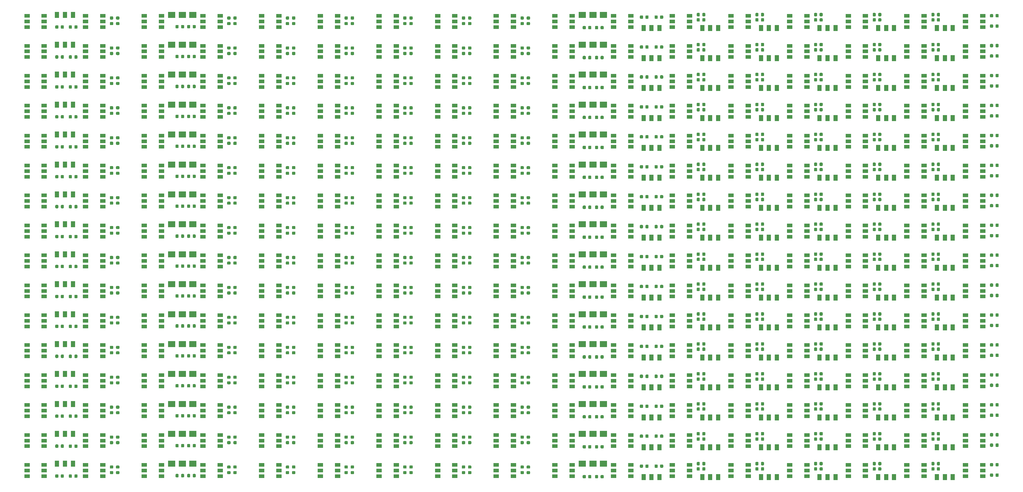
<source format=gbr>
G04 #@! TF.GenerationSoftware,KiCad,Pcbnew,(5.1.0-0)*
G04 #@! TF.CreationDate,2019-05-15T00:47:19-07:00*
G04 #@! TF.ProjectId,EOutside,454f7574-7369-4646-952e-6b696361645f,rev?*
G04 #@! TF.SameCoordinates,Original*
G04 #@! TF.FileFunction,Paste,Top*
G04 #@! TF.FilePolarity,Positive*
%FSLAX46Y46*%
G04 Gerber Fmt 4.6, Leading zero omitted, Abs format (unit mm)*
G04 Created by KiCad (PCBNEW (5.1.0-0)) date 2019-05-15 00:47:19*
%MOMM*%
%LPD*%
G04 APERTURE LIST*
%ADD10R,1.500000X1.000000*%
%ADD11R,1.250000X1.750000*%
%ADD12C,0.050000*%
%ADD13C,0.875000*%
%ADD14R,2.000000X1.750000*%
G04 APERTURE END LIST*
D10*
X228950047Y-233250228D03*
X228950047Y-234850228D03*
X228950047Y-236450228D03*
X233850047Y-233250228D03*
X233850047Y-234850228D03*
X233850047Y-236450228D03*
D11*
X325316449Y-211250228D03*
X320816449Y-211250228D03*
X323066449Y-211250228D03*
D10*
X317183547Y-210950228D03*
X317183547Y-209350228D03*
X317183547Y-207750228D03*
X312283547Y-210950228D03*
X312283547Y-209350228D03*
X312283547Y-207750228D03*
D12*
G36*
X155002569Y-233426281D02*
G01*
X155023804Y-233429431D01*
X155044628Y-233434647D01*
X155064840Y-233441879D01*
X155084246Y-233451058D01*
X155102659Y-233462094D01*
X155119902Y-233474882D01*
X155135808Y-233489298D01*
X155150224Y-233505204D01*
X155163012Y-233522447D01*
X155174048Y-233540860D01*
X155183227Y-233560266D01*
X155190459Y-233580478D01*
X155195675Y-233601302D01*
X155198825Y-233622537D01*
X155199878Y-233643978D01*
X155199878Y-234081478D01*
X155198825Y-234102919D01*
X155195675Y-234124154D01*
X155190459Y-234144978D01*
X155183227Y-234165190D01*
X155174048Y-234184596D01*
X155163012Y-234203009D01*
X155150224Y-234220252D01*
X155135808Y-234236158D01*
X155119902Y-234250574D01*
X155102659Y-234263362D01*
X155084246Y-234274398D01*
X155064840Y-234283577D01*
X155044628Y-234290809D01*
X155023804Y-234296025D01*
X155002569Y-234299175D01*
X154981128Y-234300228D01*
X154468628Y-234300228D01*
X154447187Y-234299175D01*
X154425952Y-234296025D01*
X154405128Y-234290809D01*
X154384916Y-234283577D01*
X154365510Y-234274398D01*
X154347097Y-234263362D01*
X154329854Y-234250574D01*
X154313948Y-234236158D01*
X154299532Y-234220252D01*
X154286744Y-234203009D01*
X154275708Y-234184596D01*
X154266529Y-234165190D01*
X154259297Y-234144978D01*
X154254081Y-234124154D01*
X154250931Y-234102919D01*
X154249878Y-234081478D01*
X154249878Y-233643978D01*
X154250931Y-233622537D01*
X154254081Y-233601302D01*
X154259297Y-233580478D01*
X154266529Y-233560266D01*
X154275708Y-233540860D01*
X154286744Y-233522447D01*
X154299532Y-233505204D01*
X154313948Y-233489298D01*
X154329854Y-233474882D01*
X154347097Y-233462094D01*
X154365510Y-233451058D01*
X154384916Y-233441879D01*
X154405128Y-233434647D01*
X154425952Y-233429431D01*
X154447187Y-233426281D01*
X154468628Y-233425228D01*
X154981128Y-233425228D01*
X155002569Y-233426281D01*
X155002569Y-233426281D01*
G37*
D13*
X154724878Y-233862728D03*
D12*
G36*
X155002569Y-235001281D02*
G01*
X155023804Y-235004431D01*
X155044628Y-235009647D01*
X155064840Y-235016879D01*
X155084246Y-235026058D01*
X155102659Y-235037094D01*
X155119902Y-235049882D01*
X155135808Y-235064298D01*
X155150224Y-235080204D01*
X155163012Y-235097447D01*
X155174048Y-235115860D01*
X155183227Y-235135266D01*
X155190459Y-235155478D01*
X155195675Y-235176302D01*
X155198825Y-235197537D01*
X155199878Y-235218978D01*
X155199878Y-235656478D01*
X155198825Y-235677919D01*
X155195675Y-235699154D01*
X155190459Y-235719978D01*
X155183227Y-235740190D01*
X155174048Y-235759596D01*
X155163012Y-235778009D01*
X155150224Y-235795252D01*
X155135808Y-235811158D01*
X155119902Y-235825574D01*
X155102659Y-235838362D01*
X155084246Y-235849398D01*
X155064840Y-235858577D01*
X155044628Y-235865809D01*
X155023804Y-235871025D01*
X155002569Y-235874175D01*
X154981128Y-235875228D01*
X154468628Y-235875228D01*
X154447187Y-235874175D01*
X154425952Y-235871025D01*
X154405128Y-235865809D01*
X154384916Y-235858577D01*
X154365510Y-235849398D01*
X154347097Y-235838362D01*
X154329854Y-235825574D01*
X154313948Y-235811158D01*
X154299532Y-235795252D01*
X154286744Y-235778009D01*
X154275708Y-235759596D01*
X154266529Y-235740190D01*
X154259297Y-235719978D01*
X154254081Y-235699154D01*
X154250931Y-235677919D01*
X154249878Y-235656478D01*
X154249878Y-235218978D01*
X154250931Y-235197537D01*
X154254081Y-235176302D01*
X154259297Y-235155478D01*
X154266529Y-235135266D01*
X154275708Y-235115860D01*
X154286744Y-235097447D01*
X154299532Y-235080204D01*
X154313948Y-235064298D01*
X154329854Y-235049882D01*
X154347097Y-235037094D01*
X154365510Y-235026058D01*
X154384916Y-235016879D01*
X154405128Y-235009647D01*
X154425952Y-235004431D01*
X154447187Y-235001281D01*
X154468628Y-235000228D01*
X154981128Y-235000228D01*
X155002569Y-235001281D01*
X155002569Y-235001281D01*
G37*
D13*
X154724878Y-235437728D03*
D10*
X233850047Y-219450228D03*
X233850047Y-217850228D03*
X233850047Y-216250228D03*
X228950047Y-219450228D03*
X228950047Y-217850228D03*
X228950047Y-216250228D03*
X195616647Y-216250228D03*
X195616647Y-217850228D03*
X195616647Y-219450228D03*
X200516647Y-216250228D03*
X200516647Y-217850228D03*
X200516647Y-219450228D03*
D12*
G36*
X274602421Y-207626281D02*
G01*
X274623656Y-207629431D01*
X274644480Y-207634647D01*
X274664692Y-207641879D01*
X274684098Y-207651058D01*
X274702511Y-207662094D01*
X274719754Y-207674882D01*
X274735660Y-207689298D01*
X274750076Y-207705204D01*
X274762864Y-207722447D01*
X274773900Y-207740860D01*
X274783079Y-207760266D01*
X274790311Y-207780478D01*
X274795527Y-207801302D01*
X274798677Y-207822537D01*
X274799730Y-207843978D01*
X274799730Y-208356478D01*
X274798677Y-208377919D01*
X274795527Y-208399154D01*
X274790311Y-208419978D01*
X274783079Y-208440190D01*
X274773900Y-208459596D01*
X274762864Y-208478009D01*
X274750076Y-208495252D01*
X274735660Y-208511158D01*
X274719754Y-208525574D01*
X274702511Y-208538362D01*
X274684098Y-208549398D01*
X274664692Y-208558577D01*
X274644480Y-208565809D01*
X274623656Y-208571025D01*
X274602421Y-208574175D01*
X274580980Y-208575228D01*
X274143480Y-208575228D01*
X274122039Y-208574175D01*
X274100804Y-208571025D01*
X274079980Y-208565809D01*
X274059768Y-208558577D01*
X274040362Y-208549398D01*
X274021949Y-208538362D01*
X274004706Y-208525574D01*
X273988800Y-208511158D01*
X273974384Y-208495252D01*
X273961596Y-208478009D01*
X273950560Y-208459596D01*
X273941381Y-208440190D01*
X273934149Y-208419978D01*
X273928933Y-208399154D01*
X273925783Y-208377919D01*
X273924730Y-208356478D01*
X273924730Y-207843978D01*
X273925783Y-207822537D01*
X273928933Y-207801302D01*
X273934149Y-207780478D01*
X273941381Y-207760266D01*
X273950560Y-207740860D01*
X273961596Y-207722447D01*
X273974384Y-207705204D01*
X273988800Y-207689298D01*
X274004706Y-207674882D01*
X274021949Y-207662094D01*
X274040362Y-207651058D01*
X274059768Y-207641879D01*
X274079980Y-207634647D01*
X274100804Y-207629431D01*
X274122039Y-207626281D01*
X274143480Y-207625228D01*
X274580980Y-207625228D01*
X274602421Y-207626281D01*
X274602421Y-207626281D01*
G37*
D13*
X274362230Y-208100228D03*
D12*
G36*
X276177421Y-207626281D02*
G01*
X276198656Y-207629431D01*
X276219480Y-207634647D01*
X276239692Y-207641879D01*
X276259098Y-207651058D01*
X276277511Y-207662094D01*
X276294754Y-207674882D01*
X276310660Y-207689298D01*
X276325076Y-207705204D01*
X276337864Y-207722447D01*
X276348900Y-207740860D01*
X276358079Y-207760266D01*
X276365311Y-207780478D01*
X276370527Y-207801302D01*
X276373677Y-207822537D01*
X276374730Y-207843978D01*
X276374730Y-208356478D01*
X276373677Y-208377919D01*
X276370527Y-208399154D01*
X276365311Y-208419978D01*
X276358079Y-208440190D01*
X276348900Y-208459596D01*
X276337864Y-208478009D01*
X276325076Y-208495252D01*
X276310660Y-208511158D01*
X276294754Y-208525574D01*
X276277511Y-208538362D01*
X276259098Y-208549398D01*
X276239692Y-208558577D01*
X276219480Y-208565809D01*
X276198656Y-208571025D01*
X276177421Y-208574175D01*
X276155980Y-208575228D01*
X275718480Y-208575228D01*
X275697039Y-208574175D01*
X275675804Y-208571025D01*
X275654980Y-208565809D01*
X275634768Y-208558577D01*
X275615362Y-208549398D01*
X275596949Y-208538362D01*
X275579706Y-208525574D01*
X275563800Y-208511158D01*
X275549384Y-208495252D01*
X275536596Y-208478009D01*
X275525560Y-208459596D01*
X275516381Y-208440190D01*
X275509149Y-208419978D01*
X275503933Y-208399154D01*
X275500783Y-208377919D01*
X275499730Y-208356478D01*
X275499730Y-207843978D01*
X275500783Y-207822537D01*
X275503933Y-207801302D01*
X275509149Y-207780478D01*
X275516381Y-207760266D01*
X275525560Y-207740860D01*
X275536596Y-207722447D01*
X275549384Y-207705204D01*
X275563800Y-207689298D01*
X275579706Y-207674882D01*
X275596949Y-207662094D01*
X275615362Y-207651058D01*
X275634768Y-207641879D01*
X275654980Y-207634647D01*
X275675804Y-207629431D01*
X275697039Y-207626281D01*
X275718480Y-207625228D01*
X276155980Y-207625228D01*
X276177421Y-207626281D01*
X276177421Y-207626281D01*
G37*
D13*
X275937230Y-208100228D03*
D12*
G36*
X354823115Y-225426281D02*
G01*
X354844350Y-225429431D01*
X354865174Y-225434647D01*
X354885386Y-225441879D01*
X354904792Y-225451058D01*
X354923205Y-225462094D01*
X354940448Y-225474882D01*
X354956354Y-225489298D01*
X354970770Y-225505204D01*
X354983558Y-225522447D01*
X354994594Y-225540860D01*
X355003773Y-225560266D01*
X355011005Y-225580478D01*
X355016221Y-225601302D01*
X355019371Y-225622537D01*
X355020424Y-225643978D01*
X355020424Y-226156478D01*
X355019371Y-226177919D01*
X355016221Y-226199154D01*
X355011005Y-226219978D01*
X355003773Y-226240190D01*
X354994594Y-226259596D01*
X354983558Y-226278009D01*
X354970770Y-226295252D01*
X354956354Y-226311158D01*
X354940448Y-226325574D01*
X354923205Y-226338362D01*
X354904792Y-226349398D01*
X354885386Y-226358577D01*
X354865174Y-226365809D01*
X354844350Y-226371025D01*
X354823115Y-226374175D01*
X354801674Y-226375228D01*
X354364174Y-226375228D01*
X354342733Y-226374175D01*
X354321498Y-226371025D01*
X354300674Y-226365809D01*
X354280462Y-226358577D01*
X354261056Y-226349398D01*
X354242643Y-226338362D01*
X354225400Y-226325574D01*
X354209494Y-226311158D01*
X354195078Y-226295252D01*
X354182290Y-226278009D01*
X354171254Y-226259596D01*
X354162075Y-226240190D01*
X354154843Y-226219978D01*
X354149627Y-226199154D01*
X354146477Y-226177919D01*
X354145424Y-226156478D01*
X354145424Y-225643978D01*
X354146477Y-225622537D01*
X354149627Y-225601302D01*
X354154843Y-225580478D01*
X354162075Y-225560266D01*
X354171254Y-225540860D01*
X354182290Y-225522447D01*
X354195078Y-225505204D01*
X354209494Y-225489298D01*
X354225400Y-225474882D01*
X354242643Y-225462094D01*
X354261056Y-225451058D01*
X354280462Y-225441879D01*
X354300674Y-225434647D01*
X354321498Y-225429431D01*
X354342733Y-225426281D01*
X354364174Y-225425228D01*
X354801674Y-225425228D01*
X354823115Y-225426281D01*
X354823115Y-225426281D01*
G37*
D13*
X354582924Y-225900228D03*
D12*
G36*
X353248115Y-225426281D02*
G01*
X353269350Y-225429431D01*
X353290174Y-225434647D01*
X353310386Y-225441879D01*
X353329792Y-225451058D01*
X353348205Y-225462094D01*
X353365448Y-225474882D01*
X353381354Y-225489298D01*
X353395770Y-225505204D01*
X353408558Y-225522447D01*
X353419594Y-225540860D01*
X353428773Y-225560266D01*
X353436005Y-225580478D01*
X353441221Y-225601302D01*
X353444371Y-225622537D01*
X353445424Y-225643978D01*
X353445424Y-226156478D01*
X353444371Y-226177919D01*
X353441221Y-226199154D01*
X353436005Y-226219978D01*
X353428773Y-226240190D01*
X353419594Y-226259596D01*
X353408558Y-226278009D01*
X353395770Y-226295252D01*
X353381354Y-226311158D01*
X353365448Y-226325574D01*
X353348205Y-226338362D01*
X353329792Y-226349398D01*
X353310386Y-226358577D01*
X353290174Y-226365809D01*
X353269350Y-226371025D01*
X353248115Y-226374175D01*
X353226674Y-226375228D01*
X352789174Y-226375228D01*
X352767733Y-226374175D01*
X352746498Y-226371025D01*
X352725674Y-226365809D01*
X352705462Y-226358577D01*
X352686056Y-226349398D01*
X352667643Y-226338362D01*
X352650400Y-226325574D01*
X352634494Y-226311158D01*
X352620078Y-226295252D01*
X352607290Y-226278009D01*
X352596254Y-226259596D01*
X352587075Y-226240190D01*
X352579843Y-226219978D01*
X352574627Y-226199154D01*
X352571477Y-226177919D01*
X352570424Y-226156478D01*
X352570424Y-225643978D01*
X352571477Y-225622537D01*
X352574627Y-225601302D01*
X352579843Y-225580478D01*
X352587075Y-225560266D01*
X352596254Y-225540860D01*
X352607290Y-225522447D01*
X352620078Y-225505204D01*
X352634494Y-225489298D01*
X352650400Y-225474882D01*
X352667643Y-225462094D01*
X352686056Y-225451058D01*
X352705462Y-225441879D01*
X352725674Y-225434647D01*
X352746498Y-225429431D01*
X352767733Y-225426281D01*
X352789174Y-225425228D01*
X353226674Y-225425228D01*
X353248115Y-225426281D01*
X353248115Y-225426281D01*
G37*
D13*
X353007924Y-225900228D03*
D10*
X150516547Y-227950228D03*
X150516547Y-226350228D03*
X150516547Y-224750228D03*
X145616547Y-227950228D03*
X145616547Y-226350228D03*
X145616547Y-224750228D03*
X350515393Y-227950228D03*
X350515393Y-226350228D03*
X350515393Y-224750228D03*
X345615393Y-227950228D03*
X345615393Y-226350228D03*
X345615393Y-224750228D03*
X278950147Y-233250228D03*
X278950147Y-234850228D03*
X278950147Y-236450228D03*
X283850147Y-233250228D03*
X283850147Y-234850228D03*
X283850147Y-236450228D03*
D12*
G36*
X203244338Y-218001281D02*
G01*
X203265573Y-218004431D01*
X203286397Y-218009647D01*
X203306609Y-218016879D01*
X203326015Y-218026058D01*
X203344428Y-218037094D01*
X203361671Y-218049882D01*
X203377577Y-218064298D01*
X203391993Y-218080204D01*
X203404781Y-218097447D01*
X203415817Y-218115860D01*
X203424996Y-218135266D01*
X203432228Y-218155478D01*
X203437444Y-218176302D01*
X203440594Y-218197537D01*
X203441647Y-218218978D01*
X203441647Y-218656478D01*
X203440594Y-218677919D01*
X203437444Y-218699154D01*
X203432228Y-218719978D01*
X203424996Y-218740190D01*
X203415817Y-218759596D01*
X203404781Y-218778009D01*
X203391993Y-218795252D01*
X203377577Y-218811158D01*
X203361671Y-218825574D01*
X203344428Y-218838362D01*
X203326015Y-218849398D01*
X203306609Y-218858577D01*
X203286397Y-218865809D01*
X203265573Y-218871025D01*
X203244338Y-218874175D01*
X203222897Y-218875228D01*
X202710397Y-218875228D01*
X202688956Y-218874175D01*
X202667721Y-218871025D01*
X202646897Y-218865809D01*
X202626685Y-218858577D01*
X202607279Y-218849398D01*
X202588866Y-218838362D01*
X202571623Y-218825574D01*
X202555717Y-218811158D01*
X202541301Y-218795252D01*
X202528513Y-218778009D01*
X202517477Y-218759596D01*
X202508298Y-218740190D01*
X202501066Y-218719978D01*
X202495850Y-218699154D01*
X202492700Y-218677919D01*
X202491647Y-218656478D01*
X202491647Y-218218978D01*
X202492700Y-218197537D01*
X202495850Y-218176302D01*
X202501066Y-218155478D01*
X202508298Y-218135266D01*
X202517477Y-218115860D01*
X202528513Y-218097447D01*
X202541301Y-218080204D01*
X202555717Y-218064298D01*
X202571623Y-218049882D01*
X202588866Y-218037094D01*
X202607279Y-218026058D01*
X202626685Y-218016879D01*
X202646897Y-218009647D01*
X202667721Y-218004431D01*
X202688956Y-218001281D01*
X202710397Y-218000228D01*
X203222897Y-218000228D01*
X203244338Y-218001281D01*
X203244338Y-218001281D01*
G37*
D13*
X202966647Y-218437728D03*
D12*
G36*
X203244338Y-216426281D02*
G01*
X203265573Y-216429431D01*
X203286397Y-216434647D01*
X203306609Y-216441879D01*
X203326015Y-216451058D01*
X203344428Y-216462094D01*
X203361671Y-216474882D01*
X203377577Y-216489298D01*
X203391993Y-216505204D01*
X203404781Y-216522447D01*
X203415817Y-216540860D01*
X203424996Y-216560266D01*
X203432228Y-216580478D01*
X203437444Y-216601302D01*
X203440594Y-216622537D01*
X203441647Y-216643978D01*
X203441647Y-217081478D01*
X203440594Y-217102919D01*
X203437444Y-217124154D01*
X203432228Y-217144978D01*
X203424996Y-217165190D01*
X203415817Y-217184596D01*
X203404781Y-217203009D01*
X203391993Y-217220252D01*
X203377577Y-217236158D01*
X203361671Y-217250574D01*
X203344428Y-217263362D01*
X203326015Y-217274398D01*
X203306609Y-217283577D01*
X203286397Y-217290809D01*
X203265573Y-217296025D01*
X203244338Y-217299175D01*
X203222897Y-217300228D01*
X202710397Y-217300228D01*
X202688956Y-217299175D01*
X202667721Y-217296025D01*
X202646897Y-217290809D01*
X202626685Y-217283577D01*
X202607279Y-217274398D01*
X202588866Y-217263362D01*
X202571623Y-217250574D01*
X202555717Y-217236158D01*
X202541301Y-217220252D01*
X202528513Y-217203009D01*
X202517477Y-217184596D01*
X202508298Y-217165190D01*
X202501066Y-217144978D01*
X202495850Y-217124154D01*
X202492700Y-217102919D01*
X202491647Y-217081478D01*
X202491647Y-216643978D01*
X202492700Y-216622537D01*
X202495850Y-216601302D01*
X202501066Y-216580478D01*
X202508298Y-216560266D01*
X202517477Y-216540860D01*
X202528513Y-216522447D01*
X202541301Y-216505204D01*
X202555717Y-216489298D01*
X202571623Y-216474882D01*
X202588866Y-216462094D01*
X202607279Y-216451058D01*
X202626685Y-216441879D01*
X202646897Y-216434647D01*
X202667721Y-216429431D01*
X202688956Y-216426281D01*
X202710397Y-216425228D01*
X203222897Y-216425228D01*
X203244338Y-216426281D01*
X203244338Y-216426281D01*
G37*
D13*
X202966647Y-216862728D03*
D12*
G36*
X219911038Y-218001281D02*
G01*
X219932273Y-218004431D01*
X219953097Y-218009647D01*
X219973309Y-218016879D01*
X219992715Y-218026058D01*
X220011128Y-218037094D01*
X220028371Y-218049882D01*
X220044277Y-218064298D01*
X220058693Y-218080204D01*
X220071481Y-218097447D01*
X220082517Y-218115860D01*
X220091696Y-218135266D01*
X220098928Y-218155478D01*
X220104144Y-218176302D01*
X220107294Y-218197537D01*
X220108347Y-218218978D01*
X220108347Y-218656478D01*
X220107294Y-218677919D01*
X220104144Y-218699154D01*
X220098928Y-218719978D01*
X220091696Y-218740190D01*
X220082517Y-218759596D01*
X220071481Y-218778009D01*
X220058693Y-218795252D01*
X220044277Y-218811158D01*
X220028371Y-218825574D01*
X220011128Y-218838362D01*
X219992715Y-218849398D01*
X219973309Y-218858577D01*
X219953097Y-218865809D01*
X219932273Y-218871025D01*
X219911038Y-218874175D01*
X219889597Y-218875228D01*
X219377097Y-218875228D01*
X219355656Y-218874175D01*
X219334421Y-218871025D01*
X219313597Y-218865809D01*
X219293385Y-218858577D01*
X219273979Y-218849398D01*
X219255566Y-218838362D01*
X219238323Y-218825574D01*
X219222417Y-218811158D01*
X219208001Y-218795252D01*
X219195213Y-218778009D01*
X219184177Y-218759596D01*
X219174998Y-218740190D01*
X219167766Y-218719978D01*
X219162550Y-218699154D01*
X219159400Y-218677919D01*
X219158347Y-218656478D01*
X219158347Y-218218978D01*
X219159400Y-218197537D01*
X219162550Y-218176302D01*
X219167766Y-218155478D01*
X219174998Y-218135266D01*
X219184177Y-218115860D01*
X219195213Y-218097447D01*
X219208001Y-218080204D01*
X219222417Y-218064298D01*
X219238323Y-218049882D01*
X219255566Y-218037094D01*
X219273979Y-218026058D01*
X219293385Y-218016879D01*
X219313597Y-218009647D01*
X219334421Y-218004431D01*
X219355656Y-218001281D01*
X219377097Y-218000228D01*
X219889597Y-218000228D01*
X219911038Y-218001281D01*
X219911038Y-218001281D01*
G37*
D13*
X219633347Y-218437728D03*
D12*
G36*
X219911038Y-216426281D02*
G01*
X219932273Y-216429431D01*
X219953097Y-216434647D01*
X219973309Y-216441879D01*
X219992715Y-216451058D01*
X220011128Y-216462094D01*
X220028371Y-216474882D01*
X220044277Y-216489298D01*
X220058693Y-216505204D01*
X220071481Y-216522447D01*
X220082517Y-216540860D01*
X220091696Y-216560266D01*
X220098928Y-216580478D01*
X220104144Y-216601302D01*
X220107294Y-216622537D01*
X220108347Y-216643978D01*
X220108347Y-217081478D01*
X220107294Y-217102919D01*
X220104144Y-217124154D01*
X220098928Y-217144978D01*
X220091696Y-217165190D01*
X220082517Y-217184596D01*
X220071481Y-217203009D01*
X220058693Y-217220252D01*
X220044277Y-217236158D01*
X220028371Y-217250574D01*
X220011128Y-217263362D01*
X219992715Y-217274398D01*
X219973309Y-217283577D01*
X219953097Y-217290809D01*
X219932273Y-217296025D01*
X219911038Y-217299175D01*
X219889597Y-217300228D01*
X219377097Y-217300228D01*
X219355656Y-217299175D01*
X219334421Y-217296025D01*
X219313597Y-217290809D01*
X219293385Y-217283577D01*
X219273979Y-217274398D01*
X219255566Y-217263362D01*
X219238323Y-217250574D01*
X219222417Y-217236158D01*
X219208001Y-217220252D01*
X219195213Y-217203009D01*
X219184177Y-217184596D01*
X219174998Y-217165190D01*
X219167766Y-217144978D01*
X219162550Y-217124154D01*
X219159400Y-217102919D01*
X219158347Y-217081478D01*
X219158347Y-216643978D01*
X219159400Y-216622537D01*
X219162550Y-216601302D01*
X219167766Y-216580478D01*
X219174998Y-216560266D01*
X219184177Y-216540860D01*
X219195213Y-216522447D01*
X219208001Y-216505204D01*
X219222417Y-216489298D01*
X219238323Y-216474882D01*
X219255566Y-216462094D01*
X219273979Y-216451058D01*
X219293385Y-216441879D01*
X219313597Y-216434647D01*
X219334421Y-216429431D01*
X219355656Y-216426281D01*
X219377097Y-216425228D01*
X219889597Y-216425228D01*
X219911038Y-216426281D01*
X219911038Y-216426281D01*
G37*
D13*
X219633347Y-216862728D03*
D10*
X328950247Y-224750228D03*
X328950247Y-226350228D03*
X328950247Y-227950228D03*
X333850247Y-224750228D03*
X333850247Y-226350228D03*
X333850247Y-227950228D03*
D12*
G36*
X286581586Y-208426281D02*
G01*
X286602821Y-208429431D01*
X286623645Y-208434647D01*
X286643857Y-208441879D01*
X286663263Y-208451058D01*
X286681676Y-208462094D01*
X286698919Y-208474882D01*
X286714825Y-208489298D01*
X286729241Y-208505204D01*
X286742029Y-208522447D01*
X286753065Y-208540860D01*
X286762244Y-208560266D01*
X286769476Y-208580478D01*
X286774692Y-208601302D01*
X286777842Y-208622537D01*
X286778895Y-208643978D01*
X286778895Y-209156478D01*
X286777842Y-209177919D01*
X286774692Y-209199154D01*
X286769476Y-209219978D01*
X286762244Y-209240190D01*
X286753065Y-209259596D01*
X286742029Y-209278009D01*
X286729241Y-209295252D01*
X286714825Y-209311158D01*
X286698919Y-209325574D01*
X286681676Y-209338362D01*
X286663263Y-209349398D01*
X286643857Y-209358577D01*
X286623645Y-209365809D01*
X286602821Y-209371025D01*
X286581586Y-209374175D01*
X286560145Y-209375228D01*
X286122645Y-209375228D01*
X286101204Y-209374175D01*
X286079969Y-209371025D01*
X286059145Y-209365809D01*
X286038933Y-209358577D01*
X286019527Y-209349398D01*
X286001114Y-209338362D01*
X285983871Y-209325574D01*
X285967965Y-209311158D01*
X285953549Y-209295252D01*
X285940761Y-209278009D01*
X285929725Y-209259596D01*
X285920546Y-209240190D01*
X285913314Y-209219978D01*
X285908098Y-209199154D01*
X285904948Y-209177919D01*
X285903895Y-209156478D01*
X285903895Y-208643978D01*
X285904948Y-208622537D01*
X285908098Y-208601302D01*
X285913314Y-208580478D01*
X285920546Y-208560266D01*
X285929725Y-208540860D01*
X285940761Y-208522447D01*
X285953549Y-208505204D01*
X285967965Y-208489298D01*
X285983871Y-208474882D01*
X286001114Y-208462094D01*
X286019527Y-208451058D01*
X286038933Y-208441879D01*
X286059145Y-208434647D01*
X286079969Y-208429431D01*
X286101204Y-208426281D01*
X286122645Y-208425228D01*
X286560145Y-208425228D01*
X286581586Y-208426281D01*
X286581586Y-208426281D01*
G37*
D13*
X286341395Y-208900228D03*
D12*
G36*
X288156586Y-208426281D02*
G01*
X288177821Y-208429431D01*
X288198645Y-208434647D01*
X288218857Y-208441879D01*
X288238263Y-208451058D01*
X288256676Y-208462094D01*
X288273919Y-208474882D01*
X288289825Y-208489298D01*
X288304241Y-208505204D01*
X288317029Y-208522447D01*
X288328065Y-208540860D01*
X288337244Y-208560266D01*
X288344476Y-208580478D01*
X288349692Y-208601302D01*
X288352842Y-208622537D01*
X288353895Y-208643978D01*
X288353895Y-209156478D01*
X288352842Y-209177919D01*
X288349692Y-209199154D01*
X288344476Y-209219978D01*
X288337244Y-209240190D01*
X288328065Y-209259596D01*
X288317029Y-209278009D01*
X288304241Y-209295252D01*
X288289825Y-209311158D01*
X288273919Y-209325574D01*
X288256676Y-209338362D01*
X288238263Y-209349398D01*
X288218857Y-209358577D01*
X288198645Y-209365809D01*
X288177821Y-209371025D01*
X288156586Y-209374175D01*
X288135145Y-209375228D01*
X287697645Y-209375228D01*
X287676204Y-209374175D01*
X287654969Y-209371025D01*
X287634145Y-209365809D01*
X287613933Y-209358577D01*
X287594527Y-209349398D01*
X287576114Y-209338362D01*
X287558871Y-209325574D01*
X287542965Y-209311158D01*
X287528549Y-209295252D01*
X287515761Y-209278009D01*
X287504725Y-209259596D01*
X287495546Y-209240190D01*
X287488314Y-209219978D01*
X287483098Y-209199154D01*
X287479948Y-209177919D01*
X287478895Y-209156478D01*
X287478895Y-208643978D01*
X287479948Y-208622537D01*
X287483098Y-208601302D01*
X287488314Y-208580478D01*
X287495546Y-208560266D01*
X287504725Y-208540860D01*
X287515761Y-208522447D01*
X287528549Y-208505204D01*
X287542965Y-208489298D01*
X287558871Y-208474882D01*
X287576114Y-208462094D01*
X287594527Y-208451058D01*
X287613933Y-208441879D01*
X287634145Y-208434647D01*
X287654969Y-208429431D01*
X287676204Y-208426281D01*
X287697645Y-208425228D01*
X288135145Y-208425228D01*
X288156586Y-208426281D01*
X288156586Y-208426281D01*
G37*
D13*
X287916395Y-208900228D03*
D12*
G36*
X303248252Y-208426281D02*
G01*
X303269487Y-208429431D01*
X303290311Y-208434647D01*
X303310523Y-208441879D01*
X303329929Y-208451058D01*
X303348342Y-208462094D01*
X303365585Y-208474882D01*
X303381491Y-208489298D01*
X303395907Y-208505204D01*
X303408695Y-208522447D01*
X303419731Y-208540860D01*
X303428910Y-208560266D01*
X303436142Y-208580478D01*
X303441358Y-208601302D01*
X303444508Y-208622537D01*
X303445561Y-208643978D01*
X303445561Y-209156478D01*
X303444508Y-209177919D01*
X303441358Y-209199154D01*
X303436142Y-209219978D01*
X303428910Y-209240190D01*
X303419731Y-209259596D01*
X303408695Y-209278009D01*
X303395907Y-209295252D01*
X303381491Y-209311158D01*
X303365585Y-209325574D01*
X303348342Y-209338362D01*
X303329929Y-209349398D01*
X303310523Y-209358577D01*
X303290311Y-209365809D01*
X303269487Y-209371025D01*
X303248252Y-209374175D01*
X303226811Y-209375228D01*
X302789311Y-209375228D01*
X302767870Y-209374175D01*
X302746635Y-209371025D01*
X302725811Y-209365809D01*
X302705599Y-209358577D01*
X302686193Y-209349398D01*
X302667780Y-209338362D01*
X302650537Y-209325574D01*
X302634631Y-209311158D01*
X302620215Y-209295252D01*
X302607427Y-209278009D01*
X302596391Y-209259596D01*
X302587212Y-209240190D01*
X302579980Y-209219978D01*
X302574764Y-209199154D01*
X302571614Y-209177919D01*
X302570561Y-209156478D01*
X302570561Y-208643978D01*
X302571614Y-208622537D01*
X302574764Y-208601302D01*
X302579980Y-208580478D01*
X302587212Y-208560266D01*
X302596391Y-208540860D01*
X302607427Y-208522447D01*
X302620215Y-208505204D01*
X302634631Y-208489298D01*
X302650537Y-208474882D01*
X302667780Y-208462094D01*
X302686193Y-208451058D01*
X302705599Y-208441879D01*
X302725811Y-208434647D01*
X302746635Y-208429431D01*
X302767870Y-208426281D01*
X302789311Y-208425228D01*
X303226811Y-208425228D01*
X303248252Y-208426281D01*
X303248252Y-208426281D01*
G37*
D13*
X303008061Y-208900228D03*
D12*
G36*
X304823252Y-208426281D02*
G01*
X304844487Y-208429431D01*
X304865311Y-208434647D01*
X304885523Y-208441879D01*
X304904929Y-208451058D01*
X304923342Y-208462094D01*
X304940585Y-208474882D01*
X304956491Y-208489298D01*
X304970907Y-208505204D01*
X304983695Y-208522447D01*
X304994731Y-208540860D01*
X305003910Y-208560266D01*
X305011142Y-208580478D01*
X305016358Y-208601302D01*
X305019508Y-208622537D01*
X305020561Y-208643978D01*
X305020561Y-209156478D01*
X305019508Y-209177919D01*
X305016358Y-209199154D01*
X305011142Y-209219978D01*
X305003910Y-209240190D01*
X304994731Y-209259596D01*
X304983695Y-209278009D01*
X304970907Y-209295252D01*
X304956491Y-209311158D01*
X304940585Y-209325574D01*
X304923342Y-209338362D01*
X304904929Y-209349398D01*
X304885523Y-209358577D01*
X304865311Y-209365809D01*
X304844487Y-209371025D01*
X304823252Y-209374175D01*
X304801811Y-209375228D01*
X304364311Y-209375228D01*
X304342870Y-209374175D01*
X304321635Y-209371025D01*
X304300811Y-209365809D01*
X304280599Y-209358577D01*
X304261193Y-209349398D01*
X304242780Y-209338362D01*
X304225537Y-209325574D01*
X304209631Y-209311158D01*
X304195215Y-209295252D01*
X304182427Y-209278009D01*
X304171391Y-209259596D01*
X304162212Y-209240190D01*
X304154980Y-209219978D01*
X304149764Y-209199154D01*
X304146614Y-209177919D01*
X304145561Y-209156478D01*
X304145561Y-208643978D01*
X304146614Y-208622537D01*
X304149764Y-208601302D01*
X304154980Y-208580478D01*
X304162212Y-208560266D01*
X304171391Y-208540860D01*
X304182427Y-208522447D01*
X304195215Y-208505204D01*
X304209631Y-208489298D01*
X304225537Y-208474882D01*
X304242780Y-208462094D01*
X304261193Y-208451058D01*
X304280599Y-208441879D01*
X304300811Y-208434647D01*
X304321635Y-208429431D01*
X304342870Y-208426281D01*
X304364311Y-208425228D01*
X304801811Y-208425228D01*
X304823252Y-208426281D01*
X304823252Y-208426281D01*
G37*
D13*
X304583061Y-208900228D03*
D10*
X117183147Y-210950228D03*
X117183147Y-209350228D03*
X117183147Y-207750228D03*
X112283147Y-210950228D03*
X112283147Y-209350228D03*
X112283147Y-207750228D03*
D12*
G36*
X286581586Y-206926281D02*
G01*
X286602821Y-206929431D01*
X286623645Y-206934647D01*
X286643857Y-206941879D01*
X286663263Y-206951058D01*
X286681676Y-206962094D01*
X286698919Y-206974882D01*
X286714825Y-206989298D01*
X286729241Y-207005204D01*
X286742029Y-207022447D01*
X286753065Y-207040860D01*
X286762244Y-207060266D01*
X286769476Y-207080478D01*
X286774692Y-207101302D01*
X286777842Y-207122537D01*
X286778895Y-207143978D01*
X286778895Y-207656478D01*
X286777842Y-207677919D01*
X286774692Y-207699154D01*
X286769476Y-207719978D01*
X286762244Y-207740190D01*
X286753065Y-207759596D01*
X286742029Y-207778009D01*
X286729241Y-207795252D01*
X286714825Y-207811158D01*
X286698919Y-207825574D01*
X286681676Y-207838362D01*
X286663263Y-207849398D01*
X286643857Y-207858577D01*
X286623645Y-207865809D01*
X286602821Y-207871025D01*
X286581586Y-207874175D01*
X286560145Y-207875228D01*
X286122645Y-207875228D01*
X286101204Y-207874175D01*
X286079969Y-207871025D01*
X286059145Y-207865809D01*
X286038933Y-207858577D01*
X286019527Y-207849398D01*
X286001114Y-207838362D01*
X285983871Y-207825574D01*
X285967965Y-207811158D01*
X285953549Y-207795252D01*
X285940761Y-207778009D01*
X285929725Y-207759596D01*
X285920546Y-207740190D01*
X285913314Y-207719978D01*
X285908098Y-207699154D01*
X285904948Y-207677919D01*
X285903895Y-207656478D01*
X285903895Y-207143978D01*
X285904948Y-207122537D01*
X285908098Y-207101302D01*
X285913314Y-207080478D01*
X285920546Y-207060266D01*
X285929725Y-207040860D01*
X285940761Y-207022447D01*
X285953549Y-207005204D01*
X285967965Y-206989298D01*
X285983871Y-206974882D01*
X286001114Y-206962094D01*
X286019527Y-206951058D01*
X286038933Y-206941879D01*
X286059145Y-206934647D01*
X286079969Y-206929431D01*
X286101204Y-206926281D01*
X286122645Y-206925228D01*
X286560145Y-206925228D01*
X286581586Y-206926281D01*
X286581586Y-206926281D01*
G37*
D13*
X286341395Y-207400228D03*
D12*
G36*
X288156586Y-206926281D02*
G01*
X288177821Y-206929431D01*
X288198645Y-206934647D01*
X288218857Y-206941879D01*
X288238263Y-206951058D01*
X288256676Y-206962094D01*
X288273919Y-206974882D01*
X288289825Y-206989298D01*
X288304241Y-207005204D01*
X288317029Y-207022447D01*
X288328065Y-207040860D01*
X288337244Y-207060266D01*
X288344476Y-207080478D01*
X288349692Y-207101302D01*
X288352842Y-207122537D01*
X288353895Y-207143978D01*
X288353895Y-207656478D01*
X288352842Y-207677919D01*
X288349692Y-207699154D01*
X288344476Y-207719978D01*
X288337244Y-207740190D01*
X288328065Y-207759596D01*
X288317029Y-207778009D01*
X288304241Y-207795252D01*
X288289825Y-207811158D01*
X288273919Y-207825574D01*
X288256676Y-207838362D01*
X288238263Y-207849398D01*
X288218857Y-207858577D01*
X288198645Y-207865809D01*
X288177821Y-207871025D01*
X288156586Y-207874175D01*
X288135145Y-207875228D01*
X287697645Y-207875228D01*
X287676204Y-207874175D01*
X287654969Y-207871025D01*
X287634145Y-207865809D01*
X287613933Y-207858577D01*
X287594527Y-207849398D01*
X287576114Y-207838362D01*
X287558871Y-207825574D01*
X287542965Y-207811158D01*
X287528549Y-207795252D01*
X287515761Y-207778009D01*
X287504725Y-207759596D01*
X287495546Y-207740190D01*
X287488314Y-207719978D01*
X287483098Y-207699154D01*
X287479948Y-207677919D01*
X287478895Y-207656478D01*
X287478895Y-207143978D01*
X287479948Y-207122537D01*
X287483098Y-207101302D01*
X287488314Y-207080478D01*
X287495546Y-207060266D01*
X287504725Y-207040860D01*
X287515761Y-207022447D01*
X287528549Y-207005204D01*
X287542965Y-206989298D01*
X287558871Y-206974882D01*
X287576114Y-206962094D01*
X287594527Y-206951058D01*
X287613933Y-206941879D01*
X287634145Y-206934647D01*
X287654969Y-206929431D01*
X287676204Y-206926281D01*
X287697645Y-206925228D01*
X288135145Y-206925228D01*
X288156586Y-206926281D01*
X288156586Y-206926281D01*
G37*
D13*
X287916395Y-207400228D03*
D12*
G36*
X238336069Y-218001281D02*
G01*
X238357304Y-218004431D01*
X238378128Y-218009647D01*
X238398340Y-218016879D01*
X238417746Y-218026058D01*
X238436159Y-218037094D01*
X238453402Y-218049882D01*
X238469308Y-218064298D01*
X238483724Y-218080204D01*
X238496512Y-218097447D01*
X238507548Y-218115860D01*
X238516727Y-218135266D01*
X238523959Y-218155478D01*
X238529175Y-218176302D01*
X238532325Y-218197537D01*
X238533378Y-218218978D01*
X238533378Y-218656478D01*
X238532325Y-218677919D01*
X238529175Y-218699154D01*
X238523959Y-218719978D01*
X238516727Y-218740190D01*
X238507548Y-218759596D01*
X238496512Y-218778009D01*
X238483724Y-218795252D01*
X238469308Y-218811158D01*
X238453402Y-218825574D01*
X238436159Y-218838362D01*
X238417746Y-218849398D01*
X238398340Y-218858577D01*
X238378128Y-218865809D01*
X238357304Y-218871025D01*
X238336069Y-218874175D01*
X238314628Y-218875228D01*
X237802128Y-218875228D01*
X237780687Y-218874175D01*
X237759452Y-218871025D01*
X237738628Y-218865809D01*
X237718416Y-218858577D01*
X237699010Y-218849398D01*
X237680597Y-218838362D01*
X237663354Y-218825574D01*
X237647448Y-218811158D01*
X237633032Y-218795252D01*
X237620244Y-218778009D01*
X237609208Y-218759596D01*
X237600029Y-218740190D01*
X237592797Y-218719978D01*
X237587581Y-218699154D01*
X237584431Y-218677919D01*
X237583378Y-218656478D01*
X237583378Y-218218978D01*
X237584431Y-218197537D01*
X237587581Y-218176302D01*
X237592797Y-218155478D01*
X237600029Y-218135266D01*
X237609208Y-218115860D01*
X237620244Y-218097447D01*
X237633032Y-218080204D01*
X237647448Y-218064298D01*
X237663354Y-218049882D01*
X237680597Y-218037094D01*
X237699010Y-218026058D01*
X237718416Y-218016879D01*
X237738628Y-218009647D01*
X237759452Y-218004431D01*
X237780687Y-218001281D01*
X237802128Y-218000228D01*
X238314628Y-218000228D01*
X238336069Y-218001281D01*
X238336069Y-218001281D01*
G37*
D13*
X238058378Y-218437728D03*
D12*
G36*
X238336069Y-216426281D02*
G01*
X238357304Y-216429431D01*
X238378128Y-216434647D01*
X238398340Y-216441879D01*
X238417746Y-216451058D01*
X238436159Y-216462094D01*
X238453402Y-216474882D01*
X238469308Y-216489298D01*
X238483724Y-216505204D01*
X238496512Y-216522447D01*
X238507548Y-216540860D01*
X238516727Y-216560266D01*
X238523959Y-216580478D01*
X238529175Y-216601302D01*
X238532325Y-216622537D01*
X238533378Y-216643978D01*
X238533378Y-217081478D01*
X238532325Y-217102919D01*
X238529175Y-217124154D01*
X238523959Y-217144978D01*
X238516727Y-217165190D01*
X238507548Y-217184596D01*
X238496512Y-217203009D01*
X238483724Y-217220252D01*
X238469308Y-217236158D01*
X238453402Y-217250574D01*
X238436159Y-217263362D01*
X238417746Y-217274398D01*
X238398340Y-217283577D01*
X238378128Y-217290809D01*
X238357304Y-217296025D01*
X238336069Y-217299175D01*
X238314628Y-217300228D01*
X237802128Y-217300228D01*
X237780687Y-217299175D01*
X237759452Y-217296025D01*
X237738628Y-217290809D01*
X237718416Y-217283577D01*
X237699010Y-217274398D01*
X237680597Y-217263362D01*
X237663354Y-217250574D01*
X237647448Y-217236158D01*
X237633032Y-217220252D01*
X237620244Y-217203009D01*
X237609208Y-217184596D01*
X237600029Y-217165190D01*
X237592797Y-217144978D01*
X237587581Y-217124154D01*
X237584431Y-217102919D01*
X237583378Y-217081478D01*
X237583378Y-216643978D01*
X237584431Y-216622537D01*
X237587581Y-216601302D01*
X237592797Y-216580478D01*
X237600029Y-216560266D01*
X237609208Y-216540860D01*
X237620244Y-216522447D01*
X237633032Y-216505204D01*
X237647448Y-216489298D01*
X237663354Y-216474882D01*
X237680597Y-216462094D01*
X237699010Y-216451058D01*
X237718416Y-216441879D01*
X237738628Y-216434647D01*
X237759452Y-216429431D01*
X237780687Y-216426281D01*
X237802128Y-216425228D01*
X238314628Y-216425228D01*
X238336069Y-216426281D01*
X238336069Y-216426281D01*
G37*
D13*
X238058378Y-216862728D03*
D11*
X273066445Y-219750228D03*
X270816445Y-219750228D03*
X275316445Y-219750228D03*
X323066449Y-236750228D03*
X320816449Y-236750228D03*
X325316449Y-236750228D03*
X341959763Y-211250228D03*
X337459763Y-211250228D03*
X339709763Y-211250228D03*
D10*
X128949847Y-233250228D03*
X128949847Y-234850228D03*
X128949847Y-236450228D03*
X133849847Y-233250228D03*
X133849847Y-234850228D03*
X133849847Y-236450228D03*
D12*
G36*
X353248115Y-208426281D02*
G01*
X353269350Y-208429431D01*
X353290174Y-208434647D01*
X353310386Y-208441879D01*
X353329792Y-208451058D01*
X353348205Y-208462094D01*
X353365448Y-208474882D01*
X353381354Y-208489298D01*
X353395770Y-208505204D01*
X353408558Y-208522447D01*
X353419594Y-208540860D01*
X353428773Y-208560266D01*
X353436005Y-208580478D01*
X353441221Y-208601302D01*
X353444371Y-208622537D01*
X353445424Y-208643978D01*
X353445424Y-209156478D01*
X353444371Y-209177919D01*
X353441221Y-209199154D01*
X353436005Y-209219978D01*
X353428773Y-209240190D01*
X353419594Y-209259596D01*
X353408558Y-209278009D01*
X353395770Y-209295252D01*
X353381354Y-209311158D01*
X353365448Y-209325574D01*
X353348205Y-209338362D01*
X353329792Y-209349398D01*
X353310386Y-209358577D01*
X353290174Y-209365809D01*
X353269350Y-209371025D01*
X353248115Y-209374175D01*
X353226674Y-209375228D01*
X352789174Y-209375228D01*
X352767733Y-209374175D01*
X352746498Y-209371025D01*
X352725674Y-209365809D01*
X352705462Y-209358577D01*
X352686056Y-209349398D01*
X352667643Y-209338362D01*
X352650400Y-209325574D01*
X352634494Y-209311158D01*
X352620078Y-209295252D01*
X352607290Y-209278009D01*
X352596254Y-209259596D01*
X352587075Y-209240190D01*
X352579843Y-209219978D01*
X352574627Y-209199154D01*
X352571477Y-209177919D01*
X352570424Y-209156478D01*
X352570424Y-208643978D01*
X352571477Y-208622537D01*
X352574627Y-208601302D01*
X352579843Y-208580478D01*
X352587075Y-208560266D01*
X352596254Y-208540860D01*
X352607290Y-208522447D01*
X352620078Y-208505204D01*
X352634494Y-208489298D01*
X352650400Y-208474882D01*
X352667643Y-208462094D01*
X352686056Y-208451058D01*
X352705462Y-208441879D01*
X352725674Y-208434647D01*
X352746498Y-208429431D01*
X352767733Y-208426281D01*
X352789174Y-208425228D01*
X353226674Y-208425228D01*
X353248115Y-208426281D01*
X353248115Y-208426281D01*
G37*
D13*
X353007924Y-208900228D03*
D12*
G36*
X354823115Y-208426281D02*
G01*
X354844350Y-208429431D01*
X354865174Y-208434647D01*
X354885386Y-208441879D01*
X354904792Y-208451058D01*
X354923205Y-208462094D01*
X354940448Y-208474882D01*
X354956354Y-208489298D01*
X354970770Y-208505204D01*
X354983558Y-208522447D01*
X354994594Y-208540860D01*
X355003773Y-208560266D01*
X355011005Y-208580478D01*
X355016221Y-208601302D01*
X355019371Y-208622537D01*
X355020424Y-208643978D01*
X355020424Y-209156478D01*
X355019371Y-209177919D01*
X355016221Y-209199154D01*
X355011005Y-209219978D01*
X355003773Y-209240190D01*
X354994594Y-209259596D01*
X354983558Y-209278009D01*
X354970770Y-209295252D01*
X354956354Y-209311158D01*
X354940448Y-209325574D01*
X354923205Y-209338362D01*
X354904792Y-209349398D01*
X354885386Y-209358577D01*
X354865174Y-209365809D01*
X354844350Y-209371025D01*
X354823115Y-209374175D01*
X354801674Y-209375228D01*
X354364174Y-209375228D01*
X354342733Y-209374175D01*
X354321498Y-209371025D01*
X354300674Y-209365809D01*
X354280462Y-209358577D01*
X354261056Y-209349398D01*
X354242643Y-209338362D01*
X354225400Y-209325574D01*
X354209494Y-209311158D01*
X354195078Y-209295252D01*
X354182290Y-209278009D01*
X354171254Y-209259596D01*
X354162075Y-209240190D01*
X354154843Y-209219978D01*
X354149627Y-209199154D01*
X354146477Y-209177919D01*
X354145424Y-209156478D01*
X354145424Y-208643978D01*
X354146477Y-208622537D01*
X354149627Y-208601302D01*
X354154843Y-208580478D01*
X354162075Y-208560266D01*
X354171254Y-208540860D01*
X354182290Y-208522447D01*
X354195078Y-208505204D01*
X354209494Y-208489298D01*
X354225400Y-208474882D01*
X354242643Y-208462094D01*
X354261056Y-208451058D01*
X354280462Y-208441879D01*
X354300674Y-208434647D01*
X354321498Y-208429431D01*
X354342733Y-208426281D01*
X354364174Y-208425228D01*
X354801674Y-208425228D01*
X354823115Y-208426281D01*
X354823115Y-208426281D01*
G37*
D13*
X354582924Y-208900228D03*
D12*
G36*
X205002669Y-224926281D02*
G01*
X205023904Y-224929431D01*
X205044728Y-224934647D01*
X205064940Y-224941879D01*
X205084346Y-224951058D01*
X205102759Y-224962094D01*
X205120002Y-224974882D01*
X205135908Y-224989298D01*
X205150324Y-225005204D01*
X205163112Y-225022447D01*
X205174148Y-225040860D01*
X205183327Y-225060266D01*
X205190559Y-225080478D01*
X205195775Y-225101302D01*
X205198925Y-225122537D01*
X205199978Y-225143978D01*
X205199978Y-225581478D01*
X205198925Y-225602919D01*
X205195775Y-225624154D01*
X205190559Y-225644978D01*
X205183327Y-225665190D01*
X205174148Y-225684596D01*
X205163112Y-225703009D01*
X205150324Y-225720252D01*
X205135908Y-225736158D01*
X205120002Y-225750574D01*
X205102759Y-225763362D01*
X205084346Y-225774398D01*
X205064940Y-225783577D01*
X205044728Y-225790809D01*
X205023904Y-225796025D01*
X205002669Y-225799175D01*
X204981228Y-225800228D01*
X204468728Y-225800228D01*
X204447287Y-225799175D01*
X204426052Y-225796025D01*
X204405228Y-225790809D01*
X204385016Y-225783577D01*
X204365610Y-225774398D01*
X204347197Y-225763362D01*
X204329954Y-225750574D01*
X204314048Y-225736158D01*
X204299632Y-225720252D01*
X204286844Y-225703009D01*
X204275808Y-225684596D01*
X204266629Y-225665190D01*
X204259397Y-225644978D01*
X204254181Y-225624154D01*
X204251031Y-225602919D01*
X204249978Y-225581478D01*
X204249978Y-225143978D01*
X204251031Y-225122537D01*
X204254181Y-225101302D01*
X204259397Y-225080478D01*
X204266629Y-225060266D01*
X204275808Y-225040860D01*
X204286844Y-225022447D01*
X204299632Y-225005204D01*
X204314048Y-224989298D01*
X204329954Y-224974882D01*
X204347197Y-224962094D01*
X204365610Y-224951058D01*
X204385016Y-224941879D01*
X204405228Y-224934647D01*
X204426052Y-224929431D01*
X204447287Y-224926281D01*
X204468728Y-224925228D01*
X204981228Y-224925228D01*
X205002669Y-224926281D01*
X205002669Y-224926281D01*
G37*
D13*
X204724978Y-225362728D03*
D12*
G36*
X205002669Y-226501281D02*
G01*
X205023904Y-226504431D01*
X205044728Y-226509647D01*
X205064940Y-226516879D01*
X205084346Y-226526058D01*
X205102759Y-226537094D01*
X205120002Y-226549882D01*
X205135908Y-226564298D01*
X205150324Y-226580204D01*
X205163112Y-226597447D01*
X205174148Y-226615860D01*
X205183327Y-226635266D01*
X205190559Y-226655478D01*
X205195775Y-226676302D01*
X205198925Y-226697537D01*
X205199978Y-226718978D01*
X205199978Y-227156478D01*
X205198925Y-227177919D01*
X205195775Y-227199154D01*
X205190559Y-227219978D01*
X205183327Y-227240190D01*
X205174148Y-227259596D01*
X205163112Y-227278009D01*
X205150324Y-227295252D01*
X205135908Y-227311158D01*
X205120002Y-227325574D01*
X205102759Y-227338362D01*
X205084346Y-227349398D01*
X205064940Y-227358577D01*
X205044728Y-227365809D01*
X205023904Y-227371025D01*
X205002669Y-227374175D01*
X204981228Y-227375228D01*
X204468728Y-227375228D01*
X204447287Y-227374175D01*
X204426052Y-227371025D01*
X204405228Y-227365809D01*
X204385016Y-227358577D01*
X204365610Y-227349398D01*
X204347197Y-227338362D01*
X204329954Y-227325574D01*
X204314048Y-227311158D01*
X204299632Y-227295252D01*
X204286844Y-227278009D01*
X204275808Y-227259596D01*
X204266629Y-227240190D01*
X204259397Y-227219978D01*
X204254181Y-227199154D01*
X204251031Y-227177919D01*
X204249978Y-227156478D01*
X204249978Y-226718978D01*
X204251031Y-226697537D01*
X204254181Y-226676302D01*
X204259397Y-226655478D01*
X204266629Y-226635266D01*
X204275808Y-226615860D01*
X204286844Y-226597447D01*
X204299632Y-226580204D01*
X204314048Y-226564298D01*
X204329954Y-226549882D01*
X204347197Y-226537094D01*
X204365610Y-226526058D01*
X204385016Y-226516879D01*
X204405228Y-226509647D01*
X204426052Y-226504431D01*
X204447287Y-226501281D01*
X204468728Y-226500228D01*
X204981228Y-226500228D01*
X205002669Y-226501281D01*
X205002669Y-226501281D01*
G37*
D13*
X204724978Y-226937728D03*
D12*
G36*
X221669369Y-224926281D02*
G01*
X221690604Y-224929431D01*
X221711428Y-224934647D01*
X221731640Y-224941879D01*
X221751046Y-224951058D01*
X221769459Y-224962094D01*
X221786702Y-224974882D01*
X221802608Y-224989298D01*
X221817024Y-225005204D01*
X221829812Y-225022447D01*
X221840848Y-225040860D01*
X221850027Y-225060266D01*
X221857259Y-225080478D01*
X221862475Y-225101302D01*
X221865625Y-225122537D01*
X221866678Y-225143978D01*
X221866678Y-225581478D01*
X221865625Y-225602919D01*
X221862475Y-225624154D01*
X221857259Y-225644978D01*
X221850027Y-225665190D01*
X221840848Y-225684596D01*
X221829812Y-225703009D01*
X221817024Y-225720252D01*
X221802608Y-225736158D01*
X221786702Y-225750574D01*
X221769459Y-225763362D01*
X221751046Y-225774398D01*
X221731640Y-225783577D01*
X221711428Y-225790809D01*
X221690604Y-225796025D01*
X221669369Y-225799175D01*
X221647928Y-225800228D01*
X221135428Y-225800228D01*
X221113987Y-225799175D01*
X221092752Y-225796025D01*
X221071928Y-225790809D01*
X221051716Y-225783577D01*
X221032310Y-225774398D01*
X221013897Y-225763362D01*
X220996654Y-225750574D01*
X220980748Y-225736158D01*
X220966332Y-225720252D01*
X220953544Y-225703009D01*
X220942508Y-225684596D01*
X220933329Y-225665190D01*
X220926097Y-225644978D01*
X220920881Y-225624154D01*
X220917731Y-225602919D01*
X220916678Y-225581478D01*
X220916678Y-225143978D01*
X220917731Y-225122537D01*
X220920881Y-225101302D01*
X220926097Y-225080478D01*
X220933329Y-225060266D01*
X220942508Y-225040860D01*
X220953544Y-225022447D01*
X220966332Y-225005204D01*
X220980748Y-224989298D01*
X220996654Y-224974882D01*
X221013897Y-224962094D01*
X221032310Y-224951058D01*
X221051716Y-224941879D01*
X221071928Y-224934647D01*
X221092752Y-224929431D01*
X221113987Y-224926281D01*
X221135428Y-224925228D01*
X221647928Y-224925228D01*
X221669369Y-224926281D01*
X221669369Y-224926281D01*
G37*
D13*
X221391678Y-225362728D03*
D12*
G36*
X221669369Y-226501281D02*
G01*
X221690604Y-226504431D01*
X221711428Y-226509647D01*
X221731640Y-226516879D01*
X221751046Y-226526058D01*
X221769459Y-226537094D01*
X221786702Y-226549882D01*
X221802608Y-226564298D01*
X221817024Y-226580204D01*
X221829812Y-226597447D01*
X221840848Y-226615860D01*
X221850027Y-226635266D01*
X221857259Y-226655478D01*
X221862475Y-226676302D01*
X221865625Y-226697537D01*
X221866678Y-226718978D01*
X221866678Y-227156478D01*
X221865625Y-227177919D01*
X221862475Y-227199154D01*
X221857259Y-227219978D01*
X221850027Y-227240190D01*
X221840848Y-227259596D01*
X221829812Y-227278009D01*
X221817024Y-227295252D01*
X221802608Y-227311158D01*
X221786702Y-227325574D01*
X221769459Y-227338362D01*
X221751046Y-227349398D01*
X221731640Y-227358577D01*
X221711428Y-227365809D01*
X221690604Y-227371025D01*
X221669369Y-227374175D01*
X221647928Y-227375228D01*
X221135428Y-227375228D01*
X221113987Y-227374175D01*
X221092752Y-227371025D01*
X221071928Y-227365809D01*
X221051716Y-227358577D01*
X221032310Y-227349398D01*
X221013897Y-227338362D01*
X220996654Y-227325574D01*
X220980748Y-227311158D01*
X220966332Y-227295252D01*
X220953544Y-227278009D01*
X220942508Y-227259596D01*
X220933329Y-227240190D01*
X220926097Y-227219978D01*
X220920881Y-227199154D01*
X220917731Y-227177919D01*
X220916678Y-227156478D01*
X220916678Y-226718978D01*
X220917731Y-226697537D01*
X220920881Y-226676302D01*
X220926097Y-226655478D01*
X220933329Y-226635266D01*
X220942508Y-226615860D01*
X220953544Y-226597447D01*
X220966332Y-226580204D01*
X220980748Y-226564298D01*
X220996654Y-226549882D01*
X221013897Y-226537094D01*
X221032310Y-226526058D01*
X221051716Y-226516879D01*
X221071928Y-226509647D01*
X221092752Y-226504431D01*
X221113987Y-226501281D01*
X221135428Y-226500228D01*
X221647928Y-226500228D01*
X221669369Y-226501281D01*
X221669369Y-226501281D01*
G37*
D13*
X221391678Y-226937728D03*
D10*
X228950047Y-224750228D03*
X228950047Y-226350228D03*
X228950047Y-227950228D03*
X233850047Y-224750228D03*
X233850047Y-226350228D03*
X233850047Y-227950228D03*
D12*
G36*
X238336069Y-224926281D02*
G01*
X238357304Y-224929431D01*
X238378128Y-224934647D01*
X238398340Y-224941879D01*
X238417746Y-224951058D01*
X238436159Y-224962094D01*
X238453402Y-224974882D01*
X238469308Y-224989298D01*
X238483724Y-225005204D01*
X238496512Y-225022447D01*
X238507548Y-225040860D01*
X238516727Y-225060266D01*
X238523959Y-225080478D01*
X238529175Y-225101302D01*
X238532325Y-225122537D01*
X238533378Y-225143978D01*
X238533378Y-225581478D01*
X238532325Y-225602919D01*
X238529175Y-225624154D01*
X238523959Y-225644978D01*
X238516727Y-225665190D01*
X238507548Y-225684596D01*
X238496512Y-225703009D01*
X238483724Y-225720252D01*
X238469308Y-225736158D01*
X238453402Y-225750574D01*
X238436159Y-225763362D01*
X238417746Y-225774398D01*
X238398340Y-225783577D01*
X238378128Y-225790809D01*
X238357304Y-225796025D01*
X238336069Y-225799175D01*
X238314628Y-225800228D01*
X237802128Y-225800228D01*
X237780687Y-225799175D01*
X237759452Y-225796025D01*
X237738628Y-225790809D01*
X237718416Y-225783577D01*
X237699010Y-225774398D01*
X237680597Y-225763362D01*
X237663354Y-225750574D01*
X237647448Y-225736158D01*
X237633032Y-225720252D01*
X237620244Y-225703009D01*
X237609208Y-225684596D01*
X237600029Y-225665190D01*
X237592797Y-225644978D01*
X237587581Y-225624154D01*
X237584431Y-225602919D01*
X237583378Y-225581478D01*
X237583378Y-225143978D01*
X237584431Y-225122537D01*
X237587581Y-225101302D01*
X237592797Y-225080478D01*
X237600029Y-225060266D01*
X237609208Y-225040860D01*
X237620244Y-225022447D01*
X237633032Y-225005204D01*
X237647448Y-224989298D01*
X237663354Y-224974882D01*
X237680597Y-224962094D01*
X237699010Y-224951058D01*
X237718416Y-224941879D01*
X237738628Y-224934647D01*
X237759452Y-224929431D01*
X237780687Y-224926281D01*
X237802128Y-224925228D01*
X238314628Y-224925228D01*
X238336069Y-224926281D01*
X238336069Y-224926281D01*
G37*
D13*
X238058378Y-225362728D03*
D12*
G36*
X238336069Y-226501281D02*
G01*
X238357304Y-226504431D01*
X238378128Y-226509647D01*
X238398340Y-226516879D01*
X238417746Y-226526058D01*
X238436159Y-226537094D01*
X238453402Y-226549882D01*
X238469308Y-226564298D01*
X238483724Y-226580204D01*
X238496512Y-226597447D01*
X238507548Y-226615860D01*
X238516727Y-226635266D01*
X238523959Y-226655478D01*
X238529175Y-226676302D01*
X238532325Y-226697537D01*
X238533378Y-226718978D01*
X238533378Y-227156478D01*
X238532325Y-227177919D01*
X238529175Y-227199154D01*
X238523959Y-227219978D01*
X238516727Y-227240190D01*
X238507548Y-227259596D01*
X238496512Y-227278009D01*
X238483724Y-227295252D01*
X238469308Y-227311158D01*
X238453402Y-227325574D01*
X238436159Y-227338362D01*
X238417746Y-227349398D01*
X238398340Y-227358577D01*
X238378128Y-227365809D01*
X238357304Y-227371025D01*
X238336069Y-227374175D01*
X238314628Y-227375228D01*
X237802128Y-227375228D01*
X237780687Y-227374175D01*
X237759452Y-227371025D01*
X237738628Y-227365809D01*
X237718416Y-227358577D01*
X237699010Y-227349398D01*
X237680597Y-227338362D01*
X237663354Y-227325574D01*
X237647448Y-227311158D01*
X237633032Y-227295252D01*
X237620244Y-227278009D01*
X237609208Y-227259596D01*
X237600029Y-227240190D01*
X237592797Y-227219978D01*
X237587581Y-227199154D01*
X237584431Y-227177919D01*
X237583378Y-227156478D01*
X237583378Y-226718978D01*
X237584431Y-226697537D01*
X237587581Y-226676302D01*
X237592797Y-226655478D01*
X237600029Y-226635266D01*
X237609208Y-226615860D01*
X237620244Y-226597447D01*
X237633032Y-226580204D01*
X237647448Y-226564298D01*
X237663354Y-226549882D01*
X237680597Y-226537094D01*
X237699010Y-226526058D01*
X237718416Y-226516879D01*
X237738628Y-226509647D01*
X237759452Y-226504431D01*
X237780687Y-226501281D01*
X237802128Y-226500228D01*
X238314628Y-226500228D01*
X238336069Y-226501281D01*
X238336069Y-226501281D01*
G37*
D13*
X238058378Y-226937728D03*
D12*
G36*
X259260784Y-227626281D02*
G01*
X259282019Y-227629431D01*
X259302843Y-227634647D01*
X259323055Y-227641879D01*
X259342461Y-227651058D01*
X259360874Y-227662094D01*
X259378117Y-227674882D01*
X259394023Y-227689298D01*
X259408439Y-227705204D01*
X259421227Y-227722447D01*
X259432263Y-227740860D01*
X259441442Y-227760266D01*
X259448674Y-227780478D01*
X259453890Y-227801302D01*
X259457040Y-227822537D01*
X259458093Y-227843978D01*
X259458093Y-228356478D01*
X259457040Y-228377919D01*
X259453890Y-228399154D01*
X259448674Y-228419978D01*
X259441442Y-228440190D01*
X259432263Y-228459596D01*
X259421227Y-228478009D01*
X259408439Y-228495252D01*
X259394023Y-228511158D01*
X259378117Y-228525574D01*
X259360874Y-228538362D01*
X259342461Y-228549398D01*
X259323055Y-228558577D01*
X259302843Y-228565809D01*
X259282019Y-228571025D01*
X259260784Y-228574175D01*
X259239343Y-228575228D01*
X258801843Y-228575228D01*
X258780402Y-228574175D01*
X258759167Y-228571025D01*
X258738343Y-228565809D01*
X258718131Y-228558577D01*
X258698725Y-228549398D01*
X258680312Y-228538362D01*
X258663069Y-228525574D01*
X258647163Y-228511158D01*
X258632747Y-228495252D01*
X258619959Y-228478009D01*
X258608923Y-228459596D01*
X258599744Y-228440190D01*
X258592512Y-228419978D01*
X258587296Y-228399154D01*
X258584146Y-228377919D01*
X258583093Y-228356478D01*
X258583093Y-227843978D01*
X258584146Y-227822537D01*
X258587296Y-227801302D01*
X258592512Y-227780478D01*
X258599744Y-227760266D01*
X258608923Y-227740860D01*
X258619959Y-227722447D01*
X258632747Y-227705204D01*
X258647163Y-227689298D01*
X258663069Y-227674882D01*
X258680312Y-227662094D01*
X258698725Y-227651058D01*
X258718131Y-227641879D01*
X258738343Y-227634647D01*
X258759167Y-227629431D01*
X258780402Y-227626281D01*
X258801843Y-227625228D01*
X259239343Y-227625228D01*
X259260784Y-227626281D01*
X259260784Y-227626281D01*
G37*
D13*
X259020593Y-228100228D03*
D12*
G36*
X257685784Y-227626281D02*
G01*
X257707019Y-227629431D01*
X257727843Y-227634647D01*
X257748055Y-227641879D01*
X257767461Y-227651058D01*
X257785874Y-227662094D01*
X257803117Y-227674882D01*
X257819023Y-227689298D01*
X257833439Y-227705204D01*
X257846227Y-227722447D01*
X257857263Y-227740860D01*
X257866442Y-227760266D01*
X257873674Y-227780478D01*
X257878890Y-227801302D01*
X257882040Y-227822537D01*
X257883093Y-227843978D01*
X257883093Y-228356478D01*
X257882040Y-228377919D01*
X257878890Y-228399154D01*
X257873674Y-228419978D01*
X257866442Y-228440190D01*
X257857263Y-228459596D01*
X257846227Y-228478009D01*
X257833439Y-228495252D01*
X257819023Y-228511158D01*
X257803117Y-228525574D01*
X257785874Y-228538362D01*
X257767461Y-228549398D01*
X257748055Y-228558577D01*
X257727843Y-228565809D01*
X257707019Y-228571025D01*
X257685784Y-228574175D01*
X257664343Y-228575228D01*
X257226843Y-228575228D01*
X257205402Y-228574175D01*
X257184167Y-228571025D01*
X257163343Y-228565809D01*
X257143131Y-228558577D01*
X257123725Y-228549398D01*
X257105312Y-228538362D01*
X257088069Y-228525574D01*
X257072163Y-228511158D01*
X257057747Y-228495252D01*
X257044959Y-228478009D01*
X257033923Y-228459596D01*
X257024744Y-228440190D01*
X257017512Y-228419978D01*
X257012296Y-228399154D01*
X257009146Y-228377919D01*
X257008093Y-228356478D01*
X257008093Y-227843978D01*
X257009146Y-227822537D01*
X257012296Y-227801302D01*
X257017512Y-227780478D01*
X257024744Y-227760266D01*
X257033923Y-227740860D01*
X257044959Y-227722447D01*
X257057747Y-227705204D01*
X257072163Y-227689298D01*
X257088069Y-227674882D01*
X257105312Y-227662094D01*
X257123725Y-227651058D01*
X257143131Y-227641879D01*
X257163343Y-227634647D01*
X257184167Y-227629431D01*
X257205402Y-227626281D01*
X257226843Y-227625228D01*
X257664343Y-227625228D01*
X257685784Y-227626281D01*
X257685784Y-227626281D01*
G37*
D13*
X257445593Y-228100228D03*
D12*
G36*
X276177421Y-224626281D02*
G01*
X276198656Y-224629431D01*
X276219480Y-224634647D01*
X276239692Y-224641879D01*
X276259098Y-224651058D01*
X276277511Y-224662094D01*
X276294754Y-224674882D01*
X276310660Y-224689298D01*
X276325076Y-224705204D01*
X276337864Y-224722447D01*
X276348900Y-224740860D01*
X276358079Y-224760266D01*
X276365311Y-224780478D01*
X276370527Y-224801302D01*
X276373677Y-224822537D01*
X276374730Y-224843978D01*
X276374730Y-225356478D01*
X276373677Y-225377919D01*
X276370527Y-225399154D01*
X276365311Y-225419978D01*
X276358079Y-225440190D01*
X276348900Y-225459596D01*
X276337864Y-225478009D01*
X276325076Y-225495252D01*
X276310660Y-225511158D01*
X276294754Y-225525574D01*
X276277511Y-225538362D01*
X276259098Y-225549398D01*
X276239692Y-225558577D01*
X276219480Y-225565809D01*
X276198656Y-225571025D01*
X276177421Y-225574175D01*
X276155980Y-225575228D01*
X275718480Y-225575228D01*
X275697039Y-225574175D01*
X275675804Y-225571025D01*
X275654980Y-225565809D01*
X275634768Y-225558577D01*
X275615362Y-225549398D01*
X275596949Y-225538362D01*
X275579706Y-225525574D01*
X275563800Y-225511158D01*
X275549384Y-225495252D01*
X275536596Y-225478009D01*
X275525560Y-225459596D01*
X275516381Y-225440190D01*
X275509149Y-225419978D01*
X275503933Y-225399154D01*
X275500783Y-225377919D01*
X275499730Y-225356478D01*
X275499730Y-224843978D01*
X275500783Y-224822537D01*
X275503933Y-224801302D01*
X275509149Y-224780478D01*
X275516381Y-224760266D01*
X275525560Y-224740860D01*
X275536596Y-224722447D01*
X275549384Y-224705204D01*
X275563800Y-224689298D01*
X275579706Y-224674882D01*
X275596949Y-224662094D01*
X275615362Y-224651058D01*
X275634768Y-224641879D01*
X275654980Y-224634647D01*
X275675804Y-224629431D01*
X275697039Y-224626281D01*
X275718480Y-224625228D01*
X276155980Y-224625228D01*
X276177421Y-224626281D01*
X276177421Y-224626281D01*
G37*
D13*
X275937230Y-225100228D03*
D12*
G36*
X274602421Y-224626281D02*
G01*
X274623656Y-224629431D01*
X274644480Y-224634647D01*
X274664692Y-224641879D01*
X274684098Y-224651058D01*
X274702511Y-224662094D01*
X274719754Y-224674882D01*
X274735660Y-224689298D01*
X274750076Y-224705204D01*
X274762864Y-224722447D01*
X274773900Y-224740860D01*
X274783079Y-224760266D01*
X274790311Y-224780478D01*
X274795527Y-224801302D01*
X274798677Y-224822537D01*
X274799730Y-224843978D01*
X274799730Y-225356478D01*
X274798677Y-225377919D01*
X274795527Y-225399154D01*
X274790311Y-225419978D01*
X274783079Y-225440190D01*
X274773900Y-225459596D01*
X274762864Y-225478009D01*
X274750076Y-225495252D01*
X274735660Y-225511158D01*
X274719754Y-225525574D01*
X274702511Y-225538362D01*
X274684098Y-225549398D01*
X274664692Y-225558577D01*
X274644480Y-225565809D01*
X274623656Y-225571025D01*
X274602421Y-225574175D01*
X274580980Y-225575228D01*
X274143480Y-225575228D01*
X274122039Y-225574175D01*
X274100804Y-225571025D01*
X274079980Y-225565809D01*
X274059768Y-225558577D01*
X274040362Y-225549398D01*
X274021949Y-225538362D01*
X274004706Y-225525574D01*
X273988800Y-225511158D01*
X273974384Y-225495252D01*
X273961596Y-225478009D01*
X273950560Y-225459596D01*
X273941381Y-225440190D01*
X273934149Y-225419978D01*
X273928933Y-225399154D01*
X273925783Y-225377919D01*
X273924730Y-225356478D01*
X273924730Y-224843978D01*
X273925783Y-224822537D01*
X273928933Y-224801302D01*
X273934149Y-224780478D01*
X273941381Y-224760266D01*
X273950560Y-224740860D01*
X273961596Y-224722447D01*
X273974384Y-224705204D01*
X273988800Y-224689298D01*
X274004706Y-224674882D01*
X274021949Y-224662094D01*
X274040362Y-224651058D01*
X274059768Y-224641879D01*
X274079980Y-224634647D01*
X274100804Y-224629431D01*
X274122039Y-224626281D01*
X274143480Y-224625228D01*
X274580980Y-224625228D01*
X274602421Y-224626281D01*
X274602421Y-224626281D01*
G37*
D13*
X274362230Y-225100228D03*
D12*
G36*
X171669269Y-224926281D02*
G01*
X171690504Y-224929431D01*
X171711328Y-224934647D01*
X171731540Y-224941879D01*
X171750946Y-224951058D01*
X171769359Y-224962094D01*
X171786602Y-224974882D01*
X171802508Y-224989298D01*
X171816924Y-225005204D01*
X171829712Y-225022447D01*
X171840748Y-225040860D01*
X171849927Y-225060266D01*
X171857159Y-225080478D01*
X171862375Y-225101302D01*
X171865525Y-225122537D01*
X171866578Y-225143978D01*
X171866578Y-225581478D01*
X171865525Y-225602919D01*
X171862375Y-225624154D01*
X171857159Y-225644978D01*
X171849927Y-225665190D01*
X171840748Y-225684596D01*
X171829712Y-225703009D01*
X171816924Y-225720252D01*
X171802508Y-225736158D01*
X171786602Y-225750574D01*
X171769359Y-225763362D01*
X171750946Y-225774398D01*
X171731540Y-225783577D01*
X171711328Y-225790809D01*
X171690504Y-225796025D01*
X171669269Y-225799175D01*
X171647828Y-225800228D01*
X171135328Y-225800228D01*
X171113887Y-225799175D01*
X171092652Y-225796025D01*
X171071828Y-225790809D01*
X171051616Y-225783577D01*
X171032210Y-225774398D01*
X171013797Y-225763362D01*
X170996554Y-225750574D01*
X170980648Y-225736158D01*
X170966232Y-225720252D01*
X170953444Y-225703009D01*
X170942408Y-225684596D01*
X170933229Y-225665190D01*
X170925997Y-225644978D01*
X170920781Y-225624154D01*
X170917631Y-225602919D01*
X170916578Y-225581478D01*
X170916578Y-225143978D01*
X170917631Y-225122537D01*
X170920781Y-225101302D01*
X170925997Y-225080478D01*
X170933229Y-225060266D01*
X170942408Y-225040860D01*
X170953444Y-225022447D01*
X170966232Y-225005204D01*
X170980648Y-224989298D01*
X170996554Y-224974882D01*
X171013797Y-224962094D01*
X171032210Y-224951058D01*
X171051616Y-224941879D01*
X171071828Y-224934647D01*
X171092652Y-224929431D01*
X171113887Y-224926281D01*
X171135328Y-224925228D01*
X171647828Y-224925228D01*
X171669269Y-224926281D01*
X171669269Y-224926281D01*
G37*
D13*
X171391578Y-225362728D03*
D12*
G36*
X171669269Y-226501281D02*
G01*
X171690504Y-226504431D01*
X171711328Y-226509647D01*
X171731540Y-226516879D01*
X171750946Y-226526058D01*
X171769359Y-226537094D01*
X171786602Y-226549882D01*
X171802508Y-226564298D01*
X171816924Y-226580204D01*
X171829712Y-226597447D01*
X171840748Y-226615860D01*
X171849927Y-226635266D01*
X171857159Y-226655478D01*
X171862375Y-226676302D01*
X171865525Y-226697537D01*
X171866578Y-226718978D01*
X171866578Y-227156478D01*
X171865525Y-227177919D01*
X171862375Y-227199154D01*
X171857159Y-227219978D01*
X171849927Y-227240190D01*
X171840748Y-227259596D01*
X171829712Y-227278009D01*
X171816924Y-227295252D01*
X171802508Y-227311158D01*
X171786602Y-227325574D01*
X171769359Y-227338362D01*
X171750946Y-227349398D01*
X171731540Y-227358577D01*
X171711328Y-227365809D01*
X171690504Y-227371025D01*
X171669269Y-227374175D01*
X171647828Y-227375228D01*
X171135328Y-227375228D01*
X171113887Y-227374175D01*
X171092652Y-227371025D01*
X171071828Y-227365809D01*
X171051616Y-227358577D01*
X171032210Y-227349398D01*
X171013797Y-227338362D01*
X170996554Y-227325574D01*
X170980648Y-227311158D01*
X170966232Y-227295252D01*
X170953444Y-227278009D01*
X170942408Y-227259596D01*
X170933229Y-227240190D01*
X170925997Y-227219978D01*
X170920781Y-227199154D01*
X170917631Y-227177919D01*
X170916578Y-227156478D01*
X170916578Y-226718978D01*
X170917631Y-226697537D01*
X170920781Y-226676302D01*
X170925997Y-226655478D01*
X170933229Y-226635266D01*
X170942408Y-226615860D01*
X170953444Y-226597447D01*
X170966232Y-226580204D01*
X170980648Y-226564298D01*
X170996554Y-226549882D01*
X171013797Y-226537094D01*
X171032210Y-226526058D01*
X171051616Y-226516879D01*
X171071828Y-226509647D01*
X171092652Y-226504431D01*
X171113887Y-226501281D01*
X171135328Y-226500228D01*
X171647828Y-226500228D01*
X171669269Y-226501281D01*
X171669269Y-226501281D01*
G37*
D13*
X171391578Y-226937728D03*
D12*
G36*
X188335969Y-224926281D02*
G01*
X188357204Y-224929431D01*
X188378028Y-224934647D01*
X188398240Y-224941879D01*
X188417646Y-224951058D01*
X188436059Y-224962094D01*
X188453302Y-224974882D01*
X188469208Y-224989298D01*
X188483624Y-225005204D01*
X188496412Y-225022447D01*
X188507448Y-225040860D01*
X188516627Y-225060266D01*
X188523859Y-225080478D01*
X188529075Y-225101302D01*
X188532225Y-225122537D01*
X188533278Y-225143978D01*
X188533278Y-225581478D01*
X188532225Y-225602919D01*
X188529075Y-225624154D01*
X188523859Y-225644978D01*
X188516627Y-225665190D01*
X188507448Y-225684596D01*
X188496412Y-225703009D01*
X188483624Y-225720252D01*
X188469208Y-225736158D01*
X188453302Y-225750574D01*
X188436059Y-225763362D01*
X188417646Y-225774398D01*
X188398240Y-225783577D01*
X188378028Y-225790809D01*
X188357204Y-225796025D01*
X188335969Y-225799175D01*
X188314528Y-225800228D01*
X187802028Y-225800228D01*
X187780587Y-225799175D01*
X187759352Y-225796025D01*
X187738528Y-225790809D01*
X187718316Y-225783577D01*
X187698910Y-225774398D01*
X187680497Y-225763362D01*
X187663254Y-225750574D01*
X187647348Y-225736158D01*
X187632932Y-225720252D01*
X187620144Y-225703009D01*
X187609108Y-225684596D01*
X187599929Y-225665190D01*
X187592697Y-225644978D01*
X187587481Y-225624154D01*
X187584331Y-225602919D01*
X187583278Y-225581478D01*
X187583278Y-225143978D01*
X187584331Y-225122537D01*
X187587481Y-225101302D01*
X187592697Y-225080478D01*
X187599929Y-225060266D01*
X187609108Y-225040860D01*
X187620144Y-225022447D01*
X187632932Y-225005204D01*
X187647348Y-224989298D01*
X187663254Y-224974882D01*
X187680497Y-224962094D01*
X187698910Y-224951058D01*
X187718316Y-224941879D01*
X187738528Y-224934647D01*
X187759352Y-224929431D01*
X187780587Y-224926281D01*
X187802028Y-224925228D01*
X188314528Y-224925228D01*
X188335969Y-224926281D01*
X188335969Y-224926281D01*
G37*
D13*
X188058278Y-225362728D03*
D12*
G36*
X188335969Y-226501281D02*
G01*
X188357204Y-226504431D01*
X188378028Y-226509647D01*
X188398240Y-226516879D01*
X188417646Y-226526058D01*
X188436059Y-226537094D01*
X188453302Y-226549882D01*
X188469208Y-226564298D01*
X188483624Y-226580204D01*
X188496412Y-226597447D01*
X188507448Y-226615860D01*
X188516627Y-226635266D01*
X188523859Y-226655478D01*
X188529075Y-226676302D01*
X188532225Y-226697537D01*
X188533278Y-226718978D01*
X188533278Y-227156478D01*
X188532225Y-227177919D01*
X188529075Y-227199154D01*
X188523859Y-227219978D01*
X188516627Y-227240190D01*
X188507448Y-227259596D01*
X188496412Y-227278009D01*
X188483624Y-227295252D01*
X188469208Y-227311158D01*
X188453302Y-227325574D01*
X188436059Y-227338362D01*
X188417646Y-227349398D01*
X188398240Y-227358577D01*
X188378028Y-227365809D01*
X188357204Y-227371025D01*
X188335969Y-227374175D01*
X188314528Y-227375228D01*
X187802028Y-227375228D01*
X187780587Y-227374175D01*
X187759352Y-227371025D01*
X187738528Y-227365809D01*
X187718316Y-227358577D01*
X187698910Y-227349398D01*
X187680497Y-227338362D01*
X187663254Y-227325574D01*
X187647348Y-227311158D01*
X187632932Y-227295252D01*
X187620144Y-227278009D01*
X187609108Y-227259596D01*
X187599929Y-227240190D01*
X187592697Y-227219978D01*
X187587481Y-227199154D01*
X187584331Y-227177919D01*
X187583278Y-227156478D01*
X187583278Y-226718978D01*
X187584331Y-226697537D01*
X187587481Y-226676302D01*
X187592697Y-226655478D01*
X187599929Y-226635266D01*
X187609108Y-226615860D01*
X187620144Y-226597447D01*
X187632932Y-226580204D01*
X187647348Y-226564298D01*
X187663254Y-226549882D01*
X187680497Y-226537094D01*
X187698910Y-226526058D01*
X187718316Y-226516879D01*
X187738528Y-226509647D01*
X187759352Y-226504431D01*
X187780587Y-226501281D01*
X187802028Y-226500228D01*
X188314528Y-226500228D01*
X188335969Y-226501281D01*
X188335969Y-226501281D01*
G37*
D13*
X188058278Y-226937728D03*
D12*
G36*
X153244238Y-235001281D02*
G01*
X153265473Y-235004431D01*
X153286297Y-235009647D01*
X153306509Y-235016879D01*
X153325915Y-235026058D01*
X153344328Y-235037094D01*
X153361571Y-235049882D01*
X153377477Y-235064298D01*
X153391893Y-235080204D01*
X153404681Y-235097447D01*
X153415717Y-235115860D01*
X153424896Y-235135266D01*
X153432128Y-235155478D01*
X153437344Y-235176302D01*
X153440494Y-235197537D01*
X153441547Y-235218978D01*
X153441547Y-235656478D01*
X153440494Y-235677919D01*
X153437344Y-235699154D01*
X153432128Y-235719978D01*
X153424896Y-235740190D01*
X153415717Y-235759596D01*
X153404681Y-235778009D01*
X153391893Y-235795252D01*
X153377477Y-235811158D01*
X153361571Y-235825574D01*
X153344328Y-235838362D01*
X153325915Y-235849398D01*
X153306509Y-235858577D01*
X153286297Y-235865809D01*
X153265473Y-235871025D01*
X153244238Y-235874175D01*
X153222797Y-235875228D01*
X152710297Y-235875228D01*
X152688856Y-235874175D01*
X152667621Y-235871025D01*
X152646797Y-235865809D01*
X152626585Y-235858577D01*
X152607179Y-235849398D01*
X152588766Y-235838362D01*
X152571523Y-235825574D01*
X152555617Y-235811158D01*
X152541201Y-235795252D01*
X152528413Y-235778009D01*
X152517377Y-235759596D01*
X152508198Y-235740190D01*
X152500966Y-235719978D01*
X152495750Y-235699154D01*
X152492600Y-235677919D01*
X152491547Y-235656478D01*
X152491547Y-235218978D01*
X152492600Y-235197537D01*
X152495750Y-235176302D01*
X152500966Y-235155478D01*
X152508198Y-235135266D01*
X152517377Y-235115860D01*
X152528413Y-235097447D01*
X152541201Y-235080204D01*
X152555617Y-235064298D01*
X152571523Y-235049882D01*
X152588766Y-235037094D01*
X152607179Y-235026058D01*
X152626585Y-235016879D01*
X152646797Y-235009647D01*
X152667621Y-235004431D01*
X152688856Y-235001281D01*
X152710297Y-235000228D01*
X153222797Y-235000228D01*
X153244238Y-235001281D01*
X153244238Y-235001281D01*
G37*
D13*
X152966547Y-235437728D03*
D12*
G36*
X153244238Y-233426281D02*
G01*
X153265473Y-233429431D01*
X153286297Y-233434647D01*
X153306509Y-233441879D01*
X153325915Y-233451058D01*
X153344328Y-233462094D01*
X153361571Y-233474882D01*
X153377477Y-233489298D01*
X153391893Y-233505204D01*
X153404681Y-233522447D01*
X153415717Y-233540860D01*
X153424896Y-233560266D01*
X153432128Y-233580478D01*
X153437344Y-233601302D01*
X153440494Y-233622537D01*
X153441547Y-233643978D01*
X153441547Y-234081478D01*
X153440494Y-234102919D01*
X153437344Y-234124154D01*
X153432128Y-234144978D01*
X153424896Y-234165190D01*
X153415717Y-234184596D01*
X153404681Y-234203009D01*
X153391893Y-234220252D01*
X153377477Y-234236158D01*
X153361571Y-234250574D01*
X153344328Y-234263362D01*
X153325915Y-234274398D01*
X153306509Y-234283577D01*
X153286297Y-234290809D01*
X153265473Y-234296025D01*
X153244238Y-234299175D01*
X153222797Y-234300228D01*
X152710297Y-234300228D01*
X152688856Y-234299175D01*
X152667621Y-234296025D01*
X152646797Y-234290809D01*
X152626585Y-234283577D01*
X152607179Y-234274398D01*
X152588766Y-234263362D01*
X152571523Y-234250574D01*
X152555617Y-234236158D01*
X152541201Y-234220252D01*
X152528413Y-234203009D01*
X152517377Y-234184596D01*
X152508198Y-234165190D01*
X152500966Y-234144978D01*
X152495750Y-234124154D01*
X152492600Y-234102919D01*
X152491547Y-234081478D01*
X152491547Y-233643978D01*
X152492600Y-233622537D01*
X152495750Y-233601302D01*
X152500966Y-233580478D01*
X152508198Y-233560266D01*
X152517377Y-233540860D01*
X152528413Y-233522447D01*
X152541201Y-233505204D01*
X152555617Y-233489298D01*
X152571523Y-233474882D01*
X152588766Y-233462094D01*
X152607179Y-233451058D01*
X152626585Y-233441879D01*
X152646797Y-233434647D01*
X152667621Y-233429431D01*
X152688856Y-233426281D01*
X152710297Y-233425228D01*
X153222797Y-233425228D01*
X153244238Y-233426281D01*
X153244238Y-233426281D01*
G37*
D13*
X152966547Y-233862728D03*
D11*
X358648663Y-211250228D03*
X354148663Y-211250228D03*
X356398663Y-211250228D03*
D12*
G36*
X303248250Y-206926281D02*
G01*
X303269485Y-206929431D01*
X303290309Y-206934647D01*
X303310521Y-206941879D01*
X303329927Y-206951058D01*
X303348340Y-206962094D01*
X303365583Y-206974882D01*
X303381489Y-206989298D01*
X303395905Y-207005204D01*
X303408693Y-207022447D01*
X303419729Y-207040860D01*
X303428908Y-207060266D01*
X303436140Y-207080478D01*
X303441356Y-207101302D01*
X303444506Y-207122537D01*
X303445559Y-207143978D01*
X303445559Y-207656478D01*
X303444506Y-207677919D01*
X303441356Y-207699154D01*
X303436140Y-207719978D01*
X303428908Y-207740190D01*
X303419729Y-207759596D01*
X303408693Y-207778009D01*
X303395905Y-207795252D01*
X303381489Y-207811158D01*
X303365583Y-207825574D01*
X303348340Y-207838362D01*
X303329927Y-207849398D01*
X303310521Y-207858577D01*
X303290309Y-207865809D01*
X303269485Y-207871025D01*
X303248250Y-207874175D01*
X303226809Y-207875228D01*
X302789309Y-207875228D01*
X302767868Y-207874175D01*
X302746633Y-207871025D01*
X302725809Y-207865809D01*
X302705597Y-207858577D01*
X302686191Y-207849398D01*
X302667778Y-207838362D01*
X302650535Y-207825574D01*
X302634629Y-207811158D01*
X302620213Y-207795252D01*
X302607425Y-207778009D01*
X302596389Y-207759596D01*
X302587210Y-207740190D01*
X302579978Y-207719978D01*
X302574762Y-207699154D01*
X302571612Y-207677919D01*
X302570559Y-207656478D01*
X302570559Y-207143978D01*
X302571612Y-207122537D01*
X302574762Y-207101302D01*
X302579978Y-207080478D01*
X302587210Y-207060266D01*
X302596389Y-207040860D01*
X302607425Y-207022447D01*
X302620213Y-207005204D01*
X302634629Y-206989298D01*
X302650535Y-206974882D01*
X302667778Y-206962094D01*
X302686191Y-206951058D01*
X302705597Y-206941879D01*
X302725809Y-206934647D01*
X302746633Y-206929431D01*
X302767868Y-206926281D01*
X302789309Y-206925228D01*
X303226809Y-206925228D01*
X303248250Y-206926281D01*
X303248250Y-206926281D01*
G37*
D13*
X303008059Y-207400228D03*
D12*
G36*
X304823250Y-206926281D02*
G01*
X304844485Y-206929431D01*
X304865309Y-206934647D01*
X304885521Y-206941879D01*
X304904927Y-206951058D01*
X304923340Y-206962094D01*
X304940583Y-206974882D01*
X304956489Y-206989298D01*
X304970905Y-207005204D01*
X304983693Y-207022447D01*
X304994729Y-207040860D01*
X305003908Y-207060266D01*
X305011140Y-207080478D01*
X305016356Y-207101302D01*
X305019506Y-207122537D01*
X305020559Y-207143978D01*
X305020559Y-207656478D01*
X305019506Y-207677919D01*
X305016356Y-207699154D01*
X305011140Y-207719978D01*
X305003908Y-207740190D01*
X304994729Y-207759596D01*
X304983693Y-207778009D01*
X304970905Y-207795252D01*
X304956489Y-207811158D01*
X304940583Y-207825574D01*
X304923340Y-207838362D01*
X304904927Y-207849398D01*
X304885521Y-207858577D01*
X304865309Y-207865809D01*
X304844485Y-207871025D01*
X304823250Y-207874175D01*
X304801809Y-207875228D01*
X304364309Y-207875228D01*
X304342868Y-207874175D01*
X304321633Y-207871025D01*
X304300809Y-207865809D01*
X304280597Y-207858577D01*
X304261191Y-207849398D01*
X304242778Y-207838362D01*
X304225535Y-207825574D01*
X304209629Y-207811158D01*
X304195213Y-207795252D01*
X304182425Y-207778009D01*
X304171389Y-207759596D01*
X304162210Y-207740190D01*
X304154978Y-207719978D01*
X304149762Y-207699154D01*
X304146612Y-207677919D01*
X304145559Y-207656478D01*
X304145559Y-207143978D01*
X304146612Y-207122537D01*
X304149762Y-207101302D01*
X304154978Y-207080478D01*
X304162210Y-207060266D01*
X304171389Y-207040860D01*
X304182425Y-207022447D01*
X304195213Y-207005204D01*
X304209629Y-206989298D01*
X304225535Y-206974882D01*
X304242778Y-206962094D01*
X304261191Y-206951058D01*
X304280597Y-206941879D01*
X304300809Y-206934647D01*
X304321633Y-206929431D01*
X304342868Y-206926281D01*
X304364309Y-206925228D01*
X304801809Y-206925228D01*
X304823250Y-206926281D01*
X304823250Y-206926281D01*
G37*
D13*
X304583059Y-207400228D03*
D12*
G36*
X353248242Y-215426281D02*
G01*
X353269477Y-215429431D01*
X353290301Y-215434647D01*
X353310513Y-215441879D01*
X353329919Y-215451058D01*
X353348332Y-215462094D01*
X353365575Y-215474882D01*
X353381481Y-215489298D01*
X353395897Y-215505204D01*
X353408685Y-215522447D01*
X353419721Y-215540860D01*
X353428900Y-215560266D01*
X353436132Y-215580478D01*
X353441348Y-215601302D01*
X353444498Y-215622537D01*
X353445551Y-215643978D01*
X353445551Y-216156478D01*
X353444498Y-216177919D01*
X353441348Y-216199154D01*
X353436132Y-216219978D01*
X353428900Y-216240190D01*
X353419721Y-216259596D01*
X353408685Y-216278009D01*
X353395897Y-216295252D01*
X353381481Y-216311158D01*
X353365575Y-216325574D01*
X353348332Y-216338362D01*
X353329919Y-216349398D01*
X353310513Y-216358577D01*
X353290301Y-216365809D01*
X353269477Y-216371025D01*
X353248242Y-216374175D01*
X353226801Y-216375228D01*
X352789301Y-216375228D01*
X352767860Y-216374175D01*
X352746625Y-216371025D01*
X352725801Y-216365809D01*
X352705589Y-216358577D01*
X352686183Y-216349398D01*
X352667770Y-216338362D01*
X352650527Y-216325574D01*
X352634621Y-216311158D01*
X352620205Y-216295252D01*
X352607417Y-216278009D01*
X352596381Y-216259596D01*
X352587202Y-216240190D01*
X352579970Y-216219978D01*
X352574754Y-216199154D01*
X352571604Y-216177919D01*
X352570551Y-216156478D01*
X352570551Y-215643978D01*
X352571604Y-215622537D01*
X352574754Y-215601302D01*
X352579970Y-215580478D01*
X352587202Y-215560266D01*
X352596381Y-215540860D01*
X352607417Y-215522447D01*
X352620205Y-215505204D01*
X352634621Y-215489298D01*
X352650527Y-215474882D01*
X352667770Y-215462094D01*
X352686183Y-215451058D01*
X352705589Y-215441879D01*
X352725801Y-215434647D01*
X352746625Y-215429431D01*
X352767860Y-215426281D01*
X352789301Y-215425228D01*
X353226801Y-215425228D01*
X353248242Y-215426281D01*
X353248242Y-215426281D01*
G37*
D13*
X353008051Y-215900228D03*
D12*
G36*
X354823242Y-215426281D02*
G01*
X354844477Y-215429431D01*
X354865301Y-215434647D01*
X354885513Y-215441879D01*
X354904919Y-215451058D01*
X354923332Y-215462094D01*
X354940575Y-215474882D01*
X354956481Y-215489298D01*
X354970897Y-215505204D01*
X354983685Y-215522447D01*
X354994721Y-215540860D01*
X355003900Y-215560266D01*
X355011132Y-215580478D01*
X355016348Y-215601302D01*
X355019498Y-215622537D01*
X355020551Y-215643978D01*
X355020551Y-216156478D01*
X355019498Y-216177919D01*
X355016348Y-216199154D01*
X355011132Y-216219978D01*
X355003900Y-216240190D01*
X354994721Y-216259596D01*
X354983685Y-216278009D01*
X354970897Y-216295252D01*
X354956481Y-216311158D01*
X354940575Y-216325574D01*
X354923332Y-216338362D01*
X354904919Y-216349398D01*
X354885513Y-216358577D01*
X354865301Y-216365809D01*
X354844477Y-216371025D01*
X354823242Y-216374175D01*
X354801801Y-216375228D01*
X354364301Y-216375228D01*
X354342860Y-216374175D01*
X354321625Y-216371025D01*
X354300801Y-216365809D01*
X354280589Y-216358577D01*
X354261183Y-216349398D01*
X354242770Y-216338362D01*
X354225527Y-216325574D01*
X354209621Y-216311158D01*
X354195205Y-216295252D01*
X354182417Y-216278009D01*
X354171381Y-216259596D01*
X354162202Y-216240190D01*
X354154970Y-216219978D01*
X354149754Y-216199154D01*
X354146604Y-216177919D01*
X354145551Y-216156478D01*
X354145551Y-215643978D01*
X354146604Y-215622537D01*
X354149754Y-215601302D01*
X354154970Y-215580478D01*
X354162202Y-215560266D01*
X354171381Y-215540860D01*
X354182417Y-215522447D01*
X354195205Y-215505204D01*
X354209621Y-215489298D01*
X354225527Y-215474882D01*
X354242770Y-215462094D01*
X354261183Y-215451058D01*
X354280589Y-215441879D01*
X354300801Y-215434647D01*
X354321625Y-215429431D01*
X354342860Y-215426281D01*
X354364301Y-215425228D01*
X354801801Y-215425228D01*
X354823242Y-215426281D01*
X354823242Y-215426281D01*
G37*
D13*
X354583051Y-215900228D03*
D12*
G36*
X319914916Y-225426281D02*
G01*
X319936151Y-225429431D01*
X319956975Y-225434647D01*
X319977187Y-225441879D01*
X319996593Y-225451058D01*
X320015006Y-225462094D01*
X320032249Y-225474882D01*
X320048155Y-225489298D01*
X320062571Y-225505204D01*
X320075359Y-225522447D01*
X320086395Y-225540860D01*
X320095574Y-225560266D01*
X320102806Y-225580478D01*
X320108022Y-225601302D01*
X320111172Y-225622537D01*
X320112225Y-225643978D01*
X320112225Y-226156478D01*
X320111172Y-226177919D01*
X320108022Y-226199154D01*
X320102806Y-226219978D01*
X320095574Y-226240190D01*
X320086395Y-226259596D01*
X320075359Y-226278009D01*
X320062571Y-226295252D01*
X320048155Y-226311158D01*
X320032249Y-226325574D01*
X320015006Y-226338362D01*
X319996593Y-226349398D01*
X319977187Y-226358577D01*
X319956975Y-226365809D01*
X319936151Y-226371025D01*
X319914916Y-226374175D01*
X319893475Y-226375228D01*
X319455975Y-226375228D01*
X319434534Y-226374175D01*
X319413299Y-226371025D01*
X319392475Y-226365809D01*
X319372263Y-226358577D01*
X319352857Y-226349398D01*
X319334444Y-226338362D01*
X319317201Y-226325574D01*
X319301295Y-226311158D01*
X319286879Y-226295252D01*
X319274091Y-226278009D01*
X319263055Y-226259596D01*
X319253876Y-226240190D01*
X319246644Y-226219978D01*
X319241428Y-226199154D01*
X319238278Y-226177919D01*
X319237225Y-226156478D01*
X319237225Y-225643978D01*
X319238278Y-225622537D01*
X319241428Y-225601302D01*
X319246644Y-225580478D01*
X319253876Y-225560266D01*
X319263055Y-225540860D01*
X319274091Y-225522447D01*
X319286879Y-225505204D01*
X319301295Y-225489298D01*
X319317201Y-225474882D01*
X319334444Y-225462094D01*
X319352857Y-225451058D01*
X319372263Y-225441879D01*
X319392475Y-225434647D01*
X319413299Y-225429431D01*
X319434534Y-225426281D01*
X319455975Y-225425228D01*
X319893475Y-225425228D01*
X319914916Y-225426281D01*
X319914916Y-225426281D01*
G37*
D13*
X319674725Y-225900228D03*
D12*
G36*
X321489916Y-225426281D02*
G01*
X321511151Y-225429431D01*
X321531975Y-225434647D01*
X321552187Y-225441879D01*
X321571593Y-225451058D01*
X321590006Y-225462094D01*
X321607249Y-225474882D01*
X321623155Y-225489298D01*
X321637571Y-225505204D01*
X321650359Y-225522447D01*
X321661395Y-225540860D01*
X321670574Y-225560266D01*
X321677806Y-225580478D01*
X321683022Y-225601302D01*
X321686172Y-225622537D01*
X321687225Y-225643978D01*
X321687225Y-226156478D01*
X321686172Y-226177919D01*
X321683022Y-226199154D01*
X321677806Y-226219978D01*
X321670574Y-226240190D01*
X321661395Y-226259596D01*
X321650359Y-226278009D01*
X321637571Y-226295252D01*
X321623155Y-226311158D01*
X321607249Y-226325574D01*
X321590006Y-226338362D01*
X321571593Y-226349398D01*
X321552187Y-226358577D01*
X321531975Y-226365809D01*
X321511151Y-226371025D01*
X321489916Y-226374175D01*
X321468475Y-226375228D01*
X321030975Y-226375228D01*
X321009534Y-226374175D01*
X320988299Y-226371025D01*
X320967475Y-226365809D01*
X320947263Y-226358577D01*
X320927857Y-226349398D01*
X320909444Y-226338362D01*
X320892201Y-226325574D01*
X320876295Y-226311158D01*
X320861879Y-226295252D01*
X320849091Y-226278009D01*
X320838055Y-226259596D01*
X320828876Y-226240190D01*
X320821644Y-226219978D01*
X320816428Y-226199154D01*
X320813278Y-226177919D01*
X320812225Y-226156478D01*
X320812225Y-225643978D01*
X320813278Y-225622537D01*
X320816428Y-225601302D01*
X320821644Y-225580478D01*
X320828876Y-225560266D01*
X320838055Y-225540860D01*
X320849091Y-225522447D01*
X320861879Y-225505204D01*
X320876295Y-225489298D01*
X320892201Y-225474882D01*
X320909444Y-225462094D01*
X320927857Y-225451058D01*
X320947263Y-225441879D01*
X320967475Y-225434647D01*
X320988299Y-225429431D01*
X321009534Y-225426281D01*
X321030975Y-225425228D01*
X321468475Y-225425228D01*
X321489916Y-225426281D01*
X321489916Y-225426281D01*
G37*
D13*
X321249725Y-225900228D03*
D12*
G36*
X188335969Y-209501281D02*
G01*
X188357204Y-209504431D01*
X188378028Y-209509647D01*
X188398240Y-209516879D01*
X188417646Y-209526058D01*
X188436059Y-209537094D01*
X188453302Y-209549882D01*
X188469208Y-209564298D01*
X188483624Y-209580204D01*
X188496412Y-209597447D01*
X188507448Y-209615860D01*
X188516627Y-209635266D01*
X188523859Y-209655478D01*
X188529075Y-209676302D01*
X188532225Y-209697537D01*
X188533278Y-209718978D01*
X188533278Y-210156478D01*
X188532225Y-210177919D01*
X188529075Y-210199154D01*
X188523859Y-210219978D01*
X188516627Y-210240190D01*
X188507448Y-210259596D01*
X188496412Y-210278009D01*
X188483624Y-210295252D01*
X188469208Y-210311158D01*
X188453302Y-210325574D01*
X188436059Y-210338362D01*
X188417646Y-210349398D01*
X188398240Y-210358577D01*
X188378028Y-210365809D01*
X188357204Y-210371025D01*
X188335969Y-210374175D01*
X188314528Y-210375228D01*
X187802028Y-210375228D01*
X187780587Y-210374175D01*
X187759352Y-210371025D01*
X187738528Y-210365809D01*
X187718316Y-210358577D01*
X187698910Y-210349398D01*
X187680497Y-210338362D01*
X187663254Y-210325574D01*
X187647348Y-210311158D01*
X187632932Y-210295252D01*
X187620144Y-210278009D01*
X187609108Y-210259596D01*
X187599929Y-210240190D01*
X187592697Y-210219978D01*
X187587481Y-210199154D01*
X187584331Y-210177919D01*
X187583278Y-210156478D01*
X187583278Y-209718978D01*
X187584331Y-209697537D01*
X187587481Y-209676302D01*
X187592697Y-209655478D01*
X187599929Y-209635266D01*
X187609108Y-209615860D01*
X187620144Y-209597447D01*
X187632932Y-209580204D01*
X187647348Y-209564298D01*
X187663254Y-209549882D01*
X187680497Y-209537094D01*
X187698910Y-209526058D01*
X187718316Y-209516879D01*
X187738528Y-209509647D01*
X187759352Y-209504431D01*
X187780587Y-209501281D01*
X187802028Y-209500228D01*
X188314528Y-209500228D01*
X188335969Y-209501281D01*
X188335969Y-209501281D01*
G37*
D13*
X188058278Y-209937728D03*
D12*
G36*
X188335969Y-207926281D02*
G01*
X188357204Y-207929431D01*
X188378028Y-207934647D01*
X188398240Y-207941879D01*
X188417646Y-207951058D01*
X188436059Y-207962094D01*
X188453302Y-207974882D01*
X188469208Y-207989298D01*
X188483624Y-208005204D01*
X188496412Y-208022447D01*
X188507448Y-208040860D01*
X188516627Y-208060266D01*
X188523859Y-208080478D01*
X188529075Y-208101302D01*
X188532225Y-208122537D01*
X188533278Y-208143978D01*
X188533278Y-208581478D01*
X188532225Y-208602919D01*
X188529075Y-208624154D01*
X188523859Y-208644978D01*
X188516627Y-208665190D01*
X188507448Y-208684596D01*
X188496412Y-208703009D01*
X188483624Y-208720252D01*
X188469208Y-208736158D01*
X188453302Y-208750574D01*
X188436059Y-208763362D01*
X188417646Y-208774398D01*
X188398240Y-208783577D01*
X188378028Y-208790809D01*
X188357204Y-208796025D01*
X188335969Y-208799175D01*
X188314528Y-208800228D01*
X187802028Y-208800228D01*
X187780587Y-208799175D01*
X187759352Y-208796025D01*
X187738528Y-208790809D01*
X187718316Y-208783577D01*
X187698910Y-208774398D01*
X187680497Y-208763362D01*
X187663254Y-208750574D01*
X187647348Y-208736158D01*
X187632932Y-208720252D01*
X187620144Y-208703009D01*
X187609108Y-208684596D01*
X187599929Y-208665190D01*
X187592697Y-208644978D01*
X187587481Y-208624154D01*
X187584331Y-208602919D01*
X187583278Y-208581478D01*
X187583278Y-208143978D01*
X187584331Y-208122537D01*
X187587481Y-208101302D01*
X187592697Y-208080478D01*
X187599929Y-208060266D01*
X187609108Y-208040860D01*
X187620144Y-208022447D01*
X187632932Y-208005204D01*
X187647348Y-207989298D01*
X187663254Y-207974882D01*
X187680497Y-207962094D01*
X187698910Y-207951058D01*
X187718316Y-207941879D01*
X187738528Y-207934647D01*
X187759352Y-207929431D01*
X187780587Y-207926281D01*
X187802028Y-207925228D01*
X188314528Y-207925228D01*
X188335969Y-207926281D01*
X188335969Y-207926281D01*
G37*
D13*
X188058278Y-208362728D03*
D12*
G36*
X205002669Y-209501281D02*
G01*
X205023904Y-209504431D01*
X205044728Y-209509647D01*
X205064940Y-209516879D01*
X205084346Y-209526058D01*
X205102759Y-209537094D01*
X205120002Y-209549882D01*
X205135908Y-209564298D01*
X205150324Y-209580204D01*
X205163112Y-209597447D01*
X205174148Y-209615860D01*
X205183327Y-209635266D01*
X205190559Y-209655478D01*
X205195775Y-209676302D01*
X205198925Y-209697537D01*
X205199978Y-209718978D01*
X205199978Y-210156478D01*
X205198925Y-210177919D01*
X205195775Y-210199154D01*
X205190559Y-210219978D01*
X205183327Y-210240190D01*
X205174148Y-210259596D01*
X205163112Y-210278009D01*
X205150324Y-210295252D01*
X205135908Y-210311158D01*
X205120002Y-210325574D01*
X205102759Y-210338362D01*
X205084346Y-210349398D01*
X205064940Y-210358577D01*
X205044728Y-210365809D01*
X205023904Y-210371025D01*
X205002669Y-210374175D01*
X204981228Y-210375228D01*
X204468728Y-210375228D01*
X204447287Y-210374175D01*
X204426052Y-210371025D01*
X204405228Y-210365809D01*
X204385016Y-210358577D01*
X204365610Y-210349398D01*
X204347197Y-210338362D01*
X204329954Y-210325574D01*
X204314048Y-210311158D01*
X204299632Y-210295252D01*
X204286844Y-210278009D01*
X204275808Y-210259596D01*
X204266629Y-210240190D01*
X204259397Y-210219978D01*
X204254181Y-210199154D01*
X204251031Y-210177919D01*
X204249978Y-210156478D01*
X204249978Y-209718978D01*
X204251031Y-209697537D01*
X204254181Y-209676302D01*
X204259397Y-209655478D01*
X204266629Y-209635266D01*
X204275808Y-209615860D01*
X204286844Y-209597447D01*
X204299632Y-209580204D01*
X204314048Y-209564298D01*
X204329954Y-209549882D01*
X204347197Y-209537094D01*
X204365610Y-209526058D01*
X204385016Y-209516879D01*
X204405228Y-209509647D01*
X204426052Y-209504431D01*
X204447287Y-209501281D01*
X204468728Y-209500228D01*
X204981228Y-209500228D01*
X205002669Y-209501281D01*
X205002669Y-209501281D01*
G37*
D13*
X204724978Y-209937728D03*
D12*
G36*
X205002669Y-207926281D02*
G01*
X205023904Y-207929431D01*
X205044728Y-207934647D01*
X205064940Y-207941879D01*
X205084346Y-207951058D01*
X205102759Y-207962094D01*
X205120002Y-207974882D01*
X205135908Y-207989298D01*
X205150324Y-208005204D01*
X205163112Y-208022447D01*
X205174148Y-208040860D01*
X205183327Y-208060266D01*
X205190559Y-208080478D01*
X205195775Y-208101302D01*
X205198925Y-208122537D01*
X205199978Y-208143978D01*
X205199978Y-208581478D01*
X205198925Y-208602919D01*
X205195775Y-208624154D01*
X205190559Y-208644978D01*
X205183327Y-208665190D01*
X205174148Y-208684596D01*
X205163112Y-208703009D01*
X205150324Y-208720252D01*
X205135908Y-208736158D01*
X205120002Y-208750574D01*
X205102759Y-208763362D01*
X205084346Y-208774398D01*
X205064940Y-208783577D01*
X205044728Y-208790809D01*
X205023904Y-208796025D01*
X205002669Y-208799175D01*
X204981228Y-208800228D01*
X204468728Y-208800228D01*
X204447287Y-208799175D01*
X204426052Y-208796025D01*
X204405228Y-208790809D01*
X204385016Y-208783577D01*
X204365610Y-208774398D01*
X204347197Y-208763362D01*
X204329954Y-208750574D01*
X204314048Y-208736158D01*
X204299632Y-208720252D01*
X204286844Y-208703009D01*
X204275808Y-208684596D01*
X204266629Y-208665190D01*
X204259397Y-208644978D01*
X204254181Y-208624154D01*
X204251031Y-208602919D01*
X204249978Y-208581478D01*
X204249978Y-208143978D01*
X204251031Y-208122537D01*
X204254181Y-208101302D01*
X204259397Y-208080478D01*
X204266629Y-208060266D01*
X204275808Y-208040860D01*
X204286844Y-208022447D01*
X204299632Y-208005204D01*
X204314048Y-207989298D01*
X204329954Y-207974882D01*
X204347197Y-207962094D01*
X204365610Y-207951058D01*
X204385016Y-207941879D01*
X204405228Y-207934647D01*
X204426052Y-207929431D01*
X204447287Y-207926281D01*
X204468728Y-207925228D01*
X204981228Y-207925228D01*
X205002669Y-207926281D01*
X205002669Y-207926281D01*
G37*
D13*
X204724978Y-208362728D03*
D12*
G36*
X221669369Y-209501281D02*
G01*
X221690604Y-209504431D01*
X221711428Y-209509647D01*
X221731640Y-209516879D01*
X221751046Y-209526058D01*
X221769459Y-209537094D01*
X221786702Y-209549882D01*
X221802608Y-209564298D01*
X221817024Y-209580204D01*
X221829812Y-209597447D01*
X221840848Y-209615860D01*
X221850027Y-209635266D01*
X221857259Y-209655478D01*
X221862475Y-209676302D01*
X221865625Y-209697537D01*
X221866678Y-209718978D01*
X221866678Y-210156478D01*
X221865625Y-210177919D01*
X221862475Y-210199154D01*
X221857259Y-210219978D01*
X221850027Y-210240190D01*
X221840848Y-210259596D01*
X221829812Y-210278009D01*
X221817024Y-210295252D01*
X221802608Y-210311158D01*
X221786702Y-210325574D01*
X221769459Y-210338362D01*
X221751046Y-210349398D01*
X221731640Y-210358577D01*
X221711428Y-210365809D01*
X221690604Y-210371025D01*
X221669369Y-210374175D01*
X221647928Y-210375228D01*
X221135428Y-210375228D01*
X221113987Y-210374175D01*
X221092752Y-210371025D01*
X221071928Y-210365809D01*
X221051716Y-210358577D01*
X221032310Y-210349398D01*
X221013897Y-210338362D01*
X220996654Y-210325574D01*
X220980748Y-210311158D01*
X220966332Y-210295252D01*
X220953544Y-210278009D01*
X220942508Y-210259596D01*
X220933329Y-210240190D01*
X220926097Y-210219978D01*
X220920881Y-210199154D01*
X220917731Y-210177919D01*
X220916678Y-210156478D01*
X220916678Y-209718978D01*
X220917731Y-209697537D01*
X220920881Y-209676302D01*
X220926097Y-209655478D01*
X220933329Y-209635266D01*
X220942508Y-209615860D01*
X220953544Y-209597447D01*
X220966332Y-209580204D01*
X220980748Y-209564298D01*
X220996654Y-209549882D01*
X221013897Y-209537094D01*
X221032310Y-209526058D01*
X221051716Y-209516879D01*
X221071928Y-209509647D01*
X221092752Y-209504431D01*
X221113987Y-209501281D01*
X221135428Y-209500228D01*
X221647928Y-209500228D01*
X221669369Y-209501281D01*
X221669369Y-209501281D01*
G37*
D13*
X221391678Y-209937728D03*
D12*
G36*
X221669369Y-207926281D02*
G01*
X221690604Y-207929431D01*
X221711428Y-207934647D01*
X221731640Y-207941879D01*
X221751046Y-207951058D01*
X221769459Y-207962094D01*
X221786702Y-207974882D01*
X221802608Y-207989298D01*
X221817024Y-208005204D01*
X221829812Y-208022447D01*
X221840848Y-208040860D01*
X221850027Y-208060266D01*
X221857259Y-208080478D01*
X221862475Y-208101302D01*
X221865625Y-208122537D01*
X221866678Y-208143978D01*
X221866678Y-208581478D01*
X221865625Y-208602919D01*
X221862475Y-208624154D01*
X221857259Y-208644978D01*
X221850027Y-208665190D01*
X221840848Y-208684596D01*
X221829812Y-208703009D01*
X221817024Y-208720252D01*
X221802608Y-208736158D01*
X221786702Y-208750574D01*
X221769459Y-208763362D01*
X221751046Y-208774398D01*
X221731640Y-208783577D01*
X221711428Y-208790809D01*
X221690604Y-208796025D01*
X221669369Y-208799175D01*
X221647928Y-208800228D01*
X221135428Y-208800228D01*
X221113987Y-208799175D01*
X221092752Y-208796025D01*
X221071928Y-208790809D01*
X221051716Y-208783577D01*
X221032310Y-208774398D01*
X221013897Y-208763362D01*
X220996654Y-208750574D01*
X220980748Y-208736158D01*
X220966332Y-208720252D01*
X220953544Y-208703009D01*
X220942508Y-208684596D01*
X220933329Y-208665190D01*
X220926097Y-208644978D01*
X220920881Y-208624154D01*
X220917731Y-208602919D01*
X220916678Y-208581478D01*
X220916678Y-208143978D01*
X220917731Y-208122537D01*
X220920881Y-208101302D01*
X220926097Y-208080478D01*
X220933329Y-208060266D01*
X220942508Y-208040860D01*
X220953544Y-208022447D01*
X220966332Y-208005204D01*
X220980748Y-207989298D01*
X220996654Y-207974882D01*
X221013897Y-207962094D01*
X221032310Y-207951058D01*
X221051716Y-207941879D01*
X221071928Y-207934647D01*
X221092752Y-207929431D01*
X221113987Y-207926281D01*
X221135428Y-207925228D01*
X221647928Y-207925228D01*
X221669369Y-207926281D01*
X221669369Y-207926281D01*
G37*
D13*
X221391678Y-208362728D03*
D10*
X100516447Y-236450228D03*
X100516447Y-234850228D03*
X100516447Y-233250228D03*
X95616447Y-236450228D03*
X95616447Y-234850228D03*
X95616447Y-233250228D03*
D11*
X308649781Y-211250228D03*
X304149781Y-211250228D03*
X306399781Y-211250228D03*
D12*
G36*
X270435755Y-216126281D02*
G01*
X270456990Y-216129431D01*
X270477814Y-216134647D01*
X270498026Y-216141879D01*
X270517432Y-216151058D01*
X270535845Y-216162094D01*
X270553088Y-216174882D01*
X270568994Y-216189298D01*
X270583410Y-216205204D01*
X270596198Y-216222447D01*
X270607234Y-216240860D01*
X270616413Y-216260266D01*
X270623645Y-216280478D01*
X270628861Y-216301302D01*
X270632011Y-216322537D01*
X270633064Y-216343978D01*
X270633064Y-216856478D01*
X270632011Y-216877919D01*
X270628861Y-216899154D01*
X270623645Y-216919978D01*
X270616413Y-216940190D01*
X270607234Y-216959596D01*
X270596198Y-216978009D01*
X270583410Y-216995252D01*
X270568994Y-217011158D01*
X270553088Y-217025574D01*
X270535845Y-217038362D01*
X270517432Y-217049398D01*
X270498026Y-217058577D01*
X270477814Y-217065809D01*
X270456990Y-217071025D01*
X270435755Y-217074175D01*
X270414314Y-217075228D01*
X269976814Y-217075228D01*
X269955373Y-217074175D01*
X269934138Y-217071025D01*
X269913314Y-217065809D01*
X269893102Y-217058577D01*
X269873696Y-217049398D01*
X269855283Y-217038362D01*
X269838040Y-217025574D01*
X269822134Y-217011158D01*
X269807718Y-216995252D01*
X269794930Y-216978009D01*
X269783894Y-216959596D01*
X269774715Y-216940190D01*
X269767483Y-216919978D01*
X269762267Y-216899154D01*
X269759117Y-216877919D01*
X269758064Y-216856478D01*
X269758064Y-216343978D01*
X269759117Y-216322537D01*
X269762267Y-216301302D01*
X269767483Y-216280478D01*
X269774715Y-216260266D01*
X269783894Y-216240860D01*
X269794930Y-216222447D01*
X269807718Y-216205204D01*
X269822134Y-216189298D01*
X269838040Y-216174882D01*
X269855283Y-216162094D01*
X269873696Y-216151058D01*
X269893102Y-216141879D01*
X269913314Y-216134647D01*
X269934138Y-216129431D01*
X269955373Y-216126281D01*
X269976814Y-216125228D01*
X270414314Y-216125228D01*
X270435755Y-216126281D01*
X270435755Y-216126281D01*
G37*
D13*
X270195564Y-216600228D03*
D12*
G36*
X272010755Y-216126281D02*
G01*
X272031990Y-216129431D01*
X272052814Y-216134647D01*
X272073026Y-216141879D01*
X272092432Y-216151058D01*
X272110845Y-216162094D01*
X272128088Y-216174882D01*
X272143994Y-216189298D01*
X272158410Y-216205204D01*
X272171198Y-216222447D01*
X272182234Y-216240860D01*
X272191413Y-216260266D01*
X272198645Y-216280478D01*
X272203861Y-216301302D01*
X272207011Y-216322537D01*
X272208064Y-216343978D01*
X272208064Y-216856478D01*
X272207011Y-216877919D01*
X272203861Y-216899154D01*
X272198645Y-216919978D01*
X272191413Y-216940190D01*
X272182234Y-216959596D01*
X272171198Y-216978009D01*
X272158410Y-216995252D01*
X272143994Y-217011158D01*
X272128088Y-217025574D01*
X272110845Y-217038362D01*
X272092432Y-217049398D01*
X272073026Y-217058577D01*
X272052814Y-217065809D01*
X272031990Y-217071025D01*
X272010755Y-217074175D01*
X271989314Y-217075228D01*
X271551814Y-217075228D01*
X271530373Y-217074175D01*
X271509138Y-217071025D01*
X271488314Y-217065809D01*
X271468102Y-217058577D01*
X271448696Y-217049398D01*
X271430283Y-217038362D01*
X271413040Y-217025574D01*
X271397134Y-217011158D01*
X271382718Y-216995252D01*
X271369930Y-216978009D01*
X271358894Y-216959596D01*
X271349715Y-216940190D01*
X271342483Y-216919978D01*
X271337267Y-216899154D01*
X271334117Y-216877919D01*
X271333064Y-216856478D01*
X271333064Y-216343978D01*
X271334117Y-216322537D01*
X271337267Y-216301302D01*
X271342483Y-216280478D01*
X271349715Y-216260266D01*
X271358894Y-216240860D01*
X271369930Y-216222447D01*
X271382718Y-216205204D01*
X271397134Y-216189298D01*
X271413040Y-216174882D01*
X271430283Y-216162094D01*
X271448696Y-216151058D01*
X271468102Y-216141879D01*
X271488314Y-216134647D01*
X271509138Y-216129431D01*
X271530373Y-216126281D01*
X271551814Y-216125228D01*
X271989314Y-216125228D01*
X272010755Y-216126281D01*
X272010755Y-216126281D01*
G37*
D13*
X271770564Y-216600228D03*
D10*
X350515393Y-236450228D03*
X350515393Y-234850228D03*
X350515393Y-233250228D03*
X345615393Y-236450228D03*
X345615393Y-234850228D03*
X345615393Y-233250228D03*
D12*
G36*
X108175784Y-227456281D02*
G01*
X108197019Y-227459431D01*
X108217843Y-227464647D01*
X108238055Y-227471879D01*
X108257461Y-227481058D01*
X108275874Y-227492094D01*
X108293117Y-227504882D01*
X108309023Y-227519298D01*
X108323439Y-227535204D01*
X108336227Y-227552447D01*
X108347263Y-227570860D01*
X108356442Y-227590266D01*
X108363674Y-227610478D01*
X108368890Y-227631302D01*
X108372040Y-227652537D01*
X108373093Y-227673978D01*
X108373093Y-228186478D01*
X108372040Y-228207919D01*
X108368890Y-228229154D01*
X108363674Y-228249978D01*
X108356442Y-228270190D01*
X108347263Y-228289596D01*
X108336227Y-228308009D01*
X108323439Y-228325252D01*
X108309023Y-228341158D01*
X108293117Y-228355574D01*
X108275874Y-228368362D01*
X108257461Y-228379398D01*
X108238055Y-228388577D01*
X108217843Y-228395809D01*
X108197019Y-228401025D01*
X108175784Y-228404175D01*
X108154343Y-228405228D01*
X107716843Y-228405228D01*
X107695402Y-228404175D01*
X107674167Y-228401025D01*
X107653343Y-228395809D01*
X107633131Y-228388577D01*
X107613725Y-228379398D01*
X107595312Y-228368362D01*
X107578069Y-228355574D01*
X107562163Y-228341158D01*
X107547747Y-228325252D01*
X107534959Y-228308009D01*
X107523923Y-228289596D01*
X107514744Y-228270190D01*
X107507512Y-228249978D01*
X107502296Y-228229154D01*
X107499146Y-228207919D01*
X107498093Y-228186478D01*
X107498093Y-227673978D01*
X107499146Y-227652537D01*
X107502296Y-227631302D01*
X107507512Y-227610478D01*
X107514744Y-227590266D01*
X107523923Y-227570860D01*
X107534959Y-227552447D01*
X107547747Y-227535204D01*
X107562163Y-227519298D01*
X107578069Y-227504882D01*
X107595312Y-227492094D01*
X107613725Y-227481058D01*
X107633131Y-227471879D01*
X107653343Y-227464647D01*
X107674167Y-227459431D01*
X107695402Y-227456281D01*
X107716843Y-227455228D01*
X108154343Y-227455228D01*
X108175784Y-227456281D01*
X108175784Y-227456281D01*
G37*
D13*
X107935593Y-227930228D03*
D12*
G36*
X109750784Y-227456281D02*
G01*
X109772019Y-227459431D01*
X109792843Y-227464647D01*
X109813055Y-227471879D01*
X109832461Y-227481058D01*
X109850874Y-227492094D01*
X109868117Y-227504882D01*
X109884023Y-227519298D01*
X109898439Y-227535204D01*
X109911227Y-227552447D01*
X109922263Y-227570860D01*
X109931442Y-227590266D01*
X109938674Y-227610478D01*
X109943890Y-227631302D01*
X109947040Y-227652537D01*
X109948093Y-227673978D01*
X109948093Y-228186478D01*
X109947040Y-228207919D01*
X109943890Y-228229154D01*
X109938674Y-228249978D01*
X109931442Y-228270190D01*
X109922263Y-228289596D01*
X109911227Y-228308009D01*
X109898439Y-228325252D01*
X109884023Y-228341158D01*
X109868117Y-228355574D01*
X109850874Y-228368362D01*
X109832461Y-228379398D01*
X109813055Y-228388577D01*
X109792843Y-228395809D01*
X109772019Y-228401025D01*
X109750784Y-228404175D01*
X109729343Y-228405228D01*
X109291843Y-228405228D01*
X109270402Y-228404175D01*
X109249167Y-228401025D01*
X109228343Y-228395809D01*
X109208131Y-228388577D01*
X109188725Y-228379398D01*
X109170312Y-228368362D01*
X109153069Y-228355574D01*
X109137163Y-228341158D01*
X109122747Y-228325252D01*
X109109959Y-228308009D01*
X109098923Y-228289596D01*
X109089744Y-228270190D01*
X109082512Y-228249978D01*
X109077296Y-228229154D01*
X109074146Y-228207919D01*
X109073093Y-228186478D01*
X109073093Y-227673978D01*
X109074146Y-227652537D01*
X109077296Y-227631302D01*
X109082512Y-227610478D01*
X109089744Y-227590266D01*
X109098923Y-227570860D01*
X109109959Y-227552447D01*
X109122747Y-227535204D01*
X109137163Y-227519298D01*
X109153069Y-227504882D01*
X109170312Y-227492094D01*
X109188725Y-227481058D01*
X109208131Y-227471879D01*
X109228343Y-227464647D01*
X109249167Y-227459431D01*
X109270402Y-227456281D01*
X109291843Y-227455228D01*
X109729343Y-227455228D01*
X109750784Y-227456281D01*
X109750784Y-227456281D01*
G37*
D13*
X109510593Y-227930228D03*
D12*
G36*
X369914906Y-235676281D02*
G01*
X369936141Y-235679431D01*
X369956965Y-235684647D01*
X369977177Y-235691879D01*
X369996583Y-235701058D01*
X370014996Y-235712094D01*
X370032239Y-235724882D01*
X370048145Y-235739298D01*
X370062561Y-235755204D01*
X370075349Y-235772447D01*
X370086385Y-235790860D01*
X370095564Y-235810266D01*
X370102796Y-235830478D01*
X370108012Y-235851302D01*
X370111162Y-235872537D01*
X370112215Y-235893978D01*
X370112215Y-236406478D01*
X370111162Y-236427919D01*
X370108012Y-236449154D01*
X370102796Y-236469978D01*
X370095564Y-236490190D01*
X370086385Y-236509596D01*
X370075349Y-236528009D01*
X370062561Y-236545252D01*
X370048145Y-236561158D01*
X370032239Y-236575574D01*
X370014996Y-236588362D01*
X369996583Y-236599398D01*
X369977177Y-236608577D01*
X369956965Y-236615809D01*
X369936141Y-236621025D01*
X369914906Y-236624175D01*
X369893465Y-236625228D01*
X369455965Y-236625228D01*
X369434524Y-236624175D01*
X369413289Y-236621025D01*
X369392465Y-236615809D01*
X369372253Y-236608577D01*
X369352847Y-236599398D01*
X369334434Y-236588362D01*
X369317191Y-236575574D01*
X369301285Y-236561158D01*
X369286869Y-236545252D01*
X369274081Y-236528009D01*
X369263045Y-236509596D01*
X369253866Y-236490190D01*
X369246634Y-236469978D01*
X369241418Y-236449154D01*
X369238268Y-236427919D01*
X369237215Y-236406478D01*
X369237215Y-235893978D01*
X369238268Y-235872537D01*
X369241418Y-235851302D01*
X369246634Y-235830478D01*
X369253866Y-235810266D01*
X369263045Y-235790860D01*
X369274081Y-235772447D01*
X369286869Y-235755204D01*
X369301285Y-235739298D01*
X369317191Y-235724882D01*
X369334434Y-235712094D01*
X369352847Y-235701058D01*
X369372253Y-235691879D01*
X369392465Y-235684647D01*
X369413289Y-235679431D01*
X369434524Y-235676281D01*
X369455965Y-235675228D01*
X369893465Y-235675228D01*
X369914906Y-235676281D01*
X369914906Y-235676281D01*
G37*
D13*
X369674715Y-236150228D03*
D12*
G36*
X371489906Y-235676281D02*
G01*
X371511141Y-235679431D01*
X371531965Y-235684647D01*
X371552177Y-235691879D01*
X371571583Y-235701058D01*
X371589996Y-235712094D01*
X371607239Y-235724882D01*
X371623145Y-235739298D01*
X371637561Y-235755204D01*
X371650349Y-235772447D01*
X371661385Y-235790860D01*
X371670564Y-235810266D01*
X371677796Y-235830478D01*
X371683012Y-235851302D01*
X371686162Y-235872537D01*
X371687215Y-235893978D01*
X371687215Y-236406478D01*
X371686162Y-236427919D01*
X371683012Y-236449154D01*
X371677796Y-236469978D01*
X371670564Y-236490190D01*
X371661385Y-236509596D01*
X371650349Y-236528009D01*
X371637561Y-236545252D01*
X371623145Y-236561158D01*
X371607239Y-236575574D01*
X371589996Y-236588362D01*
X371571583Y-236599398D01*
X371552177Y-236608577D01*
X371531965Y-236615809D01*
X371511141Y-236621025D01*
X371489906Y-236624175D01*
X371468465Y-236625228D01*
X371030965Y-236625228D01*
X371009524Y-236624175D01*
X370988289Y-236621025D01*
X370967465Y-236615809D01*
X370947253Y-236608577D01*
X370927847Y-236599398D01*
X370909434Y-236588362D01*
X370892191Y-236575574D01*
X370876285Y-236561158D01*
X370861869Y-236545252D01*
X370849081Y-236528009D01*
X370838045Y-236509596D01*
X370828866Y-236490190D01*
X370821634Y-236469978D01*
X370816418Y-236449154D01*
X370813268Y-236427919D01*
X370812215Y-236406478D01*
X370812215Y-235893978D01*
X370813268Y-235872537D01*
X370816418Y-235851302D01*
X370821634Y-235830478D01*
X370828866Y-235810266D01*
X370838045Y-235790860D01*
X370849081Y-235772447D01*
X370861869Y-235755204D01*
X370876285Y-235739298D01*
X370892191Y-235724882D01*
X370909434Y-235712094D01*
X370927847Y-235701058D01*
X370947253Y-235691879D01*
X370967465Y-235684647D01*
X370988289Y-235679431D01*
X371009524Y-235676281D01*
X371030965Y-235675228D01*
X371468465Y-235675228D01*
X371489906Y-235676281D01*
X371489906Y-235676281D01*
G37*
D13*
X371249715Y-236150228D03*
D12*
G36*
X119910838Y-224926281D02*
G01*
X119932073Y-224929431D01*
X119952897Y-224934647D01*
X119973109Y-224941879D01*
X119992515Y-224951058D01*
X120010928Y-224962094D01*
X120028171Y-224974882D01*
X120044077Y-224989298D01*
X120058493Y-225005204D01*
X120071281Y-225022447D01*
X120082317Y-225040860D01*
X120091496Y-225060266D01*
X120098728Y-225080478D01*
X120103944Y-225101302D01*
X120107094Y-225122537D01*
X120108147Y-225143978D01*
X120108147Y-225581478D01*
X120107094Y-225602919D01*
X120103944Y-225624154D01*
X120098728Y-225644978D01*
X120091496Y-225665190D01*
X120082317Y-225684596D01*
X120071281Y-225703009D01*
X120058493Y-225720252D01*
X120044077Y-225736158D01*
X120028171Y-225750574D01*
X120010928Y-225763362D01*
X119992515Y-225774398D01*
X119973109Y-225783577D01*
X119952897Y-225790809D01*
X119932073Y-225796025D01*
X119910838Y-225799175D01*
X119889397Y-225800228D01*
X119376897Y-225800228D01*
X119355456Y-225799175D01*
X119334221Y-225796025D01*
X119313397Y-225790809D01*
X119293185Y-225783577D01*
X119273779Y-225774398D01*
X119255366Y-225763362D01*
X119238123Y-225750574D01*
X119222217Y-225736158D01*
X119207801Y-225720252D01*
X119195013Y-225703009D01*
X119183977Y-225684596D01*
X119174798Y-225665190D01*
X119167566Y-225644978D01*
X119162350Y-225624154D01*
X119159200Y-225602919D01*
X119158147Y-225581478D01*
X119158147Y-225143978D01*
X119159200Y-225122537D01*
X119162350Y-225101302D01*
X119167566Y-225080478D01*
X119174798Y-225060266D01*
X119183977Y-225040860D01*
X119195013Y-225022447D01*
X119207801Y-225005204D01*
X119222217Y-224989298D01*
X119238123Y-224974882D01*
X119255366Y-224962094D01*
X119273779Y-224951058D01*
X119293185Y-224941879D01*
X119313397Y-224934647D01*
X119334221Y-224929431D01*
X119355456Y-224926281D01*
X119376897Y-224925228D01*
X119889397Y-224925228D01*
X119910838Y-224926281D01*
X119910838Y-224926281D01*
G37*
D13*
X119633147Y-225362728D03*
D12*
G36*
X119910838Y-226501281D02*
G01*
X119932073Y-226504431D01*
X119952897Y-226509647D01*
X119973109Y-226516879D01*
X119992515Y-226526058D01*
X120010928Y-226537094D01*
X120028171Y-226549882D01*
X120044077Y-226564298D01*
X120058493Y-226580204D01*
X120071281Y-226597447D01*
X120082317Y-226615860D01*
X120091496Y-226635266D01*
X120098728Y-226655478D01*
X120103944Y-226676302D01*
X120107094Y-226697537D01*
X120108147Y-226718978D01*
X120108147Y-227156478D01*
X120107094Y-227177919D01*
X120103944Y-227199154D01*
X120098728Y-227219978D01*
X120091496Y-227240190D01*
X120082317Y-227259596D01*
X120071281Y-227278009D01*
X120058493Y-227295252D01*
X120044077Y-227311158D01*
X120028171Y-227325574D01*
X120010928Y-227338362D01*
X119992515Y-227349398D01*
X119973109Y-227358577D01*
X119952897Y-227365809D01*
X119932073Y-227371025D01*
X119910838Y-227374175D01*
X119889397Y-227375228D01*
X119376897Y-227375228D01*
X119355456Y-227374175D01*
X119334221Y-227371025D01*
X119313397Y-227365809D01*
X119293185Y-227358577D01*
X119273779Y-227349398D01*
X119255366Y-227338362D01*
X119238123Y-227325574D01*
X119222217Y-227311158D01*
X119207801Y-227295252D01*
X119195013Y-227278009D01*
X119183977Y-227259596D01*
X119174798Y-227240190D01*
X119167566Y-227219978D01*
X119162350Y-227199154D01*
X119159200Y-227177919D01*
X119158147Y-227156478D01*
X119158147Y-226718978D01*
X119159200Y-226697537D01*
X119162350Y-226676302D01*
X119167566Y-226655478D01*
X119174798Y-226635266D01*
X119183977Y-226615860D01*
X119195013Y-226597447D01*
X119207801Y-226580204D01*
X119222217Y-226564298D01*
X119238123Y-226549882D01*
X119255366Y-226537094D01*
X119273779Y-226526058D01*
X119293185Y-226516879D01*
X119313397Y-226509647D01*
X119334221Y-226504431D01*
X119355456Y-226501281D01*
X119376897Y-226500228D01*
X119889397Y-226500228D01*
X119910838Y-226501281D01*
X119910838Y-226501281D01*
G37*
D13*
X119633147Y-226937728D03*
D12*
G36*
X171669269Y-233426281D02*
G01*
X171690504Y-233429431D01*
X171711328Y-233434647D01*
X171731540Y-233441879D01*
X171750946Y-233451058D01*
X171769359Y-233462094D01*
X171786602Y-233474882D01*
X171802508Y-233489298D01*
X171816924Y-233505204D01*
X171829712Y-233522447D01*
X171840748Y-233540860D01*
X171849927Y-233560266D01*
X171857159Y-233580478D01*
X171862375Y-233601302D01*
X171865525Y-233622537D01*
X171866578Y-233643978D01*
X171866578Y-234081478D01*
X171865525Y-234102919D01*
X171862375Y-234124154D01*
X171857159Y-234144978D01*
X171849927Y-234165190D01*
X171840748Y-234184596D01*
X171829712Y-234203009D01*
X171816924Y-234220252D01*
X171802508Y-234236158D01*
X171786602Y-234250574D01*
X171769359Y-234263362D01*
X171750946Y-234274398D01*
X171731540Y-234283577D01*
X171711328Y-234290809D01*
X171690504Y-234296025D01*
X171669269Y-234299175D01*
X171647828Y-234300228D01*
X171135328Y-234300228D01*
X171113887Y-234299175D01*
X171092652Y-234296025D01*
X171071828Y-234290809D01*
X171051616Y-234283577D01*
X171032210Y-234274398D01*
X171013797Y-234263362D01*
X170996554Y-234250574D01*
X170980648Y-234236158D01*
X170966232Y-234220252D01*
X170953444Y-234203009D01*
X170942408Y-234184596D01*
X170933229Y-234165190D01*
X170925997Y-234144978D01*
X170920781Y-234124154D01*
X170917631Y-234102919D01*
X170916578Y-234081478D01*
X170916578Y-233643978D01*
X170917631Y-233622537D01*
X170920781Y-233601302D01*
X170925997Y-233580478D01*
X170933229Y-233560266D01*
X170942408Y-233540860D01*
X170953444Y-233522447D01*
X170966232Y-233505204D01*
X170980648Y-233489298D01*
X170996554Y-233474882D01*
X171013797Y-233462094D01*
X171032210Y-233451058D01*
X171051616Y-233441879D01*
X171071828Y-233434647D01*
X171092652Y-233429431D01*
X171113887Y-233426281D01*
X171135328Y-233425228D01*
X171647828Y-233425228D01*
X171669269Y-233426281D01*
X171669269Y-233426281D01*
G37*
D13*
X171391578Y-233862728D03*
D12*
G36*
X171669269Y-235001281D02*
G01*
X171690504Y-235004431D01*
X171711328Y-235009647D01*
X171731540Y-235016879D01*
X171750946Y-235026058D01*
X171769359Y-235037094D01*
X171786602Y-235049882D01*
X171802508Y-235064298D01*
X171816924Y-235080204D01*
X171829712Y-235097447D01*
X171840748Y-235115860D01*
X171849927Y-235135266D01*
X171857159Y-235155478D01*
X171862375Y-235176302D01*
X171865525Y-235197537D01*
X171866578Y-235218978D01*
X171866578Y-235656478D01*
X171865525Y-235677919D01*
X171862375Y-235699154D01*
X171857159Y-235719978D01*
X171849927Y-235740190D01*
X171840748Y-235759596D01*
X171829712Y-235778009D01*
X171816924Y-235795252D01*
X171802508Y-235811158D01*
X171786602Y-235825574D01*
X171769359Y-235838362D01*
X171750946Y-235849398D01*
X171731540Y-235858577D01*
X171711328Y-235865809D01*
X171690504Y-235871025D01*
X171669269Y-235874175D01*
X171647828Y-235875228D01*
X171135328Y-235875228D01*
X171113887Y-235874175D01*
X171092652Y-235871025D01*
X171071828Y-235865809D01*
X171051616Y-235858577D01*
X171032210Y-235849398D01*
X171013797Y-235838362D01*
X170996554Y-235825574D01*
X170980648Y-235811158D01*
X170966232Y-235795252D01*
X170953444Y-235778009D01*
X170942408Y-235759596D01*
X170933229Y-235740190D01*
X170925997Y-235719978D01*
X170920781Y-235699154D01*
X170917631Y-235677919D01*
X170916578Y-235656478D01*
X170916578Y-235218978D01*
X170917631Y-235197537D01*
X170920781Y-235176302D01*
X170925997Y-235155478D01*
X170933229Y-235135266D01*
X170942408Y-235115860D01*
X170953444Y-235097447D01*
X170966232Y-235080204D01*
X170980648Y-235064298D01*
X170996554Y-235049882D01*
X171013797Y-235037094D01*
X171032210Y-235026058D01*
X171051616Y-235016879D01*
X171071828Y-235009647D01*
X171092652Y-235004431D01*
X171113887Y-235001281D01*
X171135328Y-235000228D01*
X171647828Y-235000228D01*
X171669269Y-235001281D01*
X171669269Y-235001281D01*
G37*
D13*
X171391578Y-235437728D03*
D12*
G36*
X238336069Y-209501281D02*
G01*
X238357304Y-209504431D01*
X238378128Y-209509647D01*
X238398340Y-209516879D01*
X238417746Y-209526058D01*
X238436159Y-209537094D01*
X238453402Y-209549882D01*
X238469308Y-209564298D01*
X238483724Y-209580204D01*
X238496512Y-209597447D01*
X238507548Y-209615860D01*
X238516727Y-209635266D01*
X238523959Y-209655478D01*
X238529175Y-209676302D01*
X238532325Y-209697537D01*
X238533378Y-209718978D01*
X238533378Y-210156478D01*
X238532325Y-210177919D01*
X238529175Y-210199154D01*
X238523959Y-210219978D01*
X238516727Y-210240190D01*
X238507548Y-210259596D01*
X238496512Y-210278009D01*
X238483724Y-210295252D01*
X238469308Y-210311158D01*
X238453402Y-210325574D01*
X238436159Y-210338362D01*
X238417746Y-210349398D01*
X238398340Y-210358577D01*
X238378128Y-210365809D01*
X238357304Y-210371025D01*
X238336069Y-210374175D01*
X238314628Y-210375228D01*
X237802128Y-210375228D01*
X237780687Y-210374175D01*
X237759452Y-210371025D01*
X237738628Y-210365809D01*
X237718416Y-210358577D01*
X237699010Y-210349398D01*
X237680597Y-210338362D01*
X237663354Y-210325574D01*
X237647448Y-210311158D01*
X237633032Y-210295252D01*
X237620244Y-210278009D01*
X237609208Y-210259596D01*
X237600029Y-210240190D01*
X237592797Y-210219978D01*
X237587581Y-210199154D01*
X237584431Y-210177919D01*
X237583378Y-210156478D01*
X237583378Y-209718978D01*
X237584431Y-209697537D01*
X237587581Y-209676302D01*
X237592797Y-209655478D01*
X237600029Y-209635266D01*
X237609208Y-209615860D01*
X237620244Y-209597447D01*
X237633032Y-209580204D01*
X237647448Y-209564298D01*
X237663354Y-209549882D01*
X237680597Y-209537094D01*
X237699010Y-209526058D01*
X237718416Y-209516879D01*
X237738628Y-209509647D01*
X237759452Y-209504431D01*
X237780687Y-209501281D01*
X237802128Y-209500228D01*
X238314628Y-209500228D01*
X238336069Y-209501281D01*
X238336069Y-209501281D01*
G37*
D13*
X238058378Y-209937728D03*
D12*
G36*
X238336069Y-207926281D02*
G01*
X238357304Y-207929431D01*
X238378128Y-207934647D01*
X238398340Y-207941879D01*
X238417746Y-207951058D01*
X238436159Y-207962094D01*
X238453402Y-207974882D01*
X238469308Y-207989298D01*
X238483724Y-208005204D01*
X238496512Y-208022447D01*
X238507548Y-208040860D01*
X238516727Y-208060266D01*
X238523959Y-208080478D01*
X238529175Y-208101302D01*
X238532325Y-208122537D01*
X238533378Y-208143978D01*
X238533378Y-208581478D01*
X238532325Y-208602919D01*
X238529175Y-208624154D01*
X238523959Y-208644978D01*
X238516727Y-208665190D01*
X238507548Y-208684596D01*
X238496512Y-208703009D01*
X238483724Y-208720252D01*
X238469308Y-208736158D01*
X238453402Y-208750574D01*
X238436159Y-208763362D01*
X238417746Y-208774398D01*
X238398340Y-208783577D01*
X238378128Y-208790809D01*
X238357304Y-208796025D01*
X238336069Y-208799175D01*
X238314628Y-208800228D01*
X237802128Y-208800228D01*
X237780687Y-208799175D01*
X237759452Y-208796025D01*
X237738628Y-208790809D01*
X237718416Y-208783577D01*
X237699010Y-208774398D01*
X237680597Y-208763362D01*
X237663354Y-208750574D01*
X237647448Y-208736158D01*
X237633032Y-208720252D01*
X237620244Y-208703009D01*
X237609208Y-208684596D01*
X237600029Y-208665190D01*
X237592797Y-208644978D01*
X237587581Y-208624154D01*
X237584431Y-208602919D01*
X237583378Y-208581478D01*
X237583378Y-208143978D01*
X237584431Y-208122537D01*
X237587581Y-208101302D01*
X237592797Y-208080478D01*
X237600029Y-208060266D01*
X237609208Y-208040860D01*
X237620244Y-208022447D01*
X237633032Y-208005204D01*
X237647448Y-207989298D01*
X237663354Y-207974882D01*
X237680597Y-207962094D01*
X237699010Y-207951058D01*
X237718416Y-207941879D01*
X237738628Y-207934647D01*
X237759452Y-207929431D01*
X237780687Y-207926281D01*
X237802128Y-207925228D01*
X238314628Y-207925228D01*
X238336069Y-207926281D01*
X238336069Y-207926281D01*
G37*
D13*
X238058378Y-208362728D03*
D12*
G36*
X257685784Y-210626281D02*
G01*
X257707019Y-210629431D01*
X257727843Y-210634647D01*
X257748055Y-210641879D01*
X257767461Y-210651058D01*
X257785874Y-210662094D01*
X257803117Y-210674882D01*
X257819023Y-210689298D01*
X257833439Y-210705204D01*
X257846227Y-210722447D01*
X257857263Y-210740860D01*
X257866442Y-210760266D01*
X257873674Y-210780478D01*
X257878890Y-210801302D01*
X257882040Y-210822537D01*
X257883093Y-210843978D01*
X257883093Y-211356478D01*
X257882040Y-211377919D01*
X257878890Y-211399154D01*
X257873674Y-211419978D01*
X257866442Y-211440190D01*
X257857263Y-211459596D01*
X257846227Y-211478009D01*
X257833439Y-211495252D01*
X257819023Y-211511158D01*
X257803117Y-211525574D01*
X257785874Y-211538362D01*
X257767461Y-211549398D01*
X257748055Y-211558577D01*
X257727843Y-211565809D01*
X257707019Y-211571025D01*
X257685784Y-211574175D01*
X257664343Y-211575228D01*
X257226843Y-211575228D01*
X257205402Y-211574175D01*
X257184167Y-211571025D01*
X257163343Y-211565809D01*
X257143131Y-211558577D01*
X257123725Y-211549398D01*
X257105312Y-211538362D01*
X257088069Y-211525574D01*
X257072163Y-211511158D01*
X257057747Y-211495252D01*
X257044959Y-211478009D01*
X257033923Y-211459596D01*
X257024744Y-211440190D01*
X257017512Y-211419978D01*
X257012296Y-211399154D01*
X257009146Y-211377919D01*
X257008093Y-211356478D01*
X257008093Y-210843978D01*
X257009146Y-210822537D01*
X257012296Y-210801302D01*
X257017512Y-210780478D01*
X257024744Y-210760266D01*
X257033923Y-210740860D01*
X257044959Y-210722447D01*
X257057747Y-210705204D01*
X257072163Y-210689298D01*
X257088069Y-210674882D01*
X257105312Y-210662094D01*
X257123725Y-210651058D01*
X257143131Y-210641879D01*
X257163343Y-210634647D01*
X257184167Y-210629431D01*
X257205402Y-210626281D01*
X257226843Y-210625228D01*
X257664343Y-210625228D01*
X257685784Y-210626281D01*
X257685784Y-210626281D01*
G37*
D13*
X257445593Y-211100228D03*
D12*
G36*
X259260784Y-210626281D02*
G01*
X259282019Y-210629431D01*
X259302843Y-210634647D01*
X259323055Y-210641879D01*
X259342461Y-210651058D01*
X259360874Y-210662094D01*
X259378117Y-210674882D01*
X259394023Y-210689298D01*
X259408439Y-210705204D01*
X259421227Y-210722447D01*
X259432263Y-210740860D01*
X259441442Y-210760266D01*
X259448674Y-210780478D01*
X259453890Y-210801302D01*
X259457040Y-210822537D01*
X259458093Y-210843978D01*
X259458093Y-211356478D01*
X259457040Y-211377919D01*
X259453890Y-211399154D01*
X259448674Y-211419978D01*
X259441442Y-211440190D01*
X259432263Y-211459596D01*
X259421227Y-211478009D01*
X259408439Y-211495252D01*
X259394023Y-211511158D01*
X259378117Y-211525574D01*
X259360874Y-211538362D01*
X259342461Y-211549398D01*
X259323055Y-211558577D01*
X259302843Y-211565809D01*
X259282019Y-211571025D01*
X259260784Y-211574175D01*
X259239343Y-211575228D01*
X258801843Y-211575228D01*
X258780402Y-211574175D01*
X258759167Y-211571025D01*
X258738343Y-211565809D01*
X258718131Y-211558577D01*
X258698725Y-211549398D01*
X258680312Y-211538362D01*
X258663069Y-211525574D01*
X258647163Y-211511158D01*
X258632747Y-211495252D01*
X258619959Y-211478009D01*
X258608923Y-211459596D01*
X258599744Y-211440190D01*
X258592512Y-211419978D01*
X258587296Y-211399154D01*
X258584146Y-211377919D01*
X258583093Y-211356478D01*
X258583093Y-210843978D01*
X258584146Y-210822537D01*
X258587296Y-210801302D01*
X258592512Y-210780478D01*
X258599744Y-210760266D01*
X258608923Y-210740860D01*
X258619959Y-210722447D01*
X258632747Y-210705204D01*
X258647163Y-210689298D01*
X258663069Y-210674882D01*
X258680312Y-210662094D01*
X258698725Y-210651058D01*
X258718131Y-210641879D01*
X258738343Y-210634647D01*
X258759167Y-210629431D01*
X258780402Y-210626281D01*
X258801843Y-210625228D01*
X259239343Y-210625228D01*
X259260784Y-210626281D01*
X259260784Y-210626281D01*
G37*
D13*
X259020593Y-211100228D03*
D12*
G36*
X171669269Y-209501281D02*
G01*
X171690504Y-209504431D01*
X171711328Y-209509647D01*
X171731540Y-209516879D01*
X171750946Y-209526058D01*
X171769359Y-209537094D01*
X171786602Y-209549882D01*
X171802508Y-209564298D01*
X171816924Y-209580204D01*
X171829712Y-209597447D01*
X171840748Y-209615860D01*
X171849927Y-209635266D01*
X171857159Y-209655478D01*
X171862375Y-209676302D01*
X171865525Y-209697537D01*
X171866578Y-209718978D01*
X171866578Y-210156478D01*
X171865525Y-210177919D01*
X171862375Y-210199154D01*
X171857159Y-210219978D01*
X171849927Y-210240190D01*
X171840748Y-210259596D01*
X171829712Y-210278009D01*
X171816924Y-210295252D01*
X171802508Y-210311158D01*
X171786602Y-210325574D01*
X171769359Y-210338362D01*
X171750946Y-210349398D01*
X171731540Y-210358577D01*
X171711328Y-210365809D01*
X171690504Y-210371025D01*
X171669269Y-210374175D01*
X171647828Y-210375228D01*
X171135328Y-210375228D01*
X171113887Y-210374175D01*
X171092652Y-210371025D01*
X171071828Y-210365809D01*
X171051616Y-210358577D01*
X171032210Y-210349398D01*
X171013797Y-210338362D01*
X170996554Y-210325574D01*
X170980648Y-210311158D01*
X170966232Y-210295252D01*
X170953444Y-210278009D01*
X170942408Y-210259596D01*
X170933229Y-210240190D01*
X170925997Y-210219978D01*
X170920781Y-210199154D01*
X170917631Y-210177919D01*
X170916578Y-210156478D01*
X170916578Y-209718978D01*
X170917631Y-209697537D01*
X170920781Y-209676302D01*
X170925997Y-209655478D01*
X170933229Y-209635266D01*
X170942408Y-209615860D01*
X170953444Y-209597447D01*
X170966232Y-209580204D01*
X170980648Y-209564298D01*
X170996554Y-209549882D01*
X171013797Y-209537094D01*
X171032210Y-209526058D01*
X171051616Y-209516879D01*
X171071828Y-209509647D01*
X171092652Y-209504431D01*
X171113887Y-209501281D01*
X171135328Y-209500228D01*
X171647828Y-209500228D01*
X171669269Y-209501281D01*
X171669269Y-209501281D01*
G37*
D13*
X171391578Y-209937728D03*
D12*
G36*
X171669269Y-207926281D02*
G01*
X171690504Y-207929431D01*
X171711328Y-207934647D01*
X171731540Y-207941879D01*
X171750946Y-207951058D01*
X171769359Y-207962094D01*
X171786602Y-207974882D01*
X171802508Y-207989298D01*
X171816924Y-208005204D01*
X171829712Y-208022447D01*
X171840748Y-208040860D01*
X171849927Y-208060266D01*
X171857159Y-208080478D01*
X171862375Y-208101302D01*
X171865525Y-208122537D01*
X171866578Y-208143978D01*
X171866578Y-208581478D01*
X171865525Y-208602919D01*
X171862375Y-208624154D01*
X171857159Y-208644978D01*
X171849927Y-208665190D01*
X171840748Y-208684596D01*
X171829712Y-208703009D01*
X171816924Y-208720252D01*
X171802508Y-208736158D01*
X171786602Y-208750574D01*
X171769359Y-208763362D01*
X171750946Y-208774398D01*
X171731540Y-208783577D01*
X171711328Y-208790809D01*
X171690504Y-208796025D01*
X171669269Y-208799175D01*
X171647828Y-208800228D01*
X171135328Y-208800228D01*
X171113887Y-208799175D01*
X171092652Y-208796025D01*
X171071828Y-208790809D01*
X171051616Y-208783577D01*
X171032210Y-208774398D01*
X171013797Y-208763362D01*
X170996554Y-208750574D01*
X170980648Y-208736158D01*
X170966232Y-208720252D01*
X170953444Y-208703009D01*
X170942408Y-208684596D01*
X170933229Y-208665190D01*
X170925997Y-208644978D01*
X170920781Y-208624154D01*
X170917631Y-208602919D01*
X170916578Y-208581478D01*
X170916578Y-208143978D01*
X170917631Y-208122537D01*
X170920781Y-208101302D01*
X170925997Y-208080478D01*
X170933229Y-208060266D01*
X170942408Y-208040860D01*
X170953444Y-208022447D01*
X170966232Y-208005204D01*
X170980648Y-207989298D01*
X170996554Y-207974882D01*
X171013797Y-207962094D01*
X171032210Y-207951058D01*
X171051616Y-207941879D01*
X171071828Y-207934647D01*
X171092652Y-207929431D01*
X171113887Y-207926281D01*
X171135328Y-207925228D01*
X171647828Y-207925228D01*
X171669269Y-207926281D01*
X171669269Y-207926281D01*
G37*
D13*
X171391578Y-208362728D03*
D12*
G36*
X276177421Y-216126281D02*
G01*
X276198656Y-216129431D01*
X276219480Y-216134647D01*
X276239692Y-216141879D01*
X276259098Y-216151058D01*
X276277511Y-216162094D01*
X276294754Y-216174882D01*
X276310660Y-216189298D01*
X276325076Y-216205204D01*
X276337864Y-216222447D01*
X276348900Y-216240860D01*
X276358079Y-216260266D01*
X276365311Y-216280478D01*
X276370527Y-216301302D01*
X276373677Y-216322537D01*
X276374730Y-216343978D01*
X276374730Y-216856478D01*
X276373677Y-216877919D01*
X276370527Y-216899154D01*
X276365311Y-216919978D01*
X276358079Y-216940190D01*
X276348900Y-216959596D01*
X276337864Y-216978009D01*
X276325076Y-216995252D01*
X276310660Y-217011158D01*
X276294754Y-217025574D01*
X276277511Y-217038362D01*
X276259098Y-217049398D01*
X276239692Y-217058577D01*
X276219480Y-217065809D01*
X276198656Y-217071025D01*
X276177421Y-217074175D01*
X276155980Y-217075228D01*
X275718480Y-217075228D01*
X275697039Y-217074175D01*
X275675804Y-217071025D01*
X275654980Y-217065809D01*
X275634768Y-217058577D01*
X275615362Y-217049398D01*
X275596949Y-217038362D01*
X275579706Y-217025574D01*
X275563800Y-217011158D01*
X275549384Y-216995252D01*
X275536596Y-216978009D01*
X275525560Y-216959596D01*
X275516381Y-216940190D01*
X275509149Y-216919978D01*
X275503933Y-216899154D01*
X275500783Y-216877919D01*
X275499730Y-216856478D01*
X275499730Y-216343978D01*
X275500783Y-216322537D01*
X275503933Y-216301302D01*
X275509149Y-216280478D01*
X275516381Y-216260266D01*
X275525560Y-216240860D01*
X275536596Y-216222447D01*
X275549384Y-216205204D01*
X275563800Y-216189298D01*
X275579706Y-216174882D01*
X275596949Y-216162094D01*
X275615362Y-216151058D01*
X275634768Y-216141879D01*
X275654980Y-216134647D01*
X275675804Y-216129431D01*
X275697039Y-216126281D01*
X275718480Y-216125228D01*
X276155980Y-216125228D01*
X276177421Y-216126281D01*
X276177421Y-216126281D01*
G37*
D13*
X275937230Y-216600228D03*
D12*
G36*
X274602421Y-216126281D02*
G01*
X274623656Y-216129431D01*
X274644480Y-216134647D01*
X274664692Y-216141879D01*
X274684098Y-216151058D01*
X274702511Y-216162094D01*
X274719754Y-216174882D01*
X274735660Y-216189298D01*
X274750076Y-216205204D01*
X274762864Y-216222447D01*
X274773900Y-216240860D01*
X274783079Y-216260266D01*
X274790311Y-216280478D01*
X274795527Y-216301302D01*
X274798677Y-216322537D01*
X274799730Y-216343978D01*
X274799730Y-216856478D01*
X274798677Y-216877919D01*
X274795527Y-216899154D01*
X274790311Y-216919978D01*
X274783079Y-216940190D01*
X274773900Y-216959596D01*
X274762864Y-216978009D01*
X274750076Y-216995252D01*
X274735660Y-217011158D01*
X274719754Y-217025574D01*
X274702511Y-217038362D01*
X274684098Y-217049398D01*
X274664692Y-217058577D01*
X274644480Y-217065809D01*
X274623656Y-217071025D01*
X274602421Y-217074175D01*
X274580980Y-217075228D01*
X274143480Y-217075228D01*
X274122039Y-217074175D01*
X274100804Y-217071025D01*
X274079980Y-217065809D01*
X274059768Y-217058577D01*
X274040362Y-217049398D01*
X274021949Y-217038362D01*
X274004706Y-217025574D01*
X273988800Y-217011158D01*
X273974384Y-216995252D01*
X273961596Y-216978009D01*
X273950560Y-216959596D01*
X273941381Y-216940190D01*
X273934149Y-216919978D01*
X273928933Y-216899154D01*
X273925783Y-216877919D01*
X273924730Y-216856478D01*
X273924730Y-216343978D01*
X273925783Y-216322537D01*
X273928933Y-216301302D01*
X273934149Y-216280478D01*
X273941381Y-216260266D01*
X273950560Y-216240860D01*
X273961596Y-216222447D01*
X273974384Y-216205204D01*
X273988800Y-216189298D01*
X274004706Y-216174882D01*
X274021949Y-216162094D01*
X274040362Y-216151058D01*
X274059768Y-216141879D01*
X274079980Y-216134647D01*
X274100804Y-216129431D01*
X274122039Y-216126281D01*
X274143480Y-216125228D01*
X274580980Y-216125228D01*
X274602421Y-216126281D01*
X274602421Y-216126281D01*
G37*
D13*
X274362230Y-216600228D03*
D12*
G36*
X221669369Y-218001281D02*
G01*
X221690604Y-218004431D01*
X221711428Y-218009647D01*
X221731640Y-218016879D01*
X221751046Y-218026058D01*
X221769459Y-218037094D01*
X221786702Y-218049882D01*
X221802608Y-218064298D01*
X221817024Y-218080204D01*
X221829812Y-218097447D01*
X221840848Y-218115860D01*
X221850027Y-218135266D01*
X221857259Y-218155478D01*
X221862475Y-218176302D01*
X221865625Y-218197537D01*
X221866678Y-218218978D01*
X221866678Y-218656478D01*
X221865625Y-218677919D01*
X221862475Y-218699154D01*
X221857259Y-218719978D01*
X221850027Y-218740190D01*
X221840848Y-218759596D01*
X221829812Y-218778009D01*
X221817024Y-218795252D01*
X221802608Y-218811158D01*
X221786702Y-218825574D01*
X221769459Y-218838362D01*
X221751046Y-218849398D01*
X221731640Y-218858577D01*
X221711428Y-218865809D01*
X221690604Y-218871025D01*
X221669369Y-218874175D01*
X221647928Y-218875228D01*
X221135428Y-218875228D01*
X221113987Y-218874175D01*
X221092752Y-218871025D01*
X221071928Y-218865809D01*
X221051716Y-218858577D01*
X221032310Y-218849398D01*
X221013897Y-218838362D01*
X220996654Y-218825574D01*
X220980748Y-218811158D01*
X220966332Y-218795252D01*
X220953544Y-218778009D01*
X220942508Y-218759596D01*
X220933329Y-218740190D01*
X220926097Y-218719978D01*
X220920881Y-218699154D01*
X220917731Y-218677919D01*
X220916678Y-218656478D01*
X220916678Y-218218978D01*
X220917731Y-218197537D01*
X220920881Y-218176302D01*
X220926097Y-218155478D01*
X220933329Y-218135266D01*
X220942508Y-218115860D01*
X220953544Y-218097447D01*
X220966332Y-218080204D01*
X220980748Y-218064298D01*
X220996654Y-218049882D01*
X221013897Y-218037094D01*
X221032310Y-218026058D01*
X221051716Y-218016879D01*
X221071928Y-218009647D01*
X221092752Y-218004431D01*
X221113987Y-218001281D01*
X221135428Y-218000228D01*
X221647928Y-218000228D01*
X221669369Y-218001281D01*
X221669369Y-218001281D01*
G37*
D13*
X221391678Y-218437728D03*
D12*
G36*
X221669369Y-216426281D02*
G01*
X221690604Y-216429431D01*
X221711428Y-216434647D01*
X221731640Y-216441879D01*
X221751046Y-216451058D01*
X221769459Y-216462094D01*
X221786702Y-216474882D01*
X221802608Y-216489298D01*
X221817024Y-216505204D01*
X221829812Y-216522447D01*
X221840848Y-216540860D01*
X221850027Y-216560266D01*
X221857259Y-216580478D01*
X221862475Y-216601302D01*
X221865625Y-216622537D01*
X221866678Y-216643978D01*
X221866678Y-217081478D01*
X221865625Y-217102919D01*
X221862475Y-217124154D01*
X221857259Y-217144978D01*
X221850027Y-217165190D01*
X221840848Y-217184596D01*
X221829812Y-217203009D01*
X221817024Y-217220252D01*
X221802608Y-217236158D01*
X221786702Y-217250574D01*
X221769459Y-217263362D01*
X221751046Y-217274398D01*
X221731640Y-217283577D01*
X221711428Y-217290809D01*
X221690604Y-217296025D01*
X221669369Y-217299175D01*
X221647928Y-217300228D01*
X221135428Y-217300228D01*
X221113987Y-217299175D01*
X221092752Y-217296025D01*
X221071928Y-217290809D01*
X221051716Y-217283577D01*
X221032310Y-217274398D01*
X221013897Y-217263362D01*
X220996654Y-217250574D01*
X220980748Y-217236158D01*
X220966332Y-217220252D01*
X220953544Y-217203009D01*
X220942508Y-217184596D01*
X220933329Y-217165190D01*
X220926097Y-217144978D01*
X220920881Y-217124154D01*
X220917731Y-217102919D01*
X220916678Y-217081478D01*
X220916678Y-216643978D01*
X220917731Y-216622537D01*
X220920881Y-216601302D01*
X220926097Y-216580478D01*
X220933329Y-216560266D01*
X220942508Y-216540860D01*
X220953544Y-216522447D01*
X220966332Y-216505204D01*
X220980748Y-216489298D01*
X220996654Y-216474882D01*
X221013897Y-216462094D01*
X221032310Y-216451058D01*
X221051716Y-216441879D01*
X221071928Y-216434647D01*
X221092752Y-216429431D01*
X221113987Y-216426281D01*
X221135428Y-216425228D01*
X221647928Y-216425228D01*
X221669369Y-216426281D01*
X221669369Y-216426281D01*
G37*
D13*
X221391678Y-216862728D03*
D12*
G36*
X138485784Y-227326281D02*
G01*
X138507019Y-227329431D01*
X138527843Y-227334647D01*
X138548055Y-227341879D01*
X138567461Y-227351058D01*
X138585874Y-227362094D01*
X138603117Y-227374882D01*
X138619023Y-227389298D01*
X138633439Y-227405204D01*
X138646227Y-227422447D01*
X138657263Y-227440860D01*
X138666442Y-227460266D01*
X138673674Y-227480478D01*
X138678890Y-227501302D01*
X138682040Y-227522537D01*
X138683093Y-227543978D01*
X138683093Y-228056478D01*
X138682040Y-228077919D01*
X138678890Y-228099154D01*
X138673674Y-228119978D01*
X138666442Y-228140190D01*
X138657263Y-228159596D01*
X138646227Y-228178009D01*
X138633439Y-228195252D01*
X138619023Y-228211158D01*
X138603117Y-228225574D01*
X138585874Y-228238362D01*
X138567461Y-228249398D01*
X138548055Y-228258577D01*
X138527843Y-228265809D01*
X138507019Y-228271025D01*
X138485784Y-228274175D01*
X138464343Y-228275228D01*
X138026843Y-228275228D01*
X138005402Y-228274175D01*
X137984167Y-228271025D01*
X137963343Y-228265809D01*
X137943131Y-228258577D01*
X137923725Y-228249398D01*
X137905312Y-228238362D01*
X137888069Y-228225574D01*
X137872163Y-228211158D01*
X137857747Y-228195252D01*
X137844959Y-228178009D01*
X137833923Y-228159596D01*
X137824744Y-228140190D01*
X137817512Y-228119978D01*
X137812296Y-228099154D01*
X137809146Y-228077919D01*
X137808093Y-228056478D01*
X137808093Y-227543978D01*
X137809146Y-227522537D01*
X137812296Y-227501302D01*
X137817512Y-227480478D01*
X137824744Y-227460266D01*
X137833923Y-227440860D01*
X137844959Y-227422447D01*
X137857747Y-227405204D01*
X137872163Y-227389298D01*
X137888069Y-227374882D01*
X137905312Y-227362094D01*
X137923725Y-227351058D01*
X137943131Y-227341879D01*
X137963343Y-227334647D01*
X137984167Y-227329431D01*
X138005402Y-227326281D01*
X138026843Y-227325228D01*
X138464343Y-227325228D01*
X138485784Y-227326281D01*
X138485784Y-227326281D01*
G37*
D13*
X138245593Y-227800228D03*
D12*
G36*
X140060784Y-227326281D02*
G01*
X140082019Y-227329431D01*
X140102843Y-227334647D01*
X140123055Y-227341879D01*
X140142461Y-227351058D01*
X140160874Y-227362094D01*
X140178117Y-227374882D01*
X140194023Y-227389298D01*
X140208439Y-227405204D01*
X140221227Y-227422447D01*
X140232263Y-227440860D01*
X140241442Y-227460266D01*
X140248674Y-227480478D01*
X140253890Y-227501302D01*
X140257040Y-227522537D01*
X140258093Y-227543978D01*
X140258093Y-228056478D01*
X140257040Y-228077919D01*
X140253890Y-228099154D01*
X140248674Y-228119978D01*
X140241442Y-228140190D01*
X140232263Y-228159596D01*
X140221227Y-228178009D01*
X140208439Y-228195252D01*
X140194023Y-228211158D01*
X140178117Y-228225574D01*
X140160874Y-228238362D01*
X140142461Y-228249398D01*
X140123055Y-228258577D01*
X140102843Y-228265809D01*
X140082019Y-228271025D01*
X140060784Y-228274175D01*
X140039343Y-228275228D01*
X139601843Y-228275228D01*
X139580402Y-228274175D01*
X139559167Y-228271025D01*
X139538343Y-228265809D01*
X139518131Y-228258577D01*
X139498725Y-228249398D01*
X139480312Y-228238362D01*
X139463069Y-228225574D01*
X139447163Y-228211158D01*
X139432747Y-228195252D01*
X139419959Y-228178009D01*
X139408923Y-228159596D01*
X139399744Y-228140190D01*
X139392512Y-228119978D01*
X139387296Y-228099154D01*
X139384146Y-228077919D01*
X139383093Y-228056478D01*
X139383093Y-227543978D01*
X139384146Y-227522537D01*
X139387296Y-227501302D01*
X139392512Y-227480478D01*
X139399744Y-227460266D01*
X139408923Y-227440860D01*
X139419959Y-227422447D01*
X139432747Y-227405204D01*
X139447163Y-227389298D01*
X139463069Y-227374882D01*
X139480312Y-227362094D01*
X139498725Y-227351058D01*
X139518131Y-227341879D01*
X139538343Y-227334647D01*
X139559167Y-227329431D01*
X139580402Y-227326281D01*
X139601843Y-227325228D01*
X140039343Y-227325228D01*
X140060784Y-227326281D01*
X140060784Y-227326281D01*
G37*
D13*
X139820593Y-227800228D03*
D12*
G36*
X288156586Y-216926281D02*
G01*
X288177821Y-216929431D01*
X288198645Y-216934647D01*
X288218857Y-216941879D01*
X288238263Y-216951058D01*
X288256676Y-216962094D01*
X288273919Y-216974882D01*
X288289825Y-216989298D01*
X288304241Y-217005204D01*
X288317029Y-217022447D01*
X288328065Y-217040860D01*
X288337244Y-217060266D01*
X288344476Y-217080478D01*
X288349692Y-217101302D01*
X288352842Y-217122537D01*
X288353895Y-217143978D01*
X288353895Y-217656478D01*
X288352842Y-217677919D01*
X288349692Y-217699154D01*
X288344476Y-217719978D01*
X288337244Y-217740190D01*
X288328065Y-217759596D01*
X288317029Y-217778009D01*
X288304241Y-217795252D01*
X288289825Y-217811158D01*
X288273919Y-217825574D01*
X288256676Y-217838362D01*
X288238263Y-217849398D01*
X288218857Y-217858577D01*
X288198645Y-217865809D01*
X288177821Y-217871025D01*
X288156586Y-217874175D01*
X288135145Y-217875228D01*
X287697645Y-217875228D01*
X287676204Y-217874175D01*
X287654969Y-217871025D01*
X287634145Y-217865809D01*
X287613933Y-217858577D01*
X287594527Y-217849398D01*
X287576114Y-217838362D01*
X287558871Y-217825574D01*
X287542965Y-217811158D01*
X287528549Y-217795252D01*
X287515761Y-217778009D01*
X287504725Y-217759596D01*
X287495546Y-217740190D01*
X287488314Y-217719978D01*
X287483098Y-217699154D01*
X287479948Y-217677919D01*
X287478895Y-217656478D01*
X287478895Y-217143978D01*
X287479948Y-217122537D01*
X287483098Y-217101302D01*
X287488314Y-217080478D01*
X287495546Y-217060266D01*
X287504725Y-217040860D01*
X287515761Y-217022447D01*
X287528549Y-217005204D01*
X287542965Y-216989298D01*
X287558871Y-216974882D01*
X287576114Y-216962094D01*
X287594527Y-216951058D01*
X287613933Y-216941879D01*
X287634145Y-216934647D01*
X287654969Y-216929431D01*
X287676204Y-216926281D01*
X287697645Y-216925228D01*
X288135145Y-216925228D01*
X288156586Y-216926281D01*
X288156586Y-216926281D01*
G37*
D13*
X287916395Y-217400228D03*
D12*
G36*
X286581586Y-216926281D02*
G01*
X286602821Y-216929431D01*
X286623645Y-216934647D01*
X286643857Y-216941879D01*
X286663263Y-216951058D01*
X286681676Y-216962094D01*
X286698919Y-216974882D01*
X286714825Y-216989298D01*
X286729241Y-217005204D01*
X286742029Y-217022447D01*
X286753065Y-217040860D01*
X286762244Y-217060266D01*
X286769476Y-217080478D01*
X286774692Y-217101302D01*
X286777842Y-217122537D01*
X286778895Y-217143978D01*
X286778895Y-217656478D01*
X286777842Y-217677919D01*
X286774692Y-217699154D01*
X286769476Y-217719978D01*
X286762244Y-217740190D01*
X286753065Y-217759596D01*
X286742029Y-217778009D01*
X286729241Y-217795252D01*
X286714825Y-217811158D01*
X286698919Y-217825574D01*
X286681676Y-217838362D01*
X286663263Y-217849398D01*
X286643857Y-217858577D01*
X286623645Y-217865809D01*
X286602821Y-217871025D01*
X286581586Y-217874175D01*
X286560145Y-217875228D01*
X286122645Y-217875228D01*
X286101204Y-217874175D01*
X286079969Y-217871025D01*
X286059145Y-217865809D01*
X286038933Y-217858577D01*
X286019527Y-217849398D01*
X286001114Y-217838362D01*
X285983871Y-217825574D01*
X285967965Y-217811158D01*
X285953549Y-217795252D01*
X285940761Y-217778009D01*
X285929725Y-217759596D01*
X285920546Y-217740190D01*
X285913314Y-217719978D01*
X285908098Y-217699154D01*
X285904948Y-217677919D01*
X285903895Y-217656478D01*
X285903895Y-217143978D01*
X285904948Y-217122537D01*
X285908098Y-217101302D01*
X285913314Y-217080478D01*
X285920546Y-217060266D01*
X285929725Y-217040860D01*
X285940761Y-217022447D01*
X285953549Y-217005204D01*
X285967965Y-216989298D01*
X285983871Y-216974882D01*
X286001114Y-216962094D01*
X286019527Y-216951058D01*
X286038933Y-216941879D01*
X286059145Y-216934647D01*
X286079969Y-216929431D01*
X286101204Y-216926281D01*
X286122645Y-216925228D01*
X286560145Y-216925228D01*
X286581586Y-216926281D01*
X286581586Y-216926281D01*
G37*
D13*
X286341395Y-217400228D03*
D12*
G36*
X304823252Y-216926281D02*
G01*
X304844487Y-216929431D01*
X304865311Y-216934647D01*
X304885523Y-216941879D01*
X304904929Y-216951058D01*
X304923342Y-216962094D01*
X304940585Y-216974882D01*
X304956491Y-216989298D01*
X304970907Y-217005204D01*
X304983695Y-217022447D01*
X304994731Y-217040860D01*
X305003910Y-217060266D01*
X305011142Y-217080478D01*
X305016358Y-217101302D01*
X305019508Y-217122537D01*
X305020561Y-217143978D01*
X305020561Y-217656478D01*
X305019508Y-217677919D01*
X305016358Y-217699154D01*
X305011142Y-217719978D01*
X305003910Y-217740190D01*
X304994731Y-217759596D01*
X304983695Y-217778009D01*
X304970907Y-217795252D01*
X304956491Y-217811158D01*
X304940585Y-217825574D01*
X304923342Y-217838362D01*
X304904929Y-217849398D01*
X304885523Y-217858577D01*
X304865311Y-217865809D01*
X304844487Y-217871025D01*
X304823252Y-217874175D01*
X304801811Y-217875228D01*
X304364311Y-217875228D01*
X304342870Y-217874175D01*
X304321635Y-217871025D01*
X304300811Y-217865809D01*
X304280599Y-217858577D01*
X304261193Y-217849398D01*
X304242780Y-217838362D01*
X304225537Y-217825574D01*
X304209631Y-217811158D01*
X304195215Y-217795252D01*
X304182427Y-217778009D01*
X304171391Y-217759596D01*
X304162212Y-217740190D01*
X304154980Y-217719978D01*
X304149764Y-217699154D01*
X304146614Y-217677919D01*
X304145561Y-217656478D01*
X304145561Y-217143978D01*
X304146614Y-217122537D01*
X304149764Y-217101302D01*
X304154980Y-217080478D01*
X304162212Y-217060266D01*
X304171391Y-217040860D01*
X304182427Y-217022447D01*
X304195215Y-217005204D01*
X304209631Y-216989298D01*
X304225537Y-216974882D01*
X304242780Y-216962094D01*
X304261193Y-216951058D01*
X304280599Y-216941879D01*
X304300811Y-216934647D01*
X304321635Y-216929431D01*
X304342870Y-216926281D01*
X304364311Y-216925228D01*
X304801811Y-216925228D01*
X304823252Y-216926281D01*
X304823252Y-216926281D01*
G37*
D13*
X304583061Y-217400228D03*
D12*
G36*
X303248252Y-216926281D02*
G01*
X303269487Y-216929431D01*
X303290311Y-216934647D01*
X303310523Y-216941879D01*
X303329929Y-216951058D01*
X303348342Y-216962094D01*
X303365585Y-216974882D01*
X303381491Y-216989298D01*
X303395907Y-217005204D01*
X303408695Y-217022447D01*
X303419731Y-217040860D01*
X303428910Y-217060266D01*
X303436142Y-217080478D01*
X303441358Y-217101302D01*
X303444508Y-217122537D01*
X303445561Y-217143978D01*
X303445561Y-217656478D01*
X303444508Y-217677919D01*
X303441358Y-217699154D01*
X303436142Y-217719978D01*
X303428910Y-217740190D01*
X303419731Y-217759596D01*
X303408695Y-217778009D01*
X303395907Y-217795252D01*
X303381491Y-217811158D01*
X303365585Y-217825574D01*
X303348342Y-217838362D01*
X303329929Y-217849398D01*
X303310523Y-217858577D01*
X303290311Y-217865809D01*
X303269487Y-217871025D01*
X303248252Y-217874175D01*
X303226811Y-217875228D01*
X302789311Y-217875228D01*
X302767870Y-217874175D01*
X302746635Y-217871025D01*
X302725811Y-217865809D01*
X302705599Y-217858577D01*
X302686193Y-217849398D01*
X302667780Y-217838362D01*
X302650537Y-217825574D01*
X302634631Y-217811158D01*
X302620215Y-217795252D01*
X302607427Y-217778009D01*
X302596391Y-217759596D01*
X302587212Y-217740190D01*
X302579980Y-217719978D01*
X302574764Y-217699154D01*
X302571614Y-217677919D01*
X302570561Y-217656478D01*
X302570561Y-217143978D01*
X302571614Y-217122537D01*
X302574764Y-217101302D01*
X302579980Y-217080478D01*
X302587212Y-217060266D01*
X302596391Y-217040860D01*
X302607427Y-217022447D01*
X302620215Y-217005204D01*
X302634631Y-216989298D01*
X302650537Y-216974882D01*
X302667780Y-216962094D01*
X302686193Y-216951058D01*
X302705599Y-216941879D01*
X302725811Y-216934647D01*
X302746635Y-216929431D01*
X302767870Y-216926281D01*
X302789311Y-216925228D01*
X303226811Y-216925228D01*
X303248252Y-216926281D01*
X303248252Y-216926281D01*
G37*
D13*
X303008061Y-217400228D03*
D12*
G36*
X338156580Y-216926281D02*
G01*
X338177815Y-216929431D01*
X338198639Y-216934647D01*
X338218851Y-216941879D01*
X338238257Y-216951058D01*
X338256670Y-216962094D01*
X338273913Y-216974882D01*
X338289819Y-216989298D01*
X338304235Y-217005204D01*
X338317023Y-217022447D01*
X338328059Y-217040860D01*
X338337238Y-217060266D01*
X338344470Y-217080478D01*
X338349686Y-217101302D01*
X338352836Y-217122537D01*
X338353889Y-217143978D01*
X338353889Y-217656478D01*
X338352836Y-217677919D01*
X338349686Y-217699154D01*
X338344470Y-217719978D01*
X338337238Y-217740190D01*
X338328059Y-217759596D01*
X338317023Y-217778009D01*
X338304235Y-217795252D01*
X338289819Y-217811158D01*
X338273913Y-217825574D01*
X338256670Y-217838362D01*
X338238257Y-217849398D01*
X338218851Y-217858577D01*
X338198639Y-217865809D01*
X338177815Y-217871025D01*
X338156580Y-217874175D01*
X338135139Y-217875228D01*
X337697639Y-217875228D01*
X337676198Y-217874175D01*
X337654963Y-217871025D01*
X337634139Y-217865809D01*
X337613927Y-217858577D01*
X337594521Y-217849398D01*
X337576108Y-217838362D01*
X337558865Y-217825574D01*
X337542959Y-217811158D01*
X337528543Y-217795252D01*
X337515755Y-217778009D01*
X337504719Y-217759596D01*
X337495540Y-217740190D01*
X337488308Y-217719978D01*
X337483092Y-217699154D01*
X337479942Y-217677919D01*
X337478889Y-217656478D01*
X337478889Y-217143978D01*
X337479942Y-217122537D01*
X337483092Y-217101302D01*
X337488308Y-217080478D01*
X337495540Y-217060266D01*
X337504719Y-217040860D01*
X337515755Y-217022447D01*
X337528543Y-217005204D01*
X337542959Y-216989298D01*
X337558865Y-216974882D01*
X337576108Y-216962094D01*
X337594521Y-216951058D01*
X337613927Y-216941879D01*
X337634139Y-216934647D01*
X337654963Y-216929431D01*
X337676198Y-216926281D01*
X337697639Y-216925228D01*
X338135139Y-216925228D01*
X338156580Y-216926281D01*
X338156580Y-216926281D01*
G37*
D13*
X337916389Y-217400228D03*
D12*
G36*
X336581580Y-216926281D02*
G01*
X336602815Y-216929431D01*
X336623639Y-216934647D01*
X336643851Y-216941879D01*
X336663257Y-216951058D01*
X336681670Y-216962094D01*
X336698913Y-216974882D01*
X336714819Y-216989298D01*
X336729235Y-217005204D01*
X336742023Y-217022447D01*
X336753059Y-217040860D01*
X336762238Y-217060266D01*
X336769470Y-217080478D01*
X336774686Y-217101302D01*
X336777836Y-217122537D01*
X336778889Y-217143978D01*
X336778889Y-217656478D01*
X336777836Y-217677919D01*
X336774686Y-217699154D01*
X336769470Y-217719978D01*
X336762238Y-217740190D01*
X336753059Y-217759596D01*
X336742023Y-217778009D01*
X336729235Y-217795252D01*
X336714819Y-217811158D01*
X336698913Y-217825574D01*
X336681670Y-217838362D01*
X336663257Y-217849398D01*
X336643851Y-217858577D01*
X336623639Y-217865809D01*
X336602815Y-217871025D01*
X336581580Y-217874175D01*
X336560139Y-217875228D01*
X336122639Y-217875228D01*
X336101198Y-217874175D01*
X336079963Y-217871025D01*
X336059139Y-217865809D01*
X336038927Y-217858577D01*
X336019521Y-217849398D01*
X336001108Y-217838362D01*
X335983865Y-217825574D01*
X335967959Y-217811158D01*
X335953543Y-217795252D01*
X335940755Y-217778009D01*
X335929719Y-217759596D01*
X335920540Y-217740190D01*
X335913308Y-217719978D01*
X335908092Y-217699154D01*
X335904942Y-217677919D01*
X335903889Y-217656478D01*
X335903889Y-217143978D01*
X335904942Y-217122537D01*
X335908092Y-217101302D01*
X335913308Y-217080478D01*
X335920540Y-217060266D01*
X335929719Y-217040860D01*
X335940755Y-217022447D01*
X335953543Y-217005204D01*
X335967959Y-216989298D01*
X335983865Y-216974882D01*
X336001108Y-216962094D01*
X336019521Y-216951058D01*
X336038927Y-216941879D01*
X336059139Y-216934647D01*
X336079963Y-216929431D01*
X336101198Y-216926281D01*
X336122639Y-216925228D01*
X336560139Y-216925228D01*
X336581580Y-216926281D01*
X336581580Y-216926281D01*
G37*
D13*
X336341389Y-217400228D03*
D12*
G36*
X108175784Y-218956281D02*
G01*
X108197019Y-218959431D01*
X108217843Y-218964647D01*
X108238055Y-218971879D01*
X108257461Y-218981058D01*
X108275874Y-218992094D01*
X108293117Y-219004882D01*
X108309023Y-219019298D01*
X108323439Y-219035204D01*
X108336227Y-219052447D01*
X108347263Y-219070860D01*
X108356442Y-219090266D01*
X108363674Y-219110478D01*
X108368890Y-219131302D01*
X108372040Y-219152537D01*
X108373093Y-219173978D01*
X108373093Y-219686478D01*
X108372040Y-219707919D01*
X108368890Y-219729154D01*
X108363674Y-219749978D01*
X108356442Y-219770190D01*
X108347263Y-219789596D01*
X108336227Y-219808009D01*
X108323439Y-219825252D01*
X108309023Y-219841158D01*
X108293117Y-219855574D01*
X108275874Y-219868362D01*
X108257461Y-219879398D01*
X108238055Y-219888577D01*
X108217843Y-219895809D01*
X108197019Y-219901025D01*
X108175784Y-219904175D01*
X108154343Y-219905228D01*
X107716843Y-219905228D01*
X107695402Y-219904175D01*
X107674167Y-219901025D01*
X107653343Y-219895809D01*
X107633131Y-219888577D01*
X107613725Y-219879398D01*
X107595312Y-219868362D01*
X107578069Y-219855574D01*
X107562163Y-219841158D01*
X107547747Y-219825252D01*
X107534959Y-219808009D01*
X107523923Y-219789596D01*
X107514744Y-219770190D01*
X107507512Y-219749978D01*
X107502296Y-219729154D01*
X107499146Y-219707919D01*
X107498093Y-219686478D01*
X107498093Y-219173978D01*
X107499146Y-219152537D01*
X107502296Y-219131302D01*
X107507512Y-219110478D01*
X107514744Y-219090266D01*
X107523923Y-219070860D01*
X107534959Y-219052447D01*
X107547747Y-219035204D01*
X107562163Y-219019298D01*
X107578069Y-219004882D01*
X107595312Y-218992094D01*
X107613725Y-218981058D01*
X107633131Y-218971879D01*
X107653343Y-218964647D01*
X107674167Y-218959431D01*
X107695402Y-218956281D01*
X107716843Y-218955228D01*
X108154343Y-218955228D01*
X108175784Y-218956281D01*
X108175784Y-218956281D01*
G37*
D13*
X107935593Y-219430228D03*
D12*
G36*
X109750784Y-218956281D02*
G01*
X109772019Y-218959431D01*
X109792843Y-218964647D01*
X109813055Y-218971879D01*
X109832461Y-218981058D01*
X109850874Y-218992094D01*
X109868117Y-219004882D01*
X109884023Y-219019298D01*
X109898439Y-219035204D01*
X109911227Y-219052447D01*
X109922263Y-219070860D01*
X109931442Y-219090266D01*
X109938674Y-219110478D01*
X109943890Y-219131302D01*
X109947040Y-219152537D01*
X109948093Y-219173978D01*
X109948093Y-219686478D01*
X109947040Y-219707919D01*
X109943890Y-219729154D01*
X109938674Y-219749978D01*
X109931442Y-219770190D01*
X109922263Y-219789596D01*
X109911227Y-219808009D01*
X109898439Y-219825252D01*
X109884023Y-219841158D01*
X109868117Y-219855574D01*
X109850874Y-219868362D01*
X109832461Y-219879398D01*
X109813055Y-219888577D01*
X109792843Y-219895809D01*
X109772019Y-219901025D01*
X109750784Y-219904175D01*
X109729343Y-219905228D01*
X109291843Y-219905228D01*
X109270402Y-219904175D01*
X109249167Y-219901025D01*
X109228343Y-219895809D01*
X109208131Y-219888577D01*
X109188725Y-219879398D01*
X109170312Y-219868362D01*
X109153069Y-219855574D01*
X109137163Y-219841158D01*
X109122747Y-219825252D01*
X109109959Y-219808009D01*
X109098923Y-219789596D01*
X109089744Y-219770190D01*
X109082512Y-219749978D01*
X109077296Y-219729154D01*
X109074146Y-219707919D01*
X109073093Y-219686478D01*
X109073093Y-219173978D01*
X109074146Y-219152537D01*
X109077296Y-219131302D01*
X109082512Y-219110478D01*
X109089744Y-219090266D01*
X109098923Y-219070860D01*
X109109959Y-219052447D01*
X109122747Y-219035204D01*
X109137163Y-219019298D01*
X109153069Y-219004882D01*
X109170312Y-218992094D01*
X109188725Y-218981058D01*
X109208131Y-218971879D01*
X109228343Y-218964647D01*
X109249167Y-218959431D01*
X109270402Y-218956281D01*
X109291843Y-218955228D01*
X109729343Y-218955228D01*
X109750784Y-218956281D01*
X109750784Y-218956281D01*
G37*
D13*
X109510593Y-219430228D03*
D12*
G36*
X119910838Y-218001281D02*
G01*
X119932073Y-218004431D01*
X119952897Y-218009647D01*
X119973109Y-218016879D01*
X119992515Y-218026058D01*
X120010928Y-218037094D01*
X120028171Y-218049882D01*
X120044077Y-218064298D01*
X120058493Y-218080204D01*
X120071281Y-218097447D01*
X120082317Y-218115860D01*
X120091496Y-218135266D01*
X120098728Y-218155478D01*
X120103944Y-218176302D01*
X120107094Y-218197537D01*
X120108147Y-218218978D01*
X120108147Y-218656478D01*
X120107094Y-218677919D01*
X120103944Y-218699154D01*
X120098728Y-218719978D01*
X120091496Y-218740190D01*
X120082317Y-218759596D01*
X120071281Y-218778009D01*
X120058493Y-218795252D01*
X120044077Y-218811158D01*
X120028171Y-218825574D01*
X120010928Y-218838362D01*
X119992515Y-218849398D01*
X119973109Y-218858577D01*
X119952897Y-218865809D01*
X119932073Y-218871025D01*
X119910838Y-218874175D01*
X119889397Y-218875228D01*
X119376897Y-218875228D01*
X119355456Y-218874175D01*
X119334221Y-218871025D01*
X119313397Y-218865809D01*
X119293185Y-218858577D01*
X119273779Y-218849398D01*
X119255366Y-218838362D01*
X119238123Y-218825574D01*
X119222217Y-218811158D01*
X119207801Y-218795252D01*
X119195013Y-218778009D01*
X119183977Y-218759596D01*
X119174798Y-218740190D01*
X119167566Y-218719978D01*
X119162350Y-218699154D01*
X119159200Y-218677919D01*
X119158147Y-218656478D01*
X119158147Y-218218978D01*
X119159200Y-218197537D01*
X119162350Y-218176302D01*
X119167566Y-218155478D01*
X119174798Y-218135266D01*
X119183977Y-218115860D01*
X119195013Y-218097447D01*
X119207801Y-218080204D01*
X119222217Y-218064298D01*
X119238123Y-218049882D01*
X119255366Y-218037094D01*
X119273779Y-218026058D01*
X119293185Y-218016879D01*
X119313397Y-218009647D01*
X119334221Y-218004431D01*
X119355456Y-218001281D01*
X119376897Y-218000228D01*
X119889397Y-218000228D01*
X119910838Y-218001281D01*
X119910838Y-218001281D01*
G37*
D13*
X119633147Y-218437728D03*
D12*
G36*
X119910838Y-216426281D02*
G01*
X119932073Y-216429431D01*
X119952897Y-216434647D01*
X119973109Y-216441879D01*
X119992515Y-216451058D01*
X120010928Y-216462094D01*
X120028171Y-216474882D01*
X120044077Y-216489298D01*
X120058493Y-216505204D01*
X120071281Y-216522447D01*
X120082317Y-216540860D01*
X120091496Y-216560266D01*
X120098728Y-216580478D01*
X120103944Y-216601302D01*
X120107094Y-216622537D01*
X120108147Y-216643978D01*
X120108147Y-217081478D01*
X120107094Y-217102919D01*
X120103944Y-217124154D01*
X120098728Y-217144978D01*
X120091496Y-217165190D01*
X120082317Y-217184596D01*
X120071281Y-217203009D01*
X120058493Y-217220252D01*
X120044077Y-217236158D01*
X120028171Y-217250574D01*
X120010928Y-217263362D01*
X119992515Y-217274398D01*
X119973109Y-217283577D01*
X119952897Y-217290809D01*
X119932073Y-217296025D01*
X119910838Y-217299175D01*
X119889397Y-217300228D01*
X119376897Y-217300228D01*
X119355456Y-217299175D01*
X119334221Y-217296025D01*
X119313397Y-217290809D01*
X119293185Y-217283577D01*
X119273779Y-217274398D01*
X119255366Y-217263362D01*
X119238123Y-217250574D01*
X119222217Y-217236158D01*
X119207801Y-217220252D01*
X119195013Y-217203009D01*
X119183977Y-217184596D01*
X119174798Y-217165190D01*
X119167566Y-217144978D01*
X119162350Y-217124154D01*
X119159200Y-217102919D01*
X119158147Y-217081478D01*
X119158147Y-216643978D01*
X119159200Y-216622537D01*
X119162350Y-216601302D01*
X119167566Y-216580478D01*
X119174798Y-216560266D01*
X119183977Y-216540860D01*
X119195013Y-216522447D01*
X119207801Y-216505204D01*
X119222217Y-216489298D01*
X119238123Y-216474882D01*
X119255366Y-216462094D01*
X119273779Y-216451058D01*
X119293185Y-216441879D01*
X119313397Y-216434647D01*
X119334221Y-216429431D01*
X119355456Y-216426281D01*
X119376897Y-216425228D01*
X119889397Y-216425228D01*
X119910838Y-216426281D01*
X119910838Y-216426281D01*
G37*
D13*
X119633147Y-216862728D03*
D12*
G36*
X140060784Y-218826281D02*
G01*
X140082019Y-218829431D01*
X140102843Y-218834647D01*
X140123055Y-218841879D01*
X140142461Y-218851058D01*
X140160874Y-218862094D01*
X140178117Y-218874882D01*
X140194023Y-218889298D01*
X140208439Y-218905204D01*
X140221227Y-218922447D01*
X140232263Y-218940860D01*
X140241442Y-218960266D01*
X140248674Y-218980478D01*
X140253890Y-219001302D01*
X140257040Y-219022537D01*
X140258093Y-219043978D01*
X140258093Y-219556478D01*
X140257040Y-219577919D01*
X140253890Y-219599154D01*
X140248674Y-219619978D01*
X140241442Y-219640190D01*
X140232263Y-219659596D01*
X140221227Y-219678009D01*
X140208439Y-219695252D01*
X140194023Y-219711158D01*
X140178117Y-219725574D01*
X140160874Y-219738362D01*
X140142461Y-219749398D01*
X140123055Y-219758577D01*
X140102843Y-219765809D01*
X140082019Y-219771025D01*
X140060784Y-219774175D01*
X140039343Y-219775228D01*
X139601843Y-219775228D01*
X139580402Y-219774175D01*
X139559167Y-219771025D01*
X139538343Y-219765809D01*
X139518131Y-219758577D01*
X139498725Y-219749398D01*
X139480312Y-219738362D01*
X139463069Y-219725574D01*
X139447163Y-219711158D01*
X139432747Y-219695252D01*
X139419959Y-219678009D01*
X139408923Y-219659596D01*
X139399744Y-219640190D01*
X139392512Y-219619978D01*
X139387296Y-219599154D01*
X139384146Y-219577919D01*
X139383093Y-219556478D01*
X139383093Y-219043978D01*
X139384146Y-219022537D01*
X139387296Y-219001302D01*
X139392512Y-218980478D01*
X139399744Y-218960266D01*
X139408923Y-218940860D01*
X139419959Y-218922447D01*
X139432747Y-218905204D01*
X139447163Y-218889298D01*
X139463069Y-218874882D01*
X139480312Y-218862094D01*
X139498725Y-218851058D01*
X139518131Y-218841879D01*
X139538343Y-218834647D01*
X139559167Y-218829431D01*
X139580402Y-218826281D01*
X139601843Y-218825228D01*
X140039343Y-218825228D01*
X140060784Y-218826281D01*
X140060784Y-218826281D01*
G37*
D13*
X139820593Y-219300228D03*
D12*
G36*
X138485784Y-218826281D02*
G01*
X138507019Y-218829431D01*
X138527843Y-218834647D01*
X138548055Y-218841879D01*
X138567461Y-218851058D01*
X138585874Y-218862094D01*
X138603117Y-218874882D01*
X138619023Y-218889298D01*
X138633439Y-218905204D01*
X138646227Y-218922447D01*
X138657263Y-218940860D01*
X138666442Y-218960266D01*
X138673674Y-218980478D01*
X138678890Y-219001302D01*
X138682040Y-219022537D01*
X138683093Y-219043978D01*
X138683093Y-219556478D01*
X138682040Y-219577919D01*
X138678890Y-219599154D01*
X138673674Y-219619978D01*
X138666442Y-219640190D01*
X138657263Y-219659596D01*
X138646227Y-219678009D01*
X138633439Y-219695252D01*
X138619023Y-219711158D01*
X138603117Y-219725574D01*
X138585874Y-219738362D01*
X138567461Y-219749398D01*
X138548055Y-219758577D01*
X138527843Y-219765809D01*
X138507019Y-219771025D01*
X138485784Y-219774175D01*
X138464343Y-219775228D01*
X138026843Y-219775228D01*
X138005402Y-219774175D01*
X137984167Y-219771025D01*
X137963343Y-219765809D01*
X137943131Y-219758577D01*
X137923725Y-219749398D01*
X137905312Y-219738362D01*
X137888069Y-219725574D01*
X137872163Y-219711158D01*
X137857747Y-219695252D01*
X137844959Y-219678009D01*
X137833923Y-219659596D01*
X137824744Y-219640190D01*
X137817512Y-219619978D01*
X137812296Y-219599154D01*
X137809146Y-219577919D01*
X137808093Y-219556478D01*
X137808093Y-219043978D01*
X137809146Y-219022537D01*
X137812296Y-219001302D01*
X137817512Y-218980478D01*
X137824744Y-218960266D01*
X137833923Y-218940860D01*
X137844959Y-218922447D01*
X137857747Y-218905204D01*
X137872163Y-218889298D01*
X137888069Y-218874882D01*
X137905312Y-218862094D01*
X137923725Y-218851058D01*
X137943131Y-218841879D01*
X137963343Y-218834647D01*
X137984167Y-218829431D01*
X138005402Y-218826281D01*
X138026843Y-218825228D01*
X138464343Y-218825228D01*
X138485784Y-218826281D01*
X138485784Y-218826281D01*
G37*
D13*
X138245593Y-219300228D03*
D12*
G36*
X153244238Y-218001281D02*
G01*
X153265473Y-218004431D01*
X153286297Y-218009647D01*
X153306509Y-218016879D01*
X153325915Y-218026058D01*
X153344328Y-218037094D01*
X153361571Y-218049882D01*
X153377477Y-218064298D01*
X153391893Y-218080204D01*
X153404681Y-218097447D01*
X153415717Y-218115860D01*
X153424896Y-218135266D01*
X153432128Y-218155478D01*
X153437344Y-218176302D01*
X153440494Y-218197537D01*
X153441547Y-218218978D01*
X153441547Y-218656478D01*
X153440494Y-218677919D01*
X153437344Y-218699154D01*
X153432128Y-218719978D01*
X153424896Y-218740190D01*
X153415717Y-218759596D01*
X153404681Y-218778009D01*
X153391893Y-218795252D01*
X153377477Y-218811158D01*
X153361571Y-218825574D01*
X153344328Y-218838362D01*
X153325915Y-218849398D01*
X153306509Y-218858577D01*
X153286297Y-218865809D01*
X153265473Y-218871025D01*
X153244238Y-218874175D01*
X153222797Y-218875228D01*
X152710297Y-218875228D01*
X152688856Y-218874175D01*
X152667621Y-218871025D01*
X152646797Y-218865809D01*
X152626585Y-218858577D01*
X152607179Y-218849398D01*
X152588766Y-218838362D01*
X152571523Y-218825574D01*
X152555617Y-218811158D01*
X152541201Y-218795252D01*
X152528413Y-218778009D01*
X152517377Y-218759596D01*
X152508198Y-218740190D01*
X152500966Y-218719978D01*
X152495750Y-218699154D01*
X152492600Y-218677919D01*
X152491547Y-218656478D01*
X152491547Y-218218978D01*
X152492600Y-218197537D01*
X152495750Y-218176302D01*
X152500966Y-218155478D01*
X152508198Y-218135266D01*
X152517377Y-218115860D01*
X152528413Y-218097447D01*
X152541201Y-218080204D01*
X152555617Y-218064298D01*
X152571523Y-218049882D01*
X152588766Y-218037094D01*
X152607179Y-218026058D01*
X152626585Y-218016879D01*
X152646797Y-218009647D01*
X152667621Y-218004431D01*
X152688856Y-218001281D01*
X152710297Y-218000228D01*
X153222797Y-218000228D01*
X153244238Y-218001281D01*
X153244238Y-218001281D01*
G37*
D13*
X152966547Y-218437728D03*
D12*
G36*
X153244238Y-216426281D02*
G01*
X153265473Y-216429431D01*
X153286297Y-216434647D01*
X153306509Y-216441879D01*
X153325915Y-216451058D01*
X153344328Y-216462094D01*
X153361571Y-216474882D01*
X153377477Y-216489298D01*
X153391893Y-216505204D01*
X153404681Y-216522447D01*
X153415717Y-216540860D01*
X153424896Y-216560266D01*
X153432128Y-216580478D01*
X153437344Y-216601302D01*
X153440494Y-216622537D01*
X153441547Y-216643978D01*
X153441547Y-217081478D01*
X153440494Y-217102919D01*
X153437344Y-217124154D01*
X153432128Y-217144978D01*
X153424896Y-217165190D01*
X153415717Y-217184596D01*
X153404681Y-217203009D01*
X153391893Y-217220252D01*
X153377477Y-217236158D01*
X153361571Y-217250574D01*
X153344328Y-217263362D01*
X153325915Y-217274398D01*
X153306509Y-217283577D01*
X153286297Y-217290809D01*
X153265473Y-217296025D01*
X153244238Y-217299175D01*
X153222797Y-217300228D01*
X152710297Y-217300228D01*
X152688856Y-217299175D01*
X152667621Y-217296025D01*
X152646797Y-217290809D01*
X152626585Y-217283577D01*
X152607179Y-217274398D01*
X152588766Y-217263362D01*
X152571523Y-217250574D01*
X152555617Y-217236158D01*
X152541201Y-217220252D01*
X152528413Y-217203009D01*
X152517377Y-217184596D01*
X152508198Y-217165190D01*
X152500966Y-217144978D01*
X152495750Y-217124154D01*
X152492600Y-217102919D01*
X152491547Y-217081478D01*
X152491547Y-216643978D01*
X152492600Y-216622537D01*
X152495750Y-216601302D01*
X152500966Y-216580478D01*
X152508198Y-216560266D01*
X152517377Y-216540860D01*
X152528413Y-216522447D01*
X152541201Y-216505204D01*
X152555617Y-216489298D01*
X152571523Y-216474882D01*
X152588766Y-216462094D01*
X152607179Y-216451058D01*
X152626585Y-216441879D01*
X152646797Y-216434647D01*
X152667621Y-216429431D01*
X152688856Y-216426281D01*
X152710297Y-216425228D01*
X153222797Y-216425228D01*
X153244238Y-216426281D01*
X153244238Y-216426281D01*
G37*
D13*
X152966547Y-216862728D03*
D12*
G36*
X169910938Y-218001281D02*
G01*
X169932173Y-218004431D01*
X169952997Y-218009647D01*
X169973209Y-218016879D01*
X169992615Y-218026058D01*
X170011028Y-218037094D01*
X170028271Y-218049882D01*
X170044177Y-218064298D01*
X170058593Y-218080204D01*
X170071381Y-218097447D01*
X170082417Y-218115860D01*
X170091596Y-218135266D01*
X170098828Y-218155478D01*
X170104044Y-218176302D01*
X170107194Y-218197537D01*
X170108247Y-218218978D01*
X170108247Y-218656478D01*
X170107194Y-218677919D01*
X170104044Y-218699154D01*
X170098828Y-218719978D01*
X170091596Y-218740190D01*
X170082417Y-218759596D01*
X170071381Y-218778009D01*
X170058593Y-218795252D01*
X170044177Y-218811158D01*
X170028271Y-218825574D01*
X170011028Y-218838362D01*
X169992615Y-218849398D01*
X169973209Y-218858577D01*
X169952997Y-218865809D01*
X169932173Y-218871025D01*
X169910938Y-218874175D01*
X169889497Y-218875228D01*
X169376997Y-218875228D01*
X169355556Y-218874175D01*
X169334321Y-218871025D01*
X169313497Y-218865809D01*
X169293285Y-218858577D01*
X169273879Y-218849398D01*
X169255466Y-218838362D01*
X169238223Y-218825574D01*
X169222317Y-218811158D01*
X169207901Y-218795252D01*
X169195113Y-218778009D01*
X169184077Y-218759596D01*
X169174898Y-218740190D01*
X169167666Y-218719978D01*
X169162450Y-218699154D01*
X169159300Y-218677919D01*
X169158247Y-218656478D01*
X169158247Y-218218978D01*
X169159300Y-218197537D01*
X169162450Y-218176302D01*
X169167666Y-218155478D01*
X169174898Y-218135266D01*
X169184077Y-218115860D01*
X169195113Y-218097447D01*
X169207901Y-218080204D01*
X169222317Y-218064298D01*
X169238223Y-218049882D01*
X169255466Y-218037094D01*
X169273879Y-218026058D01*
X169293285Y-218016879D01*
X169313497Y-218009647D01*
X169334321Y-218004431D01*
X169355556Y-218001281D01*
X169376997Y-218000228D01*
X169889497Y-218000228D01*
X169910938Y-218001281D01*
X169910938Y-218001281D01*
G37*
D13*
X169633247Y-218437728D03*
D12*
G36*
X169910938Y-216426281D02*
G01*
X169932173Y-216429431D01*
X169952997Y-216434647D01*
X169973209Y-216441879D01*
X169992615Y-216451058D01*
X170011028Y-216462094D01*
X170028271Y-216474882D01*
X170044177Y-216489298D01*
X170058593Y-216505204D01*
X170071381Y-216522447D01*
X170082417Y-216540860D01*
X170091596Y-216560266D01*
X170098828Y-216580478D01*
X170104044Y-216601302D01*
X170107194Y-216622537D01*
X170108247Y-216643978D01*
X170108247Y-217081478D01*
X170107194Y-217102919D01*
X170104044Y-217124154D01*
X170098828Y-217144978D01*
X170091596Y-217165190D01*
X170082417Y-217184596D01*
X170071381Y-217203009D01*
X170058593Y-217220252D01*
X170044177Y-217236158D01*
X170028271Y-217250574D01*
X170011028Y-217263362D01*
X169992615Y-217274398D01*
X169973209Y-217283577D01*
X169952997Y-217290809D01*
X169932173Y-217296025D01*
X169910938Y-217299175D01*
X169889497Y-217300228D01*
X169376997Y-217300228D01*
X169355556Y-217299175D01*
X169334321Y-217296025D01*
X169313497Y-217290809D01*
X169293285Y-217283577D01*
X169273879Y-217274398D01*
X169255466Y-217263362D01*
X169238223Y-217250574D01*
X169222317Y-217236158D01*
X169207901Y-217220252D01*
X169195113Y-217203009D01*
X169184077Y-217184596D01*
X169174898Y-217165190D01*
X169167666Y-217144978D01*
X169162450Y-217124154D01*
X169159300Y-217102919D01*
X169158247Y-217081478D01*
X169158247Y-216643978D01*
X169159300Y-216622537D01*
X169162450Y-216601302D01*
X169167666Y-216580478D01*
X169174898Y-216560266D01*
X169184077Y-216540860D01*
X169195113Y-216522447D01*
X169207901Y-216505204D01*
X169222317Y-216489298D01*
X169238223Y-216474882D01*
X169255466Y-216462094D01*
X169273879Y-216451058D01*
X169293285Y-216441879D01*
X169313497Y-216434647D01*
X169334321Y-216429431D01*
X169355556Y-216426281D01*
X169376997Y-216425228D01*
X169889497Y-216425228D01*
X169910938Y-216426281D01*
X169910938Y-216426281D01*
G37*
D13*
X169633247Y-216862728D03*
D10*
X117183147Y-219450228D03*
X117183147Y-217850228D03*
X117183147Y-216250228D03*
X112283147Y-219450228D03*
X112283147Y-217850228D03*
X112283147Y-216250228D03*
D12*
G36*
X286581586Y-215426281D02*
G01*
X286602821Y-215429431D01*
X286623645Y-215434647D01*
X286643857Y-215441879D01*
X286663263Y-215451058D01*
X286681676Y-215462094D01*
X286698919Y-215474882D01*
X286714825Y-215489298D01*
X286729241Y-215505204D01*
X286742029Y-215522447D01*
X286753065Y-215540860D01*
X286762244Y-215560266D01*
X286769476Y-215580478D01*
X286774692Y-215601302D01*
X286777842Y-215622537D01*
X286778895Y-215643978D01*
X286778895Y-216156478D01*
X286777842Y-216177919D01*
X286774692Y-216199154D01*
X286769476Y-216219978D01*
X286762244Y-216240190D01*
X286753065Y-216259596D01*
X286742029Y-216278009D01*
X286729241Y-216295252D01*
X286714825Y-216311158D01*
X286698919Y-216325574D01*
X286681676Y-216338362D01*
X286663263Y-216349398D01*
X286643857Y-216358577D01*
X286623645Y-216365809D01*
X286602821Y-216371025D01*
X286581586Y-216374175D01*
X286560145Y-216375228D01*
X286122645Y-216375228D01*
X286101204Y-216374175D01*
X286079969Y-216371025D01*
X286059145Y-216365809D01*
X286038933Y-216358577D01*
X286019527Y-216349398D01*
X286001114Y-216338362D01*
X285983871Y-216325574D01*
X285967965Y-216311158D01*
X285953549Y-216295252D01*
X285940761Y-216278009D01*
X285929725Y-216259596D01*
X285920546Y-216240190D01*
X285913314Y-216219978D01*
X285908098Y-216199154D01*
X285904948Y-216177919D01*
X285903895Y-216156478D01*
X285903895Y-215643978D01*
X285904948Y-215622537D01*
X285908098Y-215601302D01*
X285913314Y-215580478D01*
X285920546Y-215560266D01*
X285929725Y-215540860D01*
X285940761Y-215522447D01*
X285953549Y-215505204D01*
X285967965Y-215489298D01*
X285983871Y-215474882D01*
X286001114Y-215462094D01*
X286019527Y-215451058D01*
X286038933Y-215441879D01*
X286059145Y-215434647D01*
X286079969Y-215429431D01*
X286101204Y-215426281D01*
X286122645Y-215425228D01*
X286560145Y-215425228D01*
X286581586Y-215426281D01*
X286581586Y-215426281D01*
G37*
D13*
X286341395Y-215900228D03*
D12*
G36*
X288156586Y-215426281D02*
G01*
X288177821Y-215429431D01*
X288198645Y-215434647D01*
X288218857Y-215441879D01*
X288238263Y-215451058D01*
X288256676Y-215462094D01*
X288273919Y-215474882D01*
X288289825Y-215489298D01*
X288304241Y-215505204D01*
X288317029Y-215522447D01*
X288328065Y-215540860D01*
X288337244Y-215560266D01*
X288344476Y-215580478D01*
X288349692Y-215601302D01*
X288352842Y-215622537D01*
X288353895Y-215643978D01*
X288353895Y-216156478D01*
X288352842Y-216177919D01*
X288349692Y-216199154D01*
X288344476Y-216219978D01*
X288337244Y-216240190D01*
X288328065Y-216259596D01*
X288317029Y-216278009D01*
X288304241Y-216295252D01*
X288289825Y-216311158D01*
X288273919Y-216325574D01*
X288256676Y-216338362D01*
X288238263Y-216349398D01*
X288218857Y-216358577D01*
X288198645Y-216365809D01*
X288177821Y-216371025D01*
X288156586Y-216374175D01*
X288135145Y-216375228D01*
X287697645Y-216375228D01*
X287676204Y-216374175D01*
X287654969Y-216371025D01*
X287634145Y-216365809D01*
X287613933Y-216358577D01*
X287594527Y-216349398D01*
X287576114Y-216338362D01*
X287558871Y-216325574D01*
X287542965Y-216311158D01*
X287528549Y-216295252D01*
X287515761Y-216278009D01*
X287504725Y-216259596D01*
X287495546Y-216240190D01*
X287488314Y-216219978D01*
X287483098Y-216199154D01*
X287479948Y-216177919D01*
X287478895Y-216156478D01*
X287478895Y-215643978D01*
X287479948Y-215622537D01*
X287483098Y-215601302D01*
X287488314Y-215580478D01*
X287495546Y-215560266D01*
X287504725Y-215540860D01*
X287515761Y-215522447D01*
X287528549Y-215505204D01*
X287542965Y-215489298D01*
X287558871Y-215474882D01*
X287576114Y-215462094D01*
X287594527Y-215451058D01*
X287613933Y-215441879D01*
X287634145Y-215434647D01*
X287654969Y-215429431D01*
X287676204Y-215426281D01*
X287697645Y-215425228D01*
X288135145Y-215425228D01*
X288156586Y-215426281D01*
X288156586Y-215426281D01*
G37*
D13*
X287916395Y-215900228D03*
D10*
X333850247Y-219450228D03*
X333850247Y-217850228D03*
X333850247Y-216250228D03*
X328950247Y-219450228D03*
X328950247Y-217850228D03*
X328950247Y-216250228D03*
D12*
G36*
X321489916Y-216926281D02*
G01*
X321511151Y-216929431D01*
X321531975Y-216934647D01*
X321552187Y-216941879D01*
X321571593Y-216951058D01*
X321590006Y-216962094D01*
X321607249Y-216974882D01*
X321623155Y-216989298D01*
X321637571Y-217005204D01*
X321650359Y-217022447D01*
X321661395Y-217040860D01*
X321670574Y-217060266D01*
X321677806Y-217080478D01*
X321683022Y-217101302D01*
X321686172Y-217122537D01*
X321687225Y-217143978D01*
X321687225Y-217656478D01*
X321686172Y-217677919D01*
X321683022Y-217699154D01*
X321677806Y-217719978D01*
X321670574Y-217740190D01*
X321661395Y-217759596D01*
X321650359Y-217778009D01*
X321637571Y-217795252D01*
X321623155Y-217811158D01*
X321607249Y-217825574D01*
X321590006Y-217838362D01*
X321571593Y-217849398D01*
X321552187Y-217858577D01*
X321531975Y-217865809D01*
X321511151Y-217871025D01*
X321489916Y-217874175D01*
X321468475Y-217875228D01*
X321030975Y-217875228D01*
X321009534Y-217874175D01*
X320988299Y-217871025D01*
X320967475Y-217865809D01*
X320947263Y-217858577D01*
X320927857Y-217849398D01*
X320909444Y-217838362D01*
X320892201Y-217825574D01*
X320876295Y-217811158D01*
X320861879Y-217795252D01*
X320849091Y-217778009D01*
X320838055Y-217759596D01*
X320828876Y-217740190D01*
X320821644Y-217719978D01*
X320816428Y-217699154D01*
X320813278Y-217677919D01*
X320812225Y-217656478D01*
X320812225Y-217143978D01*
X320813278Y-217122537D01*
X320816428Y-217101302D01*
X320821644Y-217080478D01*
X320828876Y-217060266D01*
X320838055Y-217040860D01*
X320849091Y-217022447D01*
X320861879Y-217005204D01*
X320876295Y-216989298D01*
X320892201Y-216974882D01*
X320909444Y-216962094D01*
X320927857Y-216951058D01*
X320947263Y-216941879D01*
X320967475Y-216934647D01*
X320988299Y-216929431D01*
X321009534Y-216926281D01*
X321030975Y-216925228D01*
X321468475Y-216925228D01*
X321489916Y-216926281D01*
X321489916Y-216926281D01*
G37*
D13*
X321249725Y-217400228D03*
D12*
G36*
X319914916Y-216926281D02*
G01*
X319936151Y-216929431D01*
X319956975Y-216934647D01*
X319977187Y-216941879D01*
X319996593Y-216951058D01*
X320015006Y-216962094D01*
X320032249Y-216974882D01*
X320048155Y-216989298D01*
X320062571Y-217005204D01*
X320075359Y-217022447D01*
X320086395Y-217040860D01*
X320095574Y-217060266D01*
X320102806Y-217080478D01*
X320108022Y-217101302D01*
X320111172Y-217122537D01*
X320112225Y-217143978D01*
X320112225Y-217656478D01*
X320111172Y-217677919D01*
X320108022Y-217699154D01*
X320102806Y-217719978D01*
X320095574Y-217740190D01*
X320086395Y-217759596D01*
X320075359Y-217778009D01*
X320062571Y-217795252D01*
X320048155Y-217811158D01*
X320032249Y-217825574D01*
X320015006Y-217838362D01*
X319996593Y-217849398D01*
X319977187Y-217858577D01*
X319956975Y-217865809D01*
X319936151Y-217871025D01*
X319914916Y-217874175D01*
X319893475Y-217875228D01*
X319455975Y-217875228D01*
X319434534Y-217874175D01*
X319413299Y-217871025D01*
X319392475Y-217865809D01*
X319372263Y-217858577D01*
X319352857Y-217849398D01*
X319334444Y-217838362D01*
X319317201Y-217825574D01*
X319301295Y-217811158D01*
X319286879Y-217795252D01*
X319274091Y-217778009D01*
X319263055Y-217759596D01*
X319253876Y-217740190D01*
X319246644Y-217719978D01*
X319241428Y-217699154D01*
X319238278Y-217677919D01*
X319237225Y-217656478D01*
X319237225Y-217143978D01*
X319238278Y-217122537D01*
X319241428Y-217101302D01*
X319246644Y-217080478D01*
X319253876Y-217060266D01*
X319263055Y-217040860D01*
X319274091Y-217022447D01*
X319286879Y-217005204D01*
X319301295Y-216989298D01*
X319317201Y-216974882D01*
X319334444Y-216962094D01*
X319352857Y-216951058D01*
X319372263Y-216941879D01*
X319392475Y-216934647D01*
X319413299Y-216929431D01*
X319434534Y-216926281D01*
X319455975Y-216925228D01*
X319893475Y-216925228D01*
X319914916Y-216926281D01*
X319914916Y-216926281D01*
G37*
D13*
X319674725Y-217400228D03*
D11*
X358648663Y-219750228D03*
X354148663Y-219750228D03*
X356398663Y-219750228D03*
D12*
G36*
X303248250Y-215426281D02*
G01*
X303269485Y-215429431D01*
X303290309Y-215434647D01*
X303310521Y-215441879D01*
X303329927Y-215451058D01*
X303348340Y-215462094D01*
X303365583Y-215474882D01*
X303381489Y-215489298D01*
X303395905Y-215505204D01*
X303408693Y-215522447D01*
X303419729Y-215540860D01*
X303428908Y-215560266D01*
X303436140Y-215580478D01*
X303441356Y-215601302D01*
X303444506Y-215622537D01*
X303445559Y-215643978D01*
X303445559Y-216156478D01*
X303444506Y-216177919D01*
X303441356Y-216199154D01*
X303436140Y-216219978D01*
X303428908Y-216240190D01*
X303419729Y-216259596D01*
X303408693Y-216278009D01*
X303395905Y-216295252D01*
X303381489Y-216311158D01*
X303365583Y-216325574D01*
X303348340Y-216338362D01*
X303329927Y-216349398D01*
X303310521Y-216358577D01*
X303290309Y-216365809D01*
X303269485Y-216371025D01*
X303248250Y-216374175D01*
X303226809Y-216375228D01*
X302789309Y-216375228D01*
X302767868Y-216374175D01*
X302746633Y-216371025D01*
X302725809Y-216365809D01*
X302705597Y-216358577D01*
X302686191Y-216349398D01*
X302667778Y-216338362D01*
X302650535Y-216325574D01*
X302634629Y-216311158D01*
X302620213Y-216295252D01*
X302607425Y-216278009D01*
X302596389Y-216259596D01*
X302587210Y-216240190D01*
X302579978Y-216219978D01*
X302574762Y-216199154D01*
X302571612Y-216177919D01*
X302570559Y-216156478D01*
X302570559Y-215643978D01*
X302571612Y-215622537D01*
X302574762Y-215601302D01*
X302579978Y-215580478D01*
X302587210Y-215560266D01*
X302596389Y-215540860D01*
X302607425Y-215522447D01*
X302620213Y-215505204D01*
X302634629Y-215489298D01*
X302650535Y-215474882D01*
X302667778Y-215462094D01*
X302686191Y-215451058D01*
X302705597Y-215441879D01*
X302725809Y-215434647D01*
X302746633Y-215429431D01*
X302767868Y-215426281D01*
X302789309Y-215425228D01*
X303226809Y-215425228D01*
X303248250Y-215426281D01*
X303248250Y-215426281D01*
G37*
D13*
X303008059Y-215900228D03*
D12*
G36*
X304823250Y-215426281D02*
G01*
X304844485Y-215429431D01*
X304865309Y-215434647D01*
X304885521Y-215441879D01*
X304904927Y-215451058D01*
X304923340Y-215462094D01*
X304940583Y-215474882D01*
X304956489Y-215489298D01*
X304970905Y-215505204D01*
X304983693Y-215522447D01*
X304994729Y-215540860D01*
X305003908Y-215560266D01*
X305011140Y-215580478D01*
X305016356Y-215601302D01*
X305019506Y-215622537D01*
X305020559Y-215643978D01*
X305020559Y-216156478D01*
X305019506Y-216177919D01*
X305016356Y-216199154D01*
X305011140Y-216219978D01*
X305003908Y-216240190D01*
X304994729Y-216259596D01*
X304983693Y-216278009D01*
X304970905Y-216295252D01*
X304956489Y-216311158D01*
X304940583Y-216325574D01*
X304923340Y-216338362D01*
X304904927Y-216349398D01*
X304885521Y-216358577D01*
X304865309Y-216365809D01*
X304844485Y-216371025D01*
X304823250Y-216374175D01*
X304801809Y-216375228D01*
X304364309Y-216375228D01*
X304342868Y-216374175D01*
X304321633Y-216371025D01*
X304300809Y-216365809D01*
X304280597Y-216358577D01*
X304261191Y-216349398D01*
X304242778Y-216338362D01*
X304225535Y-216325574D01*
X304209629Y-216311158D01*
X304195213Y-216295252D01*
X304182425Y-216278009D01*
X304171389Y-216259596D01*
X304162210Y-216240190D01*
X304154978Y-216219978D01*
X304149762Y-216199154D01*
X304146612Y-216177919D01*
X304145559Y-216156478D01*
X304145559Y-215643978D01*
X304146612Y-215622537D01*
X304149762Y-215601302D01*
X304154978Y-215580478D01*
X304162210Y-215560266D01*
X304171389Y-215540860D01*
X304182425Y-215522447D01*
X304195213Y-215505204D01*
X304209629Y-215489298D01*
X304225535Y-215474882D01*
X304242778Y-215462094D01*
X304261191Y-215451058D01*
X304280597Y-215441879D01*
X304300809Y-215434647D01*
X304321633Y-215429431D01*
X304342868Y-215426281D01*
X304364309Y-215425228D01*
X304801809Y-215425228D01*
X304823250Y-215426281D01*
X304823250Y-215426281D01*
G37*
D13*
X304583059Y-215900228D03*
D12*
G36*
X203244338Y-207926281D02*
G01*
X203265573Y-207929431D01*
X203286397Y-207934647D01*
X203306609Y-207941879D01*
X203326015Y-207951058D01*
X203344428Y-207962094D01*
X203361671Y-207974882D01*
X203377577Y-207989298D01*
X203391993Y-208005204D01*
X203404781Y-208022447D01*
X203415817Y-208040860D01*
X203424996Y-208060266D01*
X203432228Y-208080478D01*
X203437444Y-208101302D01*
X203440594Y-208122537D01*
X203441647Y-208143978D01*
X203441647Y-208581478D01*
X203440594Y-208602919D01*
X203437444Y-208624154D01*
X203432228Y-208644978D01*
X203424996Y-208665190D01*
X203415817Y-208684596D01*
X203404781Y-208703009D01*
X203391993Y-208720252D01*
X203377577Y-208736158D01*
X203361671Y-208750574D01*
X203344428Y-208763362D01*
X203326015Y-208774398D01*
X203306609Y-208783577D01*
X203286397Y-208790809D01*
X203265573Y-208796025D01*
X203244338Y-208799175D01*
X203222897Y-208800228D01*
X202710397Y-208800228D01*
X202688956Y-208799175D01*
X202667721Y-208796025D01*
X202646897Y-208790809D01*
X202626685Y-208783577D01*
X202607279Y-208774398D01*
X202588866Y-208763362D01*
X202571623Y-208750574D01*
X202555717Y-208736158D01*
X202541301Y-208720252D01*
X202528513Y-208703009D01*
X202517477Y-208684596D01*
X202508298Y-208665190D01*
X202501066Y-208644978D01*
X202495850Y-208624154D01*
X202492700Y-208602919D01*
X202491647Y-208581478D01*
X202491647Y-208143978D01*
X202492700Y-208122537D01*
X202495850Y-208101302D01*
X202501066Y-208080478D01*
X202508298Y-208060266D01*
X202517477Y-208040860D01*
X202528513Y-208022447D01*
X202541301Y-208005204D01*
X202555717Y-207989298D01*
X202571623Y-207974882D01*
X202588866Y-207962094D01*
X202607279Y-207951058D01*
X202626685Y-207941879D01*
X202646897Y-207934647D01*
X202667721Y-207929431D01*
X202688956Y-207926281D01*
X202710397Y-207925228D01*
X203222897Y-207925228D01*
X203244338Y-207926281D01*
X203244338Y-207926281D01*
G37*
D13*
X202966647Y-208362728D03*
D12*
G36*
X203244338Y-209501281D02*
G01*
X203265573Y-209504431D01*
X203286397Y-209509647D01*
X203306609Y-209516879D01*
X203326015Y-209526058D01*
X203344428Y-209537094D01*
X203361671Y-209549882D01*
X203377577Y-209564298D01*
X203391993Y-209580204D01*
X203404781Y-209597447D01*
X203415817Y-209615860D01*
X203424996Y-209635266D01*
X203432228Y-209655478D01*
X203437444Y-209676302D01*
X203440594Y-209697537D01*
X203441647Y-209718978D01*
X203441647Y-210156478D01*
X203440594Y-210177919D01*
X203437444Y-210199154D01*
X203432228Y-210219978D01*
X203424996Y-210240190D01*
X203415817Y-210259596D01*
X203404781Y-210278009D01*
X203391993Y-210295252D01*
X203377577Y-210311158D01*
X203361671Y-210325574D01*
X203344428Y-210338362D01*
X203326015Y-210349398D01*
X203306609Y-210358577D01*
X203286397Y-210365809D01*
X203265573Y-210371025D01*
X203244338Y-210374175D01*
X203222897Y-210375228D01*
X202710397Y-210375228D01*
X202688956Y-210374175D01*
X202667721Y-210371025D01*
X202646897Y-210365809D01*
X202626685Y-210358577D01*
X202607279Y-210349398D01*
X202588866Y-210338362D01*
X202571623Y-210325574D01*
X202555717Y-210311158D01*
X202541301Y-210295252D01*
X202528513Y-210278009D01*
X202517477Y-210259596D01*
X202508298Y-210240190D01*
X202501066Y-210219978D01*
X202495850Y-210199154D01*
X202492700Y-210177919D01*
X202491647Y-210156478D01*
X202491647Y-209718978D01*
X202492700Y-209697537D01*
X202495850Y-209676302D01*
X202501066Y-209655478D01*
X202508298Y-209635266D01*
X202517477Y-209615860D01*
X202528513Y-209597447D01*
X202541301Y-209580204D01*
X202555717Y-209564298D01*
X202571623Y-209549882D01*
X202588866Y-209537094D01*
X202607279Y-209526058D01*
X202626685Y-209516879D01*
X202646897Y-209509647D01*
X202667721Y-209504431D01*
X202688956Y-209501281D01*
X202710397Y-209500228D01*
X203222897Y-209500228D01*
X203244338Y-209501281D01*
X203244338Y-209501281D01*
G37*
D13*
X202966647Y-209937728D03*
D12*
G36*
X219911038Y-207926281D02*
G01*
X219932273Y-207929431D01*
X219953097Y-207934647D01*
X219973309Y-207941879D01*
X219992715Y-207951058D01*
X220011128Y-207962094D01*
X220028371Y-207974882D01*
X220044277Y-207989298D01*
X220058693Y-208005204D01*
X220071481Y-208022447D01*
X220082517Y-208040860D01*
X220091696Y-208060266D01*
X220098928Y-208080478D01*
X220104144Y-208101302D01*
X220107294Y-208122537D01*
X220108347Y-208143978D01*
X220108347Y-208581478D01*
X220107294Y-208602919D01*
X220104144Y-208624154D01*
X220098928Y-208644978D01*
X220091696Y-208665190D01*
X220082517Y-208684596D01*
X220071481Y-208703009D01*
X220058693Y-208720252D01*
X220044277Y-208736158D01*
X220028371Y-208750574D01*
X220011128Y-208763362D01*
X219992715Y-208774398D01*
X219973309Y-208783577D01*
X219953097Y-208790809D01*
X219932273Y-208796025D01*
X219911038Y-208799175D01*
X219889597Y-208800228D01*
X219377097Y-208800228D01*
X219355656Y-208799175D01*
X219334421Y-208796025D01*
X219313597Y-208790809D01*
X219293385Y-208783577D01*
X219273979Y-208774398D01*
X219255566Y-208763362D01*
X219238323Y-208750574D01*
X219222417Y-208736158D01*
X219208001Y-208720252D01*
X219195213Y-208703009D01*
X219184177Y-208684596D01*
X219174998Y-208665190D01*
X219167766Y-208644978D01*
X219162550Y-208624154D01*
X219159400Y-208602919D01*
X219158347Y-208581478D01*
X219158347Y-208143978D01*
X219159400Y-208122537D01*
X219162550Y-208101302D01*
X219167766Y-208080478D01*
X219174998Y-208060266D01*
X219184177Y-208040860D01*
X219195213Y-208022447D01*
X219208001Y-208005204D01*
X219222417Y-207989298D01*
X219238323Y-207974882D01*
X219255566Y-207962094D01*
X219273979Y-207951058D01*
X219293385Y-207941879D01*
X219313597Y-207934647D01*
X219334421Y-207929431D01*
X219355656Y-207926281D01*
X219377097Y-207925228D01*
X219889597Y-207925228D01*
X219911038Y-207926281D01*
X219911038Y-207926281D01*
G37*
D13*
X219633347Y-208362728D03*
D12*
G36*
X219911038Y-209501281D02*
G01*
X219932273Y-209504431D01*
X219953097Y-209509647D01*
X219973309Y-209516879D01*
X219992715Y-209526058D01*
X220011128Y-209537094D01*
X220028371Y-209549882D01*
X220044277Y-209564298D01*
X220058693Y-209580204D01*
X220071481Y-209597447D01*
X220082517Y-209615860D01*
X220091696Y-209635266D01*
X220098928Y-209655478D01*
X220104144Y-209676302D01*
X220107294Y-209697537D01*
X220108347Y-209718978D01*
X220108347Y-210156478D01*
X220107294Y-210177919D01*
X220104144Y-210199154D01*
X220098928Y-210219978D01*
X220091696Y-210240190D01*
X220082517Y-210259596D01*
X220071481Y-210278009D01*
X220058693Y-210295252D01*
X220044277Y-210311158D01*
X220028371Y-210325574D01*
X220011128Y-210338362D01*
X219992715Y-210349398D01*
X219973309Y-210358577D01*
X219953097Y-210365809D01*
X219932273Y-210371025D01*
X219911038Y-210374175D01*
X219889597Y-210375228D01*
X219377097Y-210375228D01*
X219355656Y-210374175D01*
X219334421Y-210371025D01*
X219313597Y-210365809D01*
X219293385Y-210358577D01*
X219273979Y-210349398D01*
X219255566Y-210338362D01*
X219238323Y-210325574D01*
X219222417Y-210311158D01*
X219208001Y-210295252D01*
X219195213Y-210278009D01*
X219184177Y-210259596D01*
X219174998Y-210240190D01*
X219167766Y-210219978D01*
X219162550Y-210199154D01*
X219159400Y-210177919D01*
X219158347Y-210156478D01*
X219158347Y-209718978D01*
X219159400Y-209697537D01*
X219162550Y-209676302D01*
X219167766Y-209655478D01*
X219174998Y-209635266D01*
X219184177Y-209615860D01*
X219195213Y-209597447D01*
X219208001Y-209580204D01*
X219222417Y-209564298D01*
X219238323Y-209549882D01*
X219255566Y-209537094D01*
X219273979Y-209526058D01*
X219293385Y-209516879D01*
X219313597Y-209509647D01*
X219334421Y-209504431D01*
X219355656Y-209501281D01*
X219377097Y-209500228D01*
X219889597Y-209500228D01*
X219911038Y-209501281D01*
X219911038Y-209501281D01*
G37*
D13*
X219633347Y-209937728D03*
D12*
G36*
X288156586Y-225426281D02*
G01*
X288177821Y-225429431D01*
X288198645Y-225434647D01*
X288218857Y-225441879D01*
X288238263Y-225451058D01*
X288256676Y-225462094D01*
X288273919Y-225474882D01*
X288289825Y-225489298D01*
X288304241Y-225505204D01*
X288317029Y-225522447D01*
X288328065Y-225540860D01*
X288337244Y-225560266D01*
X288344476Y-225580478D01*
X288349692Y-225601302D01*
X288352842Y-225622537D01*
X288353895Y-225643978D01*
X288353895Y-226156478D01*
X288352842Y-226177919D01*
X288349692Y-226199154D01*
X288344476Y-226219978D01*
X288337244Y-226240190D01*
X288328065Y-226259596D01*
X288317029Y-226278009D01*
X288304241Y-226295252D01*
X288289825Y-226311158D01*
X288273919Y-226325574D01*
X288256676Y-226338362D01*
X288238263Y-226349398D01*
X288218857Y-226358577D01*
X288198645Y-226365809D01*
X288177821Y-226371025D01*
X288156586Y-226374175D01*
X288135145Y-226375228D01*
X287697645Y-226375228D01*
X287676204Y-226374175D01*
X287654969Y-226371025D01*
X287634145Y-226365809D01*
X287613933Y-226358577D01*
X287594527Y-226349398D01*
X287576114Y-226338362D01*
X287558871Y-226325574D01*
X287542965Y-226311158D01*
X287528549Y-226295252D01*
X287515761Y-226278009D01*
X287504725Y-226259596D01*
X287495546Y-226240190D01*
X287488314Y-226219978D01*
X287483098Y-226199154D01*
X287479948Y-226177919D01*
X287478895Y-226156478D01*
X287478895Y-225643978D01*
X287479948Y-225622537D01*
X287483098Y-225601302D01*
X287488314Y-225580478D01*
X287495546Y-225560266D01*
X287504725Y-225540860D01*
X287515761Y-225522447D01*
X287528549Y-225505204D01*
X287542965Y-225489298D01*
X287558871Y-225474882D01*
X287576114Y-225462094D01*
X287594527Y-225451058D01*
X287613933Y-225441879D01*
X287634145Y-225434647D01*
X287654969Y-225429431D01*
X287676204Y-225426281D01*
X287697645Y-225425228D01*
X288135145Y-225425228D01*
X288156586Y-225426281D01*
X288156586Y-225426281D01*
G37*
D13*
X287916395Y-225900228D03*
D12*
G36*
X286581586Y-225426281D02*
G01*
X286602821Y-225429431D01*
X286623645Y-225434647D01*
X286643857Y-225441879D01*
X286663263Y-225451058D01*
X286681676Y-225462094D01*
X286698919Y-225474882D01*
X286714825Y-225489298D01*
X286729241Y-225505204D01*
X286742029Y-225522447D01*
X286753065Y-225540860D01*
X286762244Y-225560266D01*
X286769476Y-225580478D01*
X286774692Y-225601302D01*
X286777842Y-225622537D01*
X286778895Y-225643978D01*
X286778895Y-226156478D01*
X286777842Y-226177919D01*
X286774692Y-226199154D01*
X286769476Y-226219978D01*
X286762244Y-226240190D01*
X286753065Y-226259596D01*
X286742029Y-226278009D01*
X286729241Y-226295252D01*
X286714825Y-226311158D01*
X286698919Y-226325574D01*
X286681676Y-226338362D01*
X286663263Y-226349398D01*
X286643857Y-226358577D01*
X286623645Y-226365809D01*
X286602821Y-226371025D01*
X286581586Y-226374175D01*
X286560145Y-226375228D01*
X286122645Y-226375228D01*
X286101204Y-226374175D01*
X286079969Y-226371025D01*
X286059145Y-226365809D01*
X286038933Y-226358577D01*
X286019527Y-226349398D01*
X286001114Y-226338362D01*
X285983871Y-226325574D01*
X285967965Y-226311158D01*
X285953549Y-226295252D01*
X285940761Y-226278009D01*
X285929725Y-226259596D01*
X285920546Y-226240190D01*
X285913314Y-226219978D01*
X285908098Y-226199154D01*
X285904948Y-226177919D01*
X285903895Y-226156478D01*
X285903895Y-225643978D01*
X285904948Y-225622537D01*
X285908098Y-225601302D01*
X285913314Y-225580478D01*
X285920546Y-225560266D01*
X285929725Y-225540860D01*
X285940761Y-225522447D01*
X285953549Y-225505204D01*
X285967965Y-225489298D01*
X285983871Y-225474882D01*
X286001114Y-225462094D01*
X286019527Y-225451058D01*
X286038933Y-225441879D01*
X286059145Y-225434647D01*
X286079969Y-225429431D01*
X286101204Y-225426281D01*
X286122645Y-225425228D01*
X286560145Y-225425228D01*
X286581586Y-225426281D01*
X286581586Y-225426281D01*
G37*
D13*
X286341395Y-225900228D03*
D10*
X133849847Y-227950228D03*
X133849847Y-226350228D03*
X133849847Y-224750228D03*
X128949847Y-227950228D03*
X128949847Y-226350228D03*
X128949847Y-224750228D03*
D11*
X323066449Y-211250228D03*
X320816449Y-211250228D03*
X325316449Y-211250228D03*
X339709763Y-211250228D03*
X337459763Y-211250228D03*
X341959763Y-211250228D03*
D12*
G36*
X169910938Y-233426281D02*
G01*
X169932173Y-233429431D01*
X169952997Y-233434647D01*
X169973209Y-233441879D01*
X169992615Y-233451058D01*
X170011028Y-233462094D01*
X170028271Y-233474882D01*
X170044177Y-233489298D01*
X170058593Y-233505204D01*
X170071381Y-233522447D01*
X170082417Y-233540860D01*
X170091596Y-233560266D01*
X170098828Y-233580478D01*
X170104044Y-233601302D01*
X170107194Y-233622537D01*
X170108247Y-233643978D01*
X170108247Y-234081478D01*
X170107194Y-234102919D01*
X170104044Y-234124154D01*
X170098828Y-234144978D01*
X170091596Y-234165190D01*
X170082417Y-234184596D01*
X170071381Y-234203009D01*
X170058593Y-234220252D01*
X170044177Y-234236158D01*
X170028271Y-234250574D01*
X170011028Y-234263362D01*
X169992615Y-234274398D01*
X169973209Y-234283577D01*
X169952997Y-234290809D01*
X169932173Y-234296025D01*
X169910938Y-234299175D01*
X169889497Y-234300228D01*
X169376997Y-234300228D01*
X169355556Y-234299175D01*
X169334321Y-234296025D01*
X169313497Y-234290809D01*
X169293285Y-234283577D01*
X169273879Y-234274398D01*
X169255466Y-234263362D01*
X169238223Y-234250574D01*
X169222317Y-234236158D01*
X169207901Y-234220252D01*
X169195113Y-234203009D01*
X169184077Y-234184596D01*
X169174898Y-234165190D01*
X169167666Y-234144978D01*
X169162450Y-234124154D01*
X169159300Y-234102919D01*
X169158247Y-234081478D01*
X169158247Y-233643978D01*
X169159300Y-233622537D01*
X169162450Y-233601302D01*
X169167666Y-233580478D01*
X169174898Y-233560266D01*
X169184077Y-233540860D01*
X169195113Y-233522447D01*
X169207901Y-233505204D01*
X169222317Y-233489298D01*
X169238223Y-233474882D01*
X169255466Y-233462094D01*
X169273879Y-233451058D01*
X169293285Y-233441879D01*
X169313497Y-233434647D01*
X169334321Y-233429431D01*
X169355556Y-233426281D01*
X169376997Y-233425228D01*
X169889497Y-233425228D01*
X169910938Y-233426281D01*
X169910938Y-233426281D01*
G37*
D13*
X169633247Y-233862728D03*
D12*
G36*
X169910938Y-235001281D02*
G01*
X169932173Y-235004431D01*
X169952997Y-235009647D01*
X169973209Y-235016879D01*
X169992615Y-235026058D01*
X170011028Y-235037094D01*
X170028271Y-235049882D01*
X170044177Y-235064298D01*
X170058593Y-235080204D01*
X170071381Y-235097447D01*
X170082417Y-235115860D01*
X170091596Y-235135266D01*
X170098828Y-235155478D01*
X170104044Y-235176302D01*
X170107194Y-235197537D01*
X170108247Y-235218978D01*
X170108247Y-235656478D01*
X170107194Y-235677919D01*
X170104044Y-235699154D01*
X170098828Y-235719978D01*
X170091596Y-235740190D01*
X170082417Y-235759596D01*
X170071381Y-235778009D01*
X170058593Y-235795252D01*
X170044177Y-235811158D01*
X170028271Y-235825574D01*
X170011028Y-235838362D01*
X169992615Y-235849398D01*
X169973209Y-235858577D01*
X169952997Y-235865809D01*
X169932173Y-235871025D01*
X169910938Y-235874175D01*
X169889497Y-235875228D01*
X169376997Y-235875228D01*
X169355556Y-235874175D01*
X169334321Y-235871025D01*
X169313497Y-235865809D01*
X169293285Y-235858577D01*
X169273879Y-235849398D01*
X169255466Y-235838362D01*
X169238223Y-235825574D01*
X169222317Y-235811158D01*
X169207901Y-235795252D01*
X169195113Y-235778009D01*
X169184077Y-235759596D01*
X169174898Y-235740190D01*
X169167666Y-235719978D01*
X169162450Y-235699154D01*
X169159300Y-235677919D01*
X169158247Y-235656478D01*
X169158247Y-235218978D01*
X169159300Y-235197537D01*
X169162450Y-235176302D01*
X169167666Y-235155478D01*
X169174898Y-235135266D01*
X169184077Y-235115860D01*
X169195113Y-235097447D01*
X169207901Y-235080204D01*
X169222317Y-235064298D01*
X169238223Y-235049882D01*
X169255466Y-235037094D01*
X169273879Y-235026058D01*
X169293285Y-235016879D01*
X169313497Y-235009647D01*
X169334321Y-235004431D01*
X169355556Y-235001281D01*
X169376997Y-235000228D01*
X169889497Y-235000228D01*
X169910938Y-235001281D01*
X169910938Y-235001281D01*
G37*
D13*
X169633247Y-235437728D03*
D12*
G36*
X119910838Y-235001281D02*
G01*
X119932073Y-235004431D01*
X119952897Y-235009647D01*
X119973109Y-235016879D01*
X119992515Y-235026058D01*
X120010928Y-235037094D01*
X120028171Y-235049882D01*
X120044077Y-235064298D01*
X120058493Y-235080204D01*
X120071281Y-235097447D01*
X120082317Y-235115860D01*
X120091496Y-235135266D01*
X120098728Y-235155478D01*
X120103944Y-235176302D01*
X120107094Y-235197537D01*
X120108147Y-235218978D01*
X120108147Y-235656478D01*
X120107094Y-235677919D01*
X120103944Y-235699154D01*
X120098728Y-235719978D01*
X120091496Y-235740190D01*
X120082317Y-235759596D01*
X120071281Y-235778009D01*
X120058493Y-235795252D01*
X120044077Y-235811158D01*
X120028171Y-235825574D01*
X120010928Y-235838362D01*
X119992515Y-235849398D01*
X119973109Y-235858577D01*
X119952897Y-235865809D01*
X119932073Y-235871025D01*
X119910838Y-235874175D01*
X119889397Y-235875228D01*
X119376897Y-235875228D01*
X119355456Y-235874175D01*
X119334221Y-235871025D01*
X119313397Y-235865809D01*
X119293185Y-235858577D01*
X119273779Y-235849398D01*
X119255366Y-235838362D01*
X119238123Y-235825574D01*
X119222217Y-235811158D01*
X119207801Y-235795252D01*
X119195013Y-235778009D01*
X119183977Y-235759596D01*
X119174798Y-235740190D01*
X119167566Y-235719978D01*
X119162350Y-235699154D01*
X119159200Y-235677919D01*
X119158147Y-235656478D01*
X119158147Y-235218978D01*
X119159200Y-235197537D01*
X119162350Y-235176302D01*
X119167566Y-235155478D01*
X119174798Y-235135266D01*
X119183977Y-235115860D01*
X119195013Y-235097447D01*
X119207801Y-235080204D01*
X119222217Y-235064298D01*
X119238123Y-235049882D01*
X119255366Y-235037094D01*
X119273779Y-235026058D01*
X119293185Y-235016879D01*
X119313397Y-235009647D01*
X119334221Y-235004431D01*
X119355456Y-235001281D01*
X119376897Y-235000228D01*
X119889397Y-235000228D01*
X119910838Y-235001281D01*
X119910838Y-235001281D01*
G37*
D13*
X119633147Y-235437728D03*
D12*
G36*
X119910838Y-233426281D02*
G01*
X119932073Y-233429431D01*
X119952897Y-233434647D01*
X119973109Y-233441879D01*
X119992515Y-233451058D01*
X120010928Y-233462094D01*
X120028171Y-233474882D01*
X120044077Y-233489298D01*
X120058493Y-233505204D01*
X120071281Y-233522447D01*
X120082317Y-233540860D01*
X120091496Y-233560266D01*
X120098728Y-233580478D01*
X120103944Y-233601302D01*
X120107094Y-233622537D01*
X120108147Y-233643978D01*
X120108147Y-234081478D01*
X120107094Y-234102919D01*
X120103944Y-234124154D01*
X120098728Y-234144978D01*
X120091496Y-234165190D01*
X120082317Y-234184596D01*
X120071281Y-234203009D01*
X120058493Y-234220252D01*
X120044077Y-234236158D01*
X120028171Y-234250574D01*
X120010928Y-234263362D01*
X119992515Y-234274398D01*
X119973109Y-234283577D01*
X119952897Y-234290809D01*
X119932073Y-234296025D01*
X119910838Y-234299175D01*
X119889397Y-234300228D01*
X119376897Y-234300228D01*
X119355456Y-234299175D01*
X119334221Y-234296025D01*
X119313397Y-234290809D01*
X119293185Y-234283577D01*
X119273779Y-234274398D01*
X119255366Y-234263362D01*
X119238123Y-234250574D01*
X119222217Y-234236158D01*
X119207801Y-234220252D01*
X119195013Y-234203009D01*
X119183977Y-234184596D01*
X119174798Y-234165190D01*
X119167566Y-234144978D01*
X119162350Y-234124154D01*
X119159200Y-234102919D01*
X119158147Y-234081478D01*
X119158147Y-233643978D01*
X119159200Y-233622537D01*
X119162350Y-233601302D01*
X119167566Y-233580478D01*
X119174798Y-233560266D01*
X119183977Y-233540860D01*
X119195013Y-233522447D01*
X119207801Y-233505204D01*
X119222217Y-233489298D01*
X119238123Y-233474882D01*
X119255366Y-233462094D01*
X119273779Y-233451058D01*
X119293185Y-233441879D01*
X119313397Y-233434647D01*
X119334221Y-233429431D01*
X119355456Y-233426281D01*
X119376897Y-233425228D01*
X119889397Y-233425228D01*
X119910838Y-233426281D01*
X119910838Y-233426281D01*
G37*
D13*
X119633147Y-233862728D03*
D12*
G36*
X255760784Y-236126281D02*
G01*
X255782019Y-236129431D01*
X255802843Y-236134647D01*
X255823055Y-236141879D01*
X255842461Y-236151058D01*
X255860874Y-236162094D01*
X255878117Y-236174882D01*
X255894023Y-236189298D01*
X255908439Y-236205204D01*
X255921227Y-236222447D01*
X255932263Y-236240860D01*
X255941442Y-236260266D01*
X255948674Y-236280478D01*
X255953890Y-236301302D01*
X255957040Y-236322537D01*
X255958093Y-236343978D01*
X255958093Y-236856478D01*
X255957040Y-236877919D01*
X255953890Y-236899154D01*
X255948674Y-236919978D01*
X255941442Y-236940190D01*
X255932263Y-236959596D01*
X255921227Y-236978009D01*
X255908439Y-236995252D01*
X255894023Y-237011158D01*
X255878117Y-237025574D01*
X255860874Y-237038362D01*
X255842461Y-237049398D01*
X255823055Y-237058577D01*
X255802843Y-237065809D01*
X255782019Y-237071025D01*
X255760784Y-237074175D01*
X255739343Y-237075228D01*
X255301843Y-237075228D01*
X255280402Y-237074175D01*
X255259167Y-237071025D01*
X255238343Y-237065809D01*
X255218131Y-237058577D01*
X255198725Y-237049398D01*
X255180312Y-237038362D01*
X255163069Y-237025574D01*
X255147163Y-237011158D01*
X255132747Y-236995252D01*
X255119959Y-236978009D01*
X255108923Y-236959596D01*
X255099744Y-236940190D01*
X255092512Y-236919978D01*
X255087296Y-236899154D01*
X255084146Y-236877919D01*
X255083093Y-236856478D01*
X255083093Y-236343978D01*
X255084146Y-236322537D01*
X255087296Y-236301302D01*
X255092512Y-236280478D01*
X255099744Y-236260266D01*
X255108923Y-236240860D01*
X255119959Y-236222447D01*
X255132747Y-236205204D01*
X255147163Y-236189298D01*
X255163069Y-236174882D01*
X255180312Y-236162094D01*
X255198725Y-236151058D01*
X255218131Y-236141879D01*
X255238343Y-236134647D01*
X255259167Y-236129431D01*
X255280402Y-236126281D01*
X255301843Y-236125228D01*
X255739343Y-236125228D01*
X255760784Y-236126281D01*
X255760784Y-236126281D01*
G37*
D13*
X255520593Y-236600228D03*
D12*
G36*
X254185784Y-236126281D02*
G01*
X254207019Y-236129431D01*
X254227843Y-236134647D01*
X254248055Y-236141879D01*
X254267461Y-236151058D01*
X254285874Y-236162094D01*
X254303117Y-236174882D01*
X254319023Y-236189298D01*
X254333439Y-236205204D01*
X254346227Y-236222447D01*
X254357263Y-236240860D01*
X254366442Y-236260266D01*
X254373674Y-236280478D01*
X254378890Y-236301302D01*
X254382040Y-236322537D01*
X254383093Y-236343978D01*
X254383093Y-236856478D01*
X254382040Y-236877919D01*
X254378890Y-236899154D01*
X254373674Y-236919978D01*
X254366442Y-236940190D01*
X254357263Y-236959596D01*
X254346227Y-236978009D01*
X254333439Y-236995252D01*
X254319023Y-237011158D01*
X254303117Y-237025574D01*
X254285874Y-237038362D01*
X254267461Y-237049398D01*
X254248055Y-237058577D01*
X254227843Y-237065809D01*
X254207019Y-237071025D01*
X254185784Y-237074175D01*
X254164343Y-237075228D01*
X253726843Y-237075228D01*
X253705402Y-237074175D01*
X253684167Y-237071025D01*
X253663343Y-237065809D01*
X253643131Y-237058577D01*
X253623725Y-237049398D01*
X253605312Y-237038362D01*
X253588069Y-237025574D01*
X253572163Y-237011158D01*
X253557747Y-236995252D01*
X253544959Y-236978009D01*
X253533923Y-236959596D01*
X253524744Y-236940190D01*
X253517512Y-236919978D01*
X253512296Y-236899154D01*
X253509146Y-236877919D01*
X253508093Y-236856478D01*
X253508093Y-236343978D01*
X253509146Y-236322537D01*
X253512296Y-236301302D01*
X253517512Y-236280478D01*
X253524744Y-236260266D01*
X253533923Y-236240860D01*
X253544959Y-236222447D01*
X253557747Y-236205204D01*
X253572163Y-236189298D01*
X253588069Y-236174882D01*
X253605312Y-236162094D01*
X253623725Y-236151058D01*
X253643131Y-236141879D01*
X253663343Y-236134647D01*
X253684167Y-236129431D01*
X253705402Y-236126281D01*
X253726843Y-236125228D01*
X254164343Y-236125228D01*
X254185784Y-236126281D01*
X254185784Y-236126281D01*
G37*
D13*
X253945593Y-236600228D03*
D12*
G36*
X272010755Y-233126281D02*
G01*
X272031990Y-233129431D01*
X272052814Y-233134647D01*
X272073026Y-233141879D01*
X272092432Y-233151058D01*
X272110845Y-233162094D01*
X272128088Y-233174882D01*
X272143994Y-233189298D01*
X272158410Y-233205204D01*
X272171198Y-233222447D01*
X272182234Y-233240860D01*
X272191413Y-233260266D01*
X272198645Y-233280478D01*
X272203861Y-233301302D01*
X272207011Y-233322537D01*
X272208064Y-233343978D01*
X272208064Y-233856478D01*
X272207011Y-233877919D01*
X272203861Y-233899154D01*
X272198645Y-233919978D01*
X272191413Y-233940190D01*
X272182234Y-233959596D01*
X272171198Y-233978009D01*
X272158410Y-233995252D01*
X272143994Y-234011158D01*
X272128088Y-234025574D01*
X272110845Y-234038362D01*
X272092432Y-234049398D01*
X272073026Y-234058577D01*
X272052814Y-234065809D01*
X272031990Y-234071025D01*
X272010755Y-234074175D01*
X271989314Y-234075228D01*
X271551814Y-234075228D01*
X271530373Y-234074175D01*
X271509138Y-234071025D01*
X271488314Y-234065809D01*
X271468102Y-234058577D01*
X271448696Y-234049398D01*
X271430283Y-234038362D01*
X271413040Y-234025574D01*
X271397134Y-234011158D01*
X271382718Y-233995252D01*
X271369930Y-233978009D01*
X271358894Y-233959596D01*
X271349715Y-233940190D01*
X271342483Y-233919978D01*
X271337267Y-233899154D01*
X271334117Y-233877919D01*
X271333064Y-233856478D01*
X271333064Y-233343978D01*
X271334117Y-233322537D01*
X271337267Y-233301302D01*
X271342483Y-233280478D01*
X271349715Y-233260266D01*
X271358894Y-233240860D01*
X271369930Y-233222447D01*
X271382718Y-233205204D
... [3981750 chars truncated]
</source>
